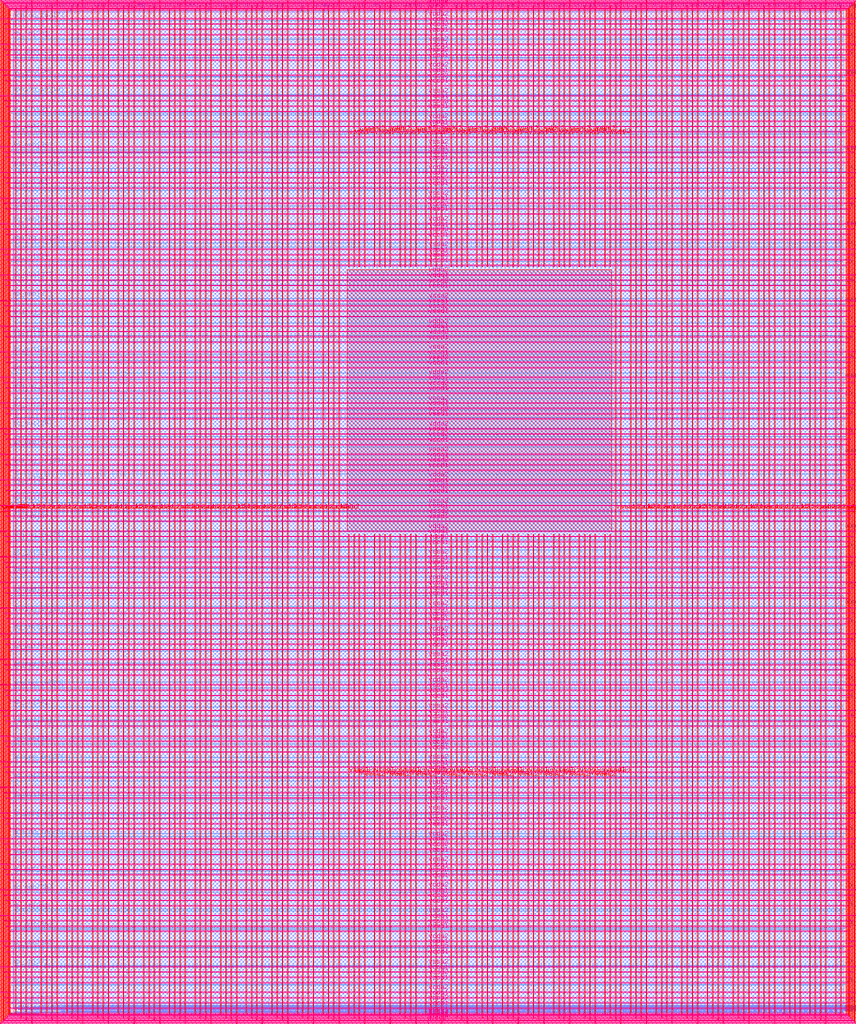
<source format=lef>
VERSION 5.7 ;
  NOWIREEXTENSIONATPIN ON ;
  DIVIDERCHAR "/" ;
  BUSBITCHARS "[]" ;
MACRO user_project_wrapper
  CLASS BLOCK ;
  FOREIGN user_project_wrapper ;
  ORIGIN 0.000 0.000 ;
  SIZE 2920.000 BY 3520.000 ;
  PIN analog_io[0]
    DIRECTION INOUT ;
    USE SIGNAL ;
    PORT
      LAYER met3 ;
        RECT 2917.600 1426.380 2924.800 1427.580 ;
    END
  END analog_io[0]
  PIN analog_io[10]
    DIRECTION INOUT ;
    USE SIGNAL ;
    PORT
      LAYER met2 ;
        RECT 2230.490 3517.600 2231.050 3524.800 ;
    END
  END analog_io[10]
  PIN analog_io[11]
    DIRECTION INOUT ;
    USE SIGNAL ;
    PORT
      LAYER met2 ;
        RECT 1905.730 3517.600 1906.290 3524.800 ;
    END
  END analog_io[11]
  PIN analog_io[12]
    DIRECTION INOUT ;
    USE SIGNAL ;
    PORT
      LAYER met2 ;
        RECT 1581.430 3517.600 1581.990 3524.800 ;
    END
  END analog_io[12]
  PIN analog_io[13]
    DIRECTION INOUT ;
    USE SIGNAL ;
    PORT
      LAYER met2 ;
        RECT 1257.130 3517.600 1257.690 3524.800 ;
    END
  END analog_io[13]
  PIN analog_io[14]
    DIRECTION INOUT ;
    USE SIGNAL ;
    PORT
      LAYER met2 ;
        RECT 932.370 3517.600 932.930 3524.800 ;
    END
  END analog_io[14]
  PIN analog_io[15]
    DIRECTION INOUT ;
    USE SIGNAL ;
    PORT
      LAYER met2 ;
        RECT 608.070 3517.600 608.630 3524.800 ;
    END
  END analog_io[15]
  PIN analog_io[16]
    DIRECTION INOUT ;
    USE SIGNAL ;
    PORT
      LAYER met2 ;
        RECT 283.770 3517.600 284.330 3524.800 ;
    END
  END analog_io[16]
  PIN analog_io[17]
    DIRECTION INOUT ;
    USE SIGNAL ;
    PORT
      LAYER met3 ;
        RECT -4.800 3486.100 2.400 3487.300 ;
    END
  END analog_io[17]
  PIN analog_io[18]
    DIRECTION INOUT ;
    USE SIGNAL ;
    PORT
      LAYER met3 ;
        RECT -4.800 3224.980 2.400 3226.180 ;
    END
  END analog_io[18]
  PIN analog_io[19]
    DIRECTION INOUT ;
    USE SIGNAL ;
    PORT
      LAYER met3 ;
        RECT -4.800 2964.540 2.400 2965.740 ;
    END
  END analog_io[19]
  PIN analog_io[1]
    DIRECTION INOUT ;
    USE SIGNAL ;
    PORT
      LAYER met3 ;
        RECT 2917.600 1692.260 2924.800 1693.460 ;
    END
  END analog_io[1]
  PIN analog_io[20]
    DIRECTION INOUT ;
    USE SIGNAL ;
    PORT
      LAYER met3 ;
        RECT -4.800 2703.420 2.400 2704.620 ;
    END
  END analog_io[20]
  PIN analog_io[21]
    DIRECTION INOUT ;
    USE SIGNAL ;
    PORT
      LAYER met3 ;
        RECT -4.800 2442.980 2.400 2444.180 ;
    END
  END analog_io[21]
  PIN analog_io[22]
    DIRECTION INOUT ;
    USE SIGNAL ;
    PORT
      LAYER met3 ;
        RECT -4.800 2182.540 2.400 2183.740 ;
    END
  END analog_io[22]
  PIN analog_io[23]
    DIRECTION INOUT ;
    USE SIGNAL ;
    PORT
      LAYER met3 ;
        RECT -4.800 1921.420 2.400 1922.620 ;
    END
  END analog_io[23]
  PIN analog_io[24]
    DIRECTION INOUT ;
    USE SIGNAL ;
    PORT
      LAYER met3 ;
        RECT -4.800 1660.980 2.400 1662.180 ;
    END
  END analog_io[24]
  PIN analog_io[25]
    DIRECTION INOUT ;
    USE SIGNAL ;
    PORT
      LAYER met3 ;
        RECT -4.800 1399.860 2.400 1401.060 ;
    END
  END analog_io[25]
  PIN analog_io[26]
    DIRECTION INOUT ;
    USE SIGNAL ;
    PORT
      LAYER met3 ;
        RECT -4.800 1139.420 2.400 1140.620 ;
    END
  END analog_io[26]
  PIN analog_io[27]
    DIRECTION INOUT ;
    USE SIGNAL ;
    PORT
      LAYER met3 ;
        RECT -4.800 878.980 2.400 880.180 ;
    END
  END analog_io[27]
  PIN analog_io[28]
    DIRECTION INOUT ;
    USE SIGNAL ;
    PORT
      LAYER met3 ;
        RECT -4.800 617.860 2.400 619.060 ;
    END
  END analog_io[28]
  PIN analog_io[2]
    DIRECTION INOUT ;
    USE SIGNAL ;
    PORT
      LAYER met3 ;
        RECT 2917.600 1958.140 2924.800 1959.340 ;
    END
  END analog_io[2]
  PIN analog_io[3]
    DIRECTION INOUT ;
    USE SIGNAL ;
    PORT
      LAYER met3 ;
        RECT 2917.600 2223.340 2924.800 2224.540 ;
    END
  END analog_io[3]
  PIN analog_io[4]
    DIRECTION INOUT ;
    USE SIGNAL ;
    PORT
      LAYER met3 ;
        RECT 2917.600 2489.220 2924.800 2490.420 ;
    END
  END analog_io[4]
  PIN analog_io[5]
    DIRECTION INOUT ;
    USE SIGNAL ;
    PORT
      LAYER met3 ;
        RECT 2917.600 2755.100 2924.800 2756.300 ;
    END
  END analog_io[5]
  PIN analog_io[6]
    DIRECTION INOUT ;
    USE SIGNAL ;
    PORT
      LAYER met3 ;
        RECT 2917.600 3020.300 2924.800 3021.500 ;
    END
  END analog_io[6]
  PIN analog_io[7]
    DIRECTION INOUT ;
    USE SIGNAL ;
    PORT
      LAYER met3 ;
        RECT 2917.600 3286.180 2924.800 3287.380 ;
    END
  END analog_io[7]
  PIN analog_io[8]
    DIRECTION INOUT ;
    USE SIGNAL ;
    PORT
      LAYER met2 ;
        RECT 2879.090 3517.600 2879.650 3524.800 ;
    END
  END analog_io[8]
  PIN analog_io[9]
    DIRECTION INOUT ;
    USE SIGNAL ;
    PORT
      LAYER met2 ;
        RECT 2554.790 3517.600 2555.350 3524.800 ;
    END
  END analog_io[9]
  PIN io_in[0]
    DIRECTION INPUT ;
    USE SIGNAL ;
    PORT
      LAYER met3 ;
        RECT 2917.600 32.380 2924.800 33.580 ;
    END
  END io_in[0]
  PIN io_in[10]
    DIRECTION INPUT ;
    USE SIGNAL ;
    PORT
      LAYER met3 ;
        RECT 2917.600 2289.980 2924.800 2291.180 ;
    END
  END io_in[10]
  PIN io_in[11]
    DIRECTION INPUT ;
    USE SIGNAL ;
    PORT
      LAYER met3 ;
        RECT 2917.600 2555.860 2924.800 2557.060 ;
    END
  END io_in[11]
  PIN io_in[12]
    DIRECTION INPUT ;
    USE SIGNAL ;
    PORT
      LAYER met3 ;
        RECT 2917.600 2821.060 2924.800 2822.260 ;
    END
  END io_in[12]
  PIN io_in[13]
    DIRECTION INPUT ;
    USE SIGNAL ;
    PORT
      LAYER met3 ;
        RECT 2917.600 3086.940 2924.800 3088.140 ;
    END
  END io_in[13]
  PIN io_in[14]
    DIRECTION INPUT ;
    USE SIGNAL ;
    PORT
      LAYER met3 ;
        RECT 2917.600 3352.820 2924.800 3354.020 ;
    END
  END io_in[14]
  PIN io_in[15]
    DIRECTION INPUT ;
    USE SIGNAL ;
    PORT
      LAYER met2 ;
        RECT 2798.130 3517.600 2798.690 3524.800 ;
    END
  END io_in[15]
  PIN io_in[16]
    DIRECTION INPUT ;
    USE SIGNAL ;
    PORT
      LAYER met2 ;
        RECT 2473.830 3517.600 2474.390 3524.800 ;
    END
  END io_in[16]
  PIN io_in[17]
    DIRECTION INPUT ;
    USE SIGNAL ;
    PORT
      LAYER met2 ;
        RECT 2149.070 3517.600 2149.630 3524.800 ;
    END
  END io_in[17]
  PIN io_in[18]
    DIRECTION INPUT ;
    USE SIGNAL ;
    PORT
      LAYER met2 ;
        RECT 1824.770 3517.600 1825.330 3524.800 ;
    END
  END io_in[18]
  PIN io_in[19]
    DIRECTION INPUT ;
    USE SIGNAL ;
    PORT
      LAYER met2 ;
        RECT 1500.470 3517.600 1501.030 3524.800 ;
    END
  END io_in[19]
  PIN io_in[1]
    DIRECTION INPUT ;
    USE SIGNAL ;
    PORT
      LAYER met3 ;
        RECT 2917.600 230.940 2924.800 232.140 ;
    END
  END io_in[1]
  PIN io_in[20]
    DIRECTION INPUT ;
    USE SIGNAL ;
    PORT
      LAYER met2 ;
        RECT 1175.710 3517.600 1176.270 3524.800 ;
    END
  END io_in[20]
  PIN io_in[21]
    DIRECTION INPUT ;
    USE SIGNAL ;
    PORT
      LAYER met2 ;
        RECT 851.410 3517.600 851.970 3524.800 ;
    END
  END io_in[21]
  PIN io_in[22]
    DIRECTION INPUT ;
    USE SIGNAL ;
    PORT
      LAYER met2 ;
        RECT 527.110 3517.600 527.670 3524.800 ;
    END
  END io_in[22]
  PIN io_in[23]
    DIRECTION INPUT ;
    USE SIGNAL ;
    PORT
      LAYER met2 ;
        RECT 202.350 3517.600 202.910 3524.800 ;
    END
  END io_in[23]
  PIN io_in[24]
    DIRECTION INPUT ;
    USE SIGNAL ;
    PORT
      LAYER met3 ;
        RECT -4.800 3420.820 2.400 3422.020 ;
    END
  END io_in[24]
  PIN io_in[25]
    DIRECTION INPUT ;
    USE SIGNAL ;
    PORT
      LAYER met3 ;
        RECT -4.800 3159.700 2.400 3160.900 ;
    END
  END io_in[25]
  PIN io_in[26]
    DIRECTION INPUT ;
    USE SIGNAL ;
    PORT
      LAYER met3 ;
        RECT -4.800 2899.260 2.400 2900.460 ;
    END
  END io_in[26]
  PIN io_in[27]
    DIRECTION INPUT ;
    USE SIGNAL ;
    PORT
      LAYER met3 ;
        RECT -4.800 2638.820 2.400 2640.020 ;
    END
  END io_in[27]
  PIN io_in[28]
    DIRECTION INPUT ;
    USE SIGNAL ;
    PORT
      LAYER met3 ;
        RECT -4.800 2377.700 2.400 2378.900 ;
    END
  END io_in[28]
  PIN io_in[29]
    DIRECTION INPUT ;
    USE SIGNAL ;
    PORT
      LAYER met3 ;
        RECT -4.800 2117.260 2.400 2118.460 ;
    END
  END io_in[29]
  PIN io_in[2]
    DIRECTION INPUT ;
    USE SIGNAL ;
    PORT
      LAYER met3 ;
        RECT 2917.600 430.180 2924.800 431.380 ;
    END
  END io_in[2]
  PIN io_in[30]
    DIRECTION INPUT ;
    USE SIGNAL ;
    PORT
      LAYER met3 ;
        RECT -4.800 1856.140 2.400 1857.340 ;
    END
  END io_in[30]
  PIN io_in[31]
    DIRECTION INPUT ;
    USE SIGNAL ;
    PORT
      LAYER met3 ;
        RECT -4.800 1595.700 2.400 1596.900 ;
    END
  END io_in[31]
  PIN io_in[32]
    DIRECTION INPUT ;
    USE SIGNAL ;
    PORT
      LAYER met3 ;
        RECT -4.800 1335.260 2.400 1336.460 ;
    END
  END io_in[32]
  PIN io_in[33]
    DIRECTION INPUT ;
    USE SIGNAL ;
    PORT
      LAYER met3 ;
        RECT -4.800 1074.140 2.400 1075.340 ;
    END
  END io_in[33]
  PIN io_in[34]
    DIRECTION INPUT ;
    USE SIGNAL ;
    PORT
      LAYER met3 ;
        RECT -4.800 813.700 2.400 814.900 ;
    END
  END io_in[34]
  PIN io_in[35]
    DIRECTION INPUT ;
    USE SIGNAL ;
    PORT
      LAYER met3 ;
        RECT -4.800 552.580 2.400 553.780 ;
    END
  END io_in[35]
  PIN io_in[36]
    DIRECTION INPUT ;
    USE SIGNAL ;
    PORT
      LAYER met3 ;
        RECT -4.800 357.420 2.400 358.620 ;
    END
  END io_in[36]
  PIN io_in[37]
    DIRECTION INPUT ;
    USE SIGNAL ;
    PORT
      LAYER met3 ;
        RECT -4.800 161.580 2.400 162.780 ;
    END
  END io_in[37]
  PIN io_in[3]
    DIRECTION INPUT ;
    USE SIGNAL ;
    PORT
      LAYER met3 ;
        RECT 2917.600 629.420 2924.800 630.620 ;
    END
  END io_in[3]
  PIN io_in[4]
    DIRECTION INPUT ;
    USE SIGNAL ;
    PORT
      LAYER met3 ;
        RECT 2917.600 828.660 2924.800 829.860 ;
    END
  END io_in[4]
  PIN io_in[5]
    DIRECTION INPUT ;
    USE SIGNAL ;
    PORT
      LAYER met3 ;
        RECT 2917.600 1027.900 2924.800 1029.100 ;
    END
  END io_in[5]
  PIN io_in[6]
    DIRECTION INPUT ;
    USE SIGNAL ;
    PORT
      LAYER met3 ;
        RECT 2917.600 1227.140 2924.800 1228.340 ;
    END
  END io_in[6]
  PIN io_in[7]
    DIRECTION INPUT ;
    USE SIGNAL ;
    PORT
      LAYER met3 ;
        RECT 2917.600 1493.020 2924.800 1494.220 ;
    END
  END io_in[7]
  PIN io_in[8]
    DIRECTION INPUT ;
    USE SIGNAL ;
    PORT
      LAYER met3 ;
        RECT 2917.600 1758.900 2924.800 1760.100 ;
    END
  END io_in[8]
  PIN io_in[9]
    DIRECTION INPUT ;
    USE SIGNAL ;
    PORT
      LAYER met3 ;
        RECT 2917.600 2024.100 2924.800 2025.300 ;
    END
  END io_in[9]
  PIN io_oeb[0]
    DIRECTION OUTPUT TRISTATE ;
    USE SIGNAL ;
    PORT
      LAYER met3 ;
        RECT 2917.600 164.980 2924.800 166.180 ;
    END
  END io_oeb[0]
  PIN io_oeb[10]
    DIRECTION OUTPUT TRISTATE ;
    USE SIGNAL ;
    PORT
      LAYER met3 ;
        RECT 2917.600 2422.580 2924.800 2423.780 ;
    END
  END io_oeb[10]
  PIN io_oeb[11]
    DIRECTION OUTPUT TRISTATE ;
    USE SIGNAL ;
    PORT
      LAYER met3 ;
        RECT 2917.600 2688.460 2924.800 2689.660 ;
    END
  END io_oeb[11]
  PIN io_oeb[12]
    DIRECTION OUTPUT TRISTATE ;
    USE SIGNAL ;
    PORT
      LAYER met3 ;
        RECT 2917.600 2954.340 2924.800 2955.540 ;
    END
  END io_oeb[12]
  PIN io_oeb[13]
    DIRECTION OUTPUT TRISTATE ;
    USE SIGNAL ;
    PORT
      LAYER met3 ;
        RECT 2917.600 3219.540 2924.800 3220.740 ;
    END
  END io_oeb[13]
  PIN io_oeb[14]
    DIRECTION OUTPUT TRISTATE ;
    USE SIGNAL ;
    PORT
      LAYER met3 ;
        RECT 2917.600 3485.420 2924.800 3486.620 ;
    END
  END io_oeb[14]
  PIN io_oeb[15]
    DIRECTION OUTPUT TRISTATE ;
    USE SIGNAL ;
    PORT
      LAYER met2 ;
        RECT 2635.750 3517.600 2636.310 3524.800 ;
    END
  END io_oeb[15]
  PIN io_oeb[16]
    DIRECTION OUTPUT TRISTATE ;
    USE SIGNAL ;
    PORT
      LAYER met2 ;
        RECT 2311.450 3517.600 2312.010 3524.800 ;
    END
  END io_oeb[16]
  PIN io_oeb[17]
    DIRECTION OUTPUT TRISTATE ;
    USE SIGNAL ;
    PORT
      LAYER met2 ;
        RECT 1987.150 3517.600 1987.710 3524.800 ;
    END
  END io_oeb[17]
  PIN io_oeb[18]
    DIRECTION OUTPUT TRISTATE ;
    USE SIGNAL ;
    PORT
      LAYER met2 ;
        RECT 1662.390 3517.600 1662.950 3524.800 ;
    END
  END io_oeb[18]
  PIN io_oeb[19]
    DIRECTION OUTPUT TRISTATE ;
    USE SIGNAL ;
    PORT
      LAYER met2 ;
        RECT 1338.090 3517.600 1338.650 3524.800 ;
    END
  END io_oeb[19]
  PIN io_oeb[1]
    DIRECTION OUTPUT TRISTATE ;
    USE SIGNAL ;
    PORT
      LAYER met3 ;
        RECT 2917.600 364.220 2924.800 365.420 ;
    END
  END io_oeb[1]
  PIN io_oeb[20]
    DIRECTION OUTPUT TRISTATE ;
    USE SIGNAL ;
    PORT
      LAYER met2 ;
        RECT 1013.790 3517.600 1014.350 3524.800 ;
    END
  END io_oeb[20]
  PIN io_oeb[21]
    DIRECTION OUTPUT TRISTATE ;
    USE SIGNAL ;
    PORT
      LAYER met2 ;
        RECT 689.030 3517.600 689.590 3524.800 ;
    END
  END io_oeb[21]
  PIN io_oeb[22]
    DIRECTION OUTPUT TRISTATE ;
    USE SIGNAL ;
    PORT
      LAYER met2 ;
        RECT 364.730 3517.600 365.290 3524.800 ;
    END
  END io_oeb[22]
  PIN io_oeb[23]
    DIRECTION OUTPUT TRISTATE ;
    USE SIGNAL ;
    PORT
      LAYER met2 ;
        RECT 40.430 3517.600 40.990 3524.800 ;
    END
  END io_oeb[23]
  PIN io_oeb[24]
    DIRECTION OUTPUT TRISTATE ;
    USE SIGNAL ;
    PORT
      LAYER met3 ;
        RECT -4.800 3290.260 2.400 3291.460 ;
    END
  END io_oeb[24]
  PIN io_oeb[25]
    DIRECTION OUTPUT TRISTATE ;
    USE SIGNAL ;
    PORT
      LAYER met3 ;
        RECT -4.800 3029.820 2.400 3031.020 ;
    END
  END io_oeb[25]
  PIN io_oeb[26]
    DIRECTION OUTPUT TRISTATE ;
    USE SIGNAL ;
    PORT
      LAYER met3 ;
        RECT -4.800 2768.700 2.400 2769.900 ;
    END
  END io_oeb[26]
  PIN io_oeb[27]
    DIRECTION OUTPUT TRISTATE ;
    USE SIGNAL ;
    PORT
      LAYER met3 ;
        RECT -4.800 2508.260 2.400 2509.460 ;
    END
  END io_oeb[27]
  PIN io_oeb[28]
    DIRECTION OUTPUT TRISTATE ;
    USE SIGNAL ;
    PORT
      LAYER met3 ;
        RECT -4.800 2247.140 2.400 2248.340 ;
    END
  END io_oeb[28]
  PIN io_oeb[29]
    DIRECTION OUTPUT TRISTATE ;
    USE SIGNAL ;
    PORT
      LAYER met3 ;
        RECT -4.800 1986.700 2.400 1987.900 ;
    END
  END io_oeb[29]
  PIN io_oeb[2]
    DIRECTION OUTPUT TRISTATE ;
    USE SIGNAL ;
    PORT
      LAYER met3 ;
        RECT 2917.600 563.460 2924.800 564.660 ;
    END
  END io_oeb[2]
  PIN io_oeb[30]
    DIRECTION OUTPUT TRISTATE ;
    USE SIGNAL ;
    PORT
      LAYER met3 ;
        RECT -4.800 1726.260 2.400 1727.460 ;
    END
  END io_oeb[30]
  PIN io_oeb[31]
    DIRECTION OUTPUT TRISTATE ;
    USE SIGNAL ;
    PORT
      LAYER met3 ;
        RECT -4.800 1465.140 2.400 1466.340 ;
    END
  END io_oeb[31]
  PIN io_oeb[32]
    DIRECTION OUTPUT TRISTATE ;
    USE SIGNAL ;
    PORT
      LAYER met3 ;
        RECT -4.800 1204.700 2.400 1205.900 ;
    END
  END io_oeb[32]
  PIN io_oeb[33]
    DIRECTION OUTPUT TRISTATE ;
    USE SIGNAL ;
    PORT
      LAYER met3 ;
        RECT -4.800 943.580 2.400 944.780 ;
    END
  END io_oeb[33]
  PIN io_oeb[34]
    DIRECTION OUTPUT TRISTATE ;
    USE SIGNAL ;
    PORT
      LAYER met3 ;
        RECT -4.800 683.140 2.400 684.340 ;
    END
  END io_oeb[34]
  PIN io_oeb[35]
    DIRECTION OUTPUT TRISTATE ;
    USE SIGNAL ;
    PORT
      LAYER met3 ;
        RECT -4.800 422.700 2.400 423.900 ;
    END
  END io_oeb[35]
  PIN io_oeb[36]
    DIRECTION OUTPUT TRISTATE ;
    USE SIGNAL ;
    PORT
      LAYER met3 ;
        RECT -4.800 226.860 2.400 228.060 ;
    END
  END io_oeb[36]
  PIN io_oeb[37]
    DIRECTION OUTPUT TRISTATE ;
    USE SIGNAL ;
    PORT
      LAYER met3 ;
        RECT -4.800 31.700 2.400 32.900 ;
    END
  END io_oeb[37]
  PIN io_oeb[3]
    DIRECTION OUTPUT TRISTATE ;
    USE SIGNAL ;
    PORT
      LAYER met3 ;
        RECT 2917.600 762.700 2924.800 763.900 ;
    END
  END io_oeb[3]
  PIN io_oeb[4]
    DIRECTION OUTPUT TRISTATE ;
    USE SIGNAL ;
    PORT
      LAYER met3 ;
        RECT 2917.600 961.940 2924.800 963.140 ;
    END
  END io_oeb[4]
  PIN io_oeb[5]
    DIRECTION OUTPUT TRISTATE ;
    USE SIGNAL ;
    PORT
      LAYER met3 ;
        RECT 2917.600 1161.180 2924.800 1162.380 ;
    END
  END io_oeb[5]
  PIN io_oeb[6]
    DIRECTION OUTPUT TRISTATE ;
    USE SIGNAL ;
    PORT
      LAYER met3 ;
        RECT 2917.600 1360.420 2924.800 1361.620 ;
    END
  END io_oeb[6]
  PIN io_oeb[7]
    DIRECTION OUTPUT TRISTATE ;
    USE SIGNAL ;
    PORT
      LAYER met3 ;
        RECT 2917.600 1625.620 2924.800 1626.820 ;
    END
  END io_oeb[7]
  PIN io_oeb[8]
    DIRECTION OUTPUT TRISTATE ;
    USE SIGNAL ;
    PORT
      LAYER met3 ;
        RECT 2917.600 1891.500 2924.800 1892.700 ;
    END
  END io_oeb[8]
  PIN io_oeb[9]
    DIRECTION OUTPUT TRISTATE ;
    USE SIGNAL ;
    PORT
      LAYER met3 ;
        RECT 2917.600 2157.380 2924.800 2158.580 ;
    END
  END io_oeb[9]
  PIN io_out[0]
    DIRECTION OUTPUT TRISTATE ;
    USE SIGNAL ;
    PORT
      LAYER met3 ;
        RECT 2917.600 98.340 2924.800 99.540 ;
    END
  END io_out[0]
  PIN io_out[10]
    DIRECTION OUTPUT TRISTATE ;
    USE SIGNAL ;
    PORT
      LAYER met3 ;
        RECT 2917.600 2356.620 2924.800 2357.820 ;
    END
  END io_out[10]
  PIN io_out[11]
    DIRECTION OUTPUT TRISTATE ;
    USE SIGNAL ;
    PORT
      LAYER met3 ;
        RECT 2917.600 2621.820 2924.800 2623.020 ;
    END
  END io_out[11]
  PIN io_out[12]
    DIRECTION OUTPUT TRISTATE ;
    USE SIGNAL ;
    PORT
      LAYER met3 ;
        RECT 2917.600 2887.700 2924.800 2888.900 ;
    END
  END io_out[12]
  PIN io_out[13]
    DIRECTION OUTPUT TRISTATE ;
    USE SIGNAL ;
    PORT
      LAYER met3 ;
        RECT 2917.600 3153.580 2924.800 3154.780 ;
    END
  END io_out[13]
  PIN io_out[14]
    DIRECTION OUTPUT TRISTATE ;
    USE SIGNAL ;
    PORT
      LAYER met3 ;
        RECT 2917.600 3418.780 2924.800 3419.980 ;
    END
  END io_out[14]
  PIN io_out[15]
    DIRECTION OUTPUT TRISTATE ;
    USE SIGNAL ;
    PORT
      LAYER met2 ;
        RECT 2717.170 3517.600 2717.730 3524.800 ;
    END
  END io_out[15]
  PIN io_out[16]
    DIRECTION OUTPUT TRISTATE ;
    USE SIGNAL ;
    PORT
      LAYER met2 ;
        RECT 2392.410 3517.600 2392.970 3524.800 ;
    END
  END io_out[16]
  PIN io_out[17]
    DIRECTION OUTPUT TRISTATE ;
    USE SIGNAL ;
    PORT
      LAYER met2 ;
        RECT 2068.110 3517.600 2068.670 3524.800 ;
    END
  END io_out[17]
  PIN io_out[18]
    DIRECTION OUTPUT TRISTATE ;
    USE SIGNAL ;
    PORT
      LAYER met2 ;
        RECT 1743.810 3517.600 1744.370 3524.800 ;
    END
  END io_out[18]
  PIN io_out[19]
    DIRECTION OUTPUT TRISTATE ;
    USE SIGNAL ;
    PORT
      LAYER met2 ;
        RECT 1419.050 3517.600 1419.610 3524.800 ;
    END
  END io_out[19]
  PIN io_out[1]
    DIRECTION OUTPUT TRISTATE ;
    USE SIGNAL ;
    PORT
      LAYER met3 ;
        RECT 2917.600 297.580 2924.800 298.780 ;
    END
  END io_out[1]
  PIN io_out[20]
    DIRECTION OUTPUT TRISTATE ;
    USE SIGNAL ;
    PORT
      LAYER met2 ;
        RECT 1094.750 3517.600 1095.310 3524.800 ;
    END
  END io_out[20]
  PIN io_out[21]
    DIRECTION OUTPUT TRISTATE ;
    USE SIGNAL ;
    PORT
      LAYER met2 ;
        RECT 770.450 3517.600 771.010 3524.800 ;
    END
  END io_out[21]
  PIN io_out[22]
    DIRECTION OUTPUT TRISTATE ;
    USE SIGNAL ;
    PORT
      LAYER met2 ;
        RECT 445.690 3517.600 446.250 3524.800 ;
    END
  END io_out[22]
  PIN io_out[23]
    DIRECTION OUTPUT TRISTATE ;
    USE SIGNAL ;
    PORT
      LAYER met2 ;
        RECT 121.390 3517.600 121.950 3524.800 ;
    END
  END io_out[23]
  PIN io_out[24]
    DIRECTION OUTPUT TRISTATE ;
    USE SIGNAL ;
    PORT
      LAYER met3 ;
        RECT -4.800 3355.540 2.400 3356.740 ;
    END
  END io_out[24]
  PIN io_out[25]
    DIRECTION OUTPUT TRISTATE ;
    USE SIGNAL ;
    PORT
      LAYER met3 ;
        RECT -4.800 3095.100 2.400 3096.300 ;
    END
  END io_out[25]
  PIN io_out[26]
    DIRECTION OUTPUT TRISTATE ;
    USE SIGNAL ;
    PORT
      LAYER met3 ;
        RECT -4.800 2833.980 2.400 2835.180 ;
    END
  END io_out[26]
  PIN io_out[27]
    DIRECTION OUTPUT TRISTATE ;
    USE SIGNAL ;
    PORT
      LAYER met3 ;
        RECT -4.800 2573.540 2.400 2574.740 ;
    END
  END io_out[27]
  PIN io_out[28]
    DIRECTION OUTPUT TRISTATE ;
    USE SIGNAL ;
    PORT
      LAYER met3 ;
        RECT -4.800 2312.420 2.400 2313.620 ;
    END
  END io_out[28]
  PIN io_out[29]
    DIRECTION OUTPUT TRISTATE ;
    USE SIGNAL ;
    PORT
      LAYER met3 ;
        RECT -4.800 2051.980 2.400 2053.180 ;
    END
  END io_out[29]
  PIN io_out[2]
    DIRECTION OUTPUT TRISTATE ;
    USE SIGNAL ;
    PORT
      LAYER met3 ;
        RECT 2917.600 496.820 2924.800 498.020 ;
    END
  END io_out[2]
  PIN io_out[30]
    DIRECTION OUTPUT TRISTATE ;
    USE SIGNAL ;
    PORT
      LAYER met3 ;
        RECT -4.800 1791.540 2.400 1792.740 ;
    END
  END io_out[30]
  PIN io_out[31]
    DIRECTION OUTPUT TRISTATE ;
    USE SIGNAL ;
    PORT
      LAYER met3 ;
        RECT -4.800 1530.420 2.400 1531.620 ;
    END
  END io_out[31]
  PIN io_out[32]
    DIRECTION OUTPUT TRISTATE ;
    USE SIGNAL ;
    PORT
      LAYER met3 ;
        RECT -4.800 1269.980 2.400 1271.180 ;
    END
  END io_out[32]
  PIN io_out[33]
    DIRECTION OUTPUT TRISTATE ;
    USE SIGNAL ;
    PORT
      LAYER met3 ;
        RECT -4.800 1008.860 2.400 1010.060 ;
    END
  END io_out[33]
  PIN io_out[34]
    DIRECTION OUTPUT TRISTATE ;
    USE SIGNAL ;
    PORT
      LAYER met3 ;
        RECT -4.800 748.420 2.400 749.620 ;
    END
  END io_out[34]
  PIN io_out[35]
    DIRECTION OUTPUT TRISTATE ;
    USE SIGNAL ;
    PORT
      LAYER met3 ;
        RECT -4.800 487.300 2.400 488.500 ;
    END
  END io_out[35]
  PIN io_out[36]
    DIRECTION OUTPUT TRISTATE ;
    USE SIGNAL ;
    PORT
      LAYER met3 ;
        RECT -4.800 292.140 2.400 293.340 ;
    END
  END io_out[36]
  PIN io_out[37]
    DIRECTION OUTPUT TRISTATE ;
    USE SIGNAL ;
    PORT
      LAYER met3 ;
        RECT -4.800 96.300 2.400 97.500 ;
    END
  END io_out[37]
  PIN io_out[3]
    DIRECTION OUTPUT TRISTATE ;
    USE SIGNAL ;
    PORT
      LAYER met3 ;
        RECT 2917.600 696.060 2924.800 697.260 ;
    END
  END io_out[3]
  PIN io_out[4]
    DIRECTION OUTPUT TRISTATE ;
    USE SIGNAL ;
    PORT
      LAYER met3 ;
        RECT 2917.600 895.300 2924.800 896.500 ;
    END
  END io_out[4]
  PIN io_out[5]
    DIRECTION OUTPUT TRISTATE ;
    USE SIGNAL ;
    PORT
      LAYER met3 ;
        RECT 2917.600 1094.540 2924.800 1095.740 ;
    END
  END io_out[5]
  PIN io_out[6]
    DIRECTION OUTPUT TRISTATE ;
    USE SIGNAL ;
    PORT
      LAYER met3 ;
        RECT 2917.600 1293.780 2924.800 1294.980 ;
    END
  END io_out[6]
  PIN io_out[7]
    DIRECTION OUTPUT TRISTATE ;
    USE SIGNAL ;
    PORT
      LAYER met3 ;
        RECT 2917.600 1559.660 2924.800 1560.860 ;
    END
  END io_out[7]
  PIN io_out[8]
    DIRECTION OUTPUT TRISTATE ;
    USE SIGNAL ;
    PORT
      LAYER met3 ;
        RECT 2917.600 1824.860 2924.800 1826.060 ;
    END
  END io_out[8]
  PIN io_out[9]
    DIRECTION OUTPUT TRISTATE ;
    USE SIGNAL ;
    PORT
      LAYER met3 ;
        RECT 2917.600 2090.740 2924.800 2091.940 ;
    END
  END io_out[9]
  PIN la_data_in[0]
    DIRECTION INPUT ;
    USE SIGNAL ;
    PORT
      LAYER met2 ;
        RECT 629.230 -4.800 629.790 2.400 ;
    END
  END la_data_in[0]
  PIN la_data_in[100]
    DIRECTION INPUT ;
    USE SIGNAL ;
    PORT
      LAYER met2 ;
        RECT 2402.530 -4.800 2403.090 2.400 ;
    END
  END la_data_in[100]
  PIN la_data_in[101]
    DIRECTION INPUT ;
    USE SIGNAL ;
    PORT
      LAYER met2 ;
        RECT 2420.010 -4.800 2420.570 2.400 ;
    END
  END la_data_in[101]
  PIN la_data_in[102]
    DIRECTION INPUT ;
    USE SIGNAL ;
    PORT
      LAYER met2 ;
        RECT 2437.950 -4.800 2438.510 2.400 ;
    END
  END la_data_in[102]
  PIN la_data_in[103]
    DIRECTION INPUT ;
    USE SIGNAL ;
    PORT
      LAYER met2 ;
        RECT 2455.430 -4.800 2455.990 2.400 ;
    END
  END la_data_in[103]
  PIN la_data_in[104]
    DIRECTION INPUT ;
    USE SIGNAL ;
    PORT
      LAYER met2 ;
        RECT 2473.370 -4.800 2473.930 2.400 ;
    END
  END la_data_in[104]
  PIN la_data_in[105]
    DIRECTION INPUT ;
    USE SIGNAL ;
    PORT
      LAYER met2 ;
        RECT 2490.850 -4.800 2491.410 2.400 ;
    END
  END la_data_in[105]
  PIN la_data_in[106]
    DIRECTION INPUT ;
    USE SIGNAL ;
    PORT
      LAYER met2 ;
        RECT 2508.790 -4.800 2509.350 2.400 ;
    END
  END la_data_in[106]
  PIN la_data_in[107]
    DIRECTION INPUT ;
    USE SIGNAL ;
    PORT
      LAYER met2 ;
        RECT 2526.730 -4.800 2527.290 2.400 ;
    END
  END la_data_in[107]
  PIN la_data_in[108]
    DIRECTION INPUT ;
    USE SIGNAL ;
    PORT
      LAYER met2 ;
        RECT 2544.210 -4.800 2544.770 2.400 ;
    END
  END la_data_in[108]
  PIN la_data_in[109]
    DIRECTION INPUT ;
    USE SIGNAL ;
    PORT
      LAYER met2 ;
        RECT 2562.150 -4.800 2562.710 2.400 ;
    END
  END la_data_in[109]
  PIN la_data_in[10]
    DIRECTION INPUT ;
    USE SIGNAL ;
    PORT
      LAYER met2 ;
        RECT 806.330 -4.800 806.890 2.400 ;
    END
  END la_data_in[10]
  PIN la_data_in[110]
    DIRECTION INPUT ;
    USE SIGNAL ;
    PORT
      LAYER met2 ;
        RECT 2579.630 -4.800 2580.190 2.400 ;
    END
  END la_data_in[110]
  PIN la_data_in[111]
    DIRECTION INPUT ;
    USE SIGNAL ;
    PORT
      LAYER met2 ;
        RECT 2597.570 -4.800 2598.130 2.400 ;
    END
  END la_data_in[111]
  PIN la_data_in[112]
    DIRECTION INPUT ;
    USE SIGNAL ;
    PORT
      LAYER met2 ;
        RECT 2615.050 -4.800 2615.610 2.400 ;
    END
  END la_data_in[112]
  PIN la_data_in[113]
    DIRECTION INPUT ;
    USE SIGNAL ;
    PORT
      LAYER met2 ;
        RECT 2632.990 -4.800 2633.550 2.400 ;
    END
  END la_data_in[113]
  PIN la_data_in[114]
    DIRECTION INPUT ;
    USE SIGNAL ;
    PORT
      LAYER met2 ;
        RECT 2650.470 -4.800 2651.030 2.400 ;
    END
  END la_data_in[114]
  PIN la_data_in[115]
    DIRECTION INPUT ;
    USE SIGNAL ;
    PORT
      LAYER met2 ;
        RECT 2668.410 -4.800 2668.970 2.400 ;
    END
  END la_data_in[115]
  PIN la_data_in[116]
    DIRECTION INPUT ;
    USE SIGNAL ;
    PORT
      LAYER met2 ;
        RECT 2685.890 -4.800 2686.450 2.400 ;
    END
  END la_data_in[116]
  PIN la_data_in[117]
    DIRECTION INPUT ;
    USE SIGNAL ;
    PORT
      LAYER met2 ;
        RECT 2703.830 -4.800 2704.390 2.400 ;
    END
  END la_data_in[117]
  PIN la_data_in[118]
    DIRECTION INPUT ;
    USE SIGNAL ;
    PORT
      LAYER met2 ;
        RECT 2721.770 -4.800 2722.330 2.400 ;
    END
  END la_data_in[118]
  PIN la_data_in[119]
    DIRECTION INPUT ;
    USE SIGNAL ;
    PORT
      LAYER met2 ;
        RECT 2739.250 -4.800 2739.810 2.400 ;
    END
  END la_data_in[119]
  PIN la_data_in[11]
    DIRECTION INPUT ;
    USE SIGNAL ;
    PORT
      LAYER met2 ;
        RECT 824.270 -4.800 824.830 2.400 ;
    END
  END la_data_in[11]
  PIN la_data_in[120]
    DIRECTION INPUT ;
    USE SIGNAL ;
    PORT
      LAYER met2 ;
        RECT 2757.190 -4.800 2757.750 2.400 ;
    END
  END la_data_in[120]
  PIN la_data_in[121]
    DIRECTION INPUT ;
    USE SIGNAL ;
    PORT
      LAYER met2 ;
        RECT 2774.670 -4.800 2775.230 2.400 ;
    END
  END la_data_in[121]
  PIN la_data_in[122]
    DIRECTION INPUT ;
    USE SIGNAL ;
    PORT
      LAYER met2 ;
        RECT 2792.610 -4.800 2793.170 2.400 ;
    END
  END la_data_in[122]
  PIN la_data_in[123]
    DIRECTION INPUT ;
    USE SIGNAL ;
    PORT
      LAYER met2 ;
        RECT 2810.090 -4.800 2810.650 2.400 ;
    END
  END la_data_in[123]
  PIN la_data_in[124]
    DIRECTION INPUT ;
    USE SIGNAL ;
    PORT
      LAYER met2 ;
        RECT 2828.030 -4.800 2828.590 2.400 ;
    END
  END la_data_in[124]
  PIN la_data_in[125]
    DIRECTION INPUT ;
    USE SIGNAL ;
    PORT
      LAYER met2 ;
        RECT 2845.510 -4.800 2846.070 2.400 ;
    END
  END la_data_in[125]
  PIN la_data_in[126]
    DIRECTION INPUT ;
    USE SIGNAL ;
    PORT
      LAYER met2 ;
        RECT 2863.450 -4.800 2864.010 2.400 ;
    END
  END la_data_in[126]
  PIN la_data_in[127]
    DIRECTION INPUT ;
    USE SIGNAL ;
    PORT
      LAYER met2 ;
        RECT 2881.390 -4.800 2881.950 2.400 ;
    END
  END la_data_in[127]
  PIN la_data_in[12]
    DIRECTION INPUT ;
    USE SIGNAL ;
    PORT
      LAYER met2 ;
        RECT 841.750 -4.800 842.310 2.400 ;
    END
  END la_data_in[12]
  PIN la_data_in[13]
    DIRECTION INPUT ;
    USE SIGNAL ;
    PORT
      LAYER met2 ;
        RECT 859.690 -4.800 860.250 2.400 ;
    END
  END la_data_in[13]
  PIN la_data_in[14]
    DIRECTION INPUT ;
    USE SIGNAL ;
    PORT
      LAYER met2 ;
        RECT 877.170 -4.800 877.730 2.400 ;
    END
  END la_data_in[14]
  PIN la_data_in[15]
    DIRECTION INPUT ;
    USE SIGNAL ;
    PORT
      LAYER met2 ;
        RECT 895.110 -4.800 895.670 2.400 ;
    END
  END la_data_in[15]
  PIN la_data_in[16]
    DIRECTION INPUT ;
    USE SIGNAL ;
    PORT
      LAYER met2 ;
        RECT 912.590 -4.800 913.150 2.400 ;
    END
  END la_data_in[16]
  PIN la_data_in[17]
    DIRECTION INPUT ;
    USE SIGNAL ;
    PORT
      LAYER met2 ;
        RECT 930.530 -4.800 931.090 2.400 ;
    END
  END la_data_in[17]
  PIN la_data_in[18]
    DIRECTION INPUT ;
    USE SIGNAL ;
    PORT
      LAYER met2 ;
        RECT 948.470 -4.800 949.030 2.400 ;
    END
  END la_data_in[18]
  PIN la_data_in[19]
    DIRECTION INPUT ;
    USE SIGNAL ;
    PORT
      LAYER met2 ;
        RECT 965.950 -4.800 966.510 2.400 ;
    END
  END la_data_in[19]
  PIN la_data_in[1]
    DIRECTION INPUT ;
    USE SIGNAL ;
    PORT
      LAYER met2 ;
        RECT 646.710 -4.800 647.270 2.400 ;
    END
  END la_data_in[1]
  PIN la_data_in[20]
    DIRECTION INPUT ;
    USE SIGNAL ;
    PORT
      LAYER met2 ;
        RECT 983.890 -4.800 984.450 2.400 ;
    END
  END la_data_in[20]
  PIN la_data_in[21]
    DIRECTION INPUT ;
    USE SIGNAL ;
    PORT
      LAYER met2 ;
        RECT 1001.370 -4.800 1001.930 2.400 ;
    END
  END la_data_in[21]
  PIN la_data_in[22]
    DIRECTION INPUT ;
    USE SIGNAL ;
    PORT
      LAYER met2 ;
        RECT 1019.310 -4.800 1019.870 2.400 ;
    END
  END la_data_in[22]
  PIN la_data_in[23]
    DIRECTION INPUT ;
    USE SIGNAL ;
    PORT
      LAYER met2 ;
        RECT 1036.790 -4.800 1037.350 2.400 ;
    END
  END la_data_in[23]
  PIN la_data_in[24]
    DIRECTION INPUT ;
    USE SIGNAL ;
    PORT
      LAYER met2 ;
        RECT 1054.730 -4.800 1055.290 2.400 ;
    END
  END la_data_in[24]
  PIN la_data_in[25]
    DIRECTION INPUT ;
    USE SIGNAL ;
    PORT
      LAYER met2 ;
        RECT 1072.210 -4.800 1072.770 2.400 ;
    END
  END la_data_in[25]
  PIN la_data_in[26]
    DIRECTION INPUT ;
    USE SIGNAL ;
    PORT
      LAYER met2 ;
        RECT 1090.150 -4.800 1090.710 2.400 ;
    END
  END la_data_in[26]
  PIN la_data_in[27]
    DIRECTION INPUT ;
    USE SIGNAL ;
    PORT
      LAYER met2 ;
        RECT 1107.630 -4.800 1108.190 2.400 ;
    END
  END la_data_in[27]
  PIN la_data_in[28]
    DIRECTION INPUT ;
    USE SIGNAL ;
    PORT
      LAYER met2 ;
        RECT 1125.570 -4.800 1126.130 2.400 ;
    END
  END la_data_in[28]
  PIN la_data_in[29]
    DIRECTION INPUT ;
    USE SIGNAL ;
    PORT
      LAYER met2 ;
        RECT 1143.510 -4.800 1144.070 2.400 ;
    END
  END la_data_in[29]
  PIN la_data_in[2]
    DIRECTION INPUT ;
    USE SIGNAL ;
    PORT
      LAYER met2 ;
        RECT 664.650 -4.800 665.210 2.400 ;
    END
  END la_data_in[2]
  PIN la_data_in[30]
    DIRECTION INPUT ;
    USE SIGNAL ;
    PORT
      LAYER met2 ;
        RECT 1160.990 -4.800 1161.550 2.400 ;
    END
  END la_data_in[30]
  PIN la_data_in[31]
    DIRECTION INPUT ;
    USE SIGNAL ;
    PORT
      LAYER met2 ;
        RECT 1178.930 -4.800 1179.490 2.400 ;
    END
  END la_data_in[31]
  PIN la_data_in[32]
    DIRECTION INPUT ;
    USE SIGNAL ;
    PORT
      LAYER met2 ;
        RECT 1196.410 -4.800 1196.970 2.400 ;
    END
  END la_data_in[32]
  PIN la_data_in[33]
    DIRECTION INPUT ;
    USE SIGNAL ;
    PORT
      LAYER met2 ;
        RECT 1214.350 -4.800 1214.910 2.400 ;
    END
  END la_data_in[33]
  PIN la_data_in[34]
    DIRECTION INPUT ;
    USE SIGNAL ;
    PORT
      LAYER met2 ;
        RECT 1231.830 -4.800 1232.390 2.400 ;
    END
  END la_data_in[34]
  PIN la_data_in[35]
    DIRECTION INPUT ;
    USE SIGNAL ;
    PORT
      LAYER met2 ;
        RECT 1249.770 -4.800 1250.330 2.400 ;
    END
  END la_data_in[35]
  PIN la_data_in[36]
    DIRECTION INPUT ;
    USE SIGNAL ;
    PORT
      LAYER met2 ;
        RECT 1267.250 -4.800 1267.810 2.400 ;
    END
  END la_data_in[36]
  PIN la_data_in[37]
    DIRECTION INPUT ;
    USE SIGNAL ;
    PORT
      LAYER met2 ;
        RECT 1285.190 -4.800 1285.750 2.400 ;
    END
  END la_data_in[37]
  PIN la_data_in[38]
    DIRECTION INPUT ;
    USE SIGNAL ;
    PORT
      LAYER met2 ;
        RECT 1303.130 -4.800 1303.690 2.400 ;
    END
  END la_data_in[38]
  PIN la_data_in[39]
    DIRECTION INPUT ;
    USE SIGNAL ;
    PORT
      LAYER met2 ;
        RECT 1320.610 -4.800 1321.170 2.400 ;
    END
  END la_data_in[39]
  PIN la_data_in[3]
    DIRECTION INPUT ;
    USE SIGNAL ;
    PORT
      LAYER met2 ;
        RECT 682.130 -4.800 682.690 2.400 ;
    END
  END la_data_in[3]
  PIN la_data_in[40]
    DIRECTION INPUT ;
    USE SIGNAL ;
    PORT
      LAYER met2 ;
        RECT 1338.550 -4.800 1339.110 2.400 ;
    END
  END la_data_in[40]
  PIN la_data_in[41]
    DIRECTION INPUT ;
    USE SIGNAL ;
    PORT
      LAYER met2 ;
        RECT 1356.030 -4.800 1356.590 2.400 ;
    END
  END la_data_in[41]
  PIN la_data_in[42]
    DIRECTION INPUT ;
    USE SIGNAL ;
    PORT
      LAYER met2 ;
        RECT 1373.970 -4.800 1374.530 2.400 ;
    END
  END la_data_in[42]
  PIN la_data_in[43]
    DIRECTION INPUT ;
    USE SIGNAL ;
    PORT
      LAYER met2 ;
        RECT 1391.450 -4.800 1392.010 2.400 ;
    END
  END la_data_in[43]
  PIN la_data_in[44]
    DIRECTION INPUT ;
    USE SIGNAL ;
    PORT
      LAYER met2 ;
        RECT 1409.390 -4.800 1409.950 2.400 ;
    END
  END la_data_in[44]
  PIN la_data_in[45]
    DIRECTION INPUT ;
    USE SIGNAL ;
    PORT
      LAYER met2 ;
        RECT 1426.870 -4.800 1427.430 2.400 ;
    END
  END la_data_in[45]
  PIN la_data_in[46]
    DIRECTION INPUT ;
    USE SIGNAL ;
    PORT
      LAYER met2 ;
        RECT 1444.810 -4.800 1445.370 2.400 ;
    END
  END la_data_in[46]
  PIN la_data_in[47]
    DIRECTION INPUT ;
    USE SIGNAL ;
    PORT
      LAYER met2 ;
        RECT 1462.750 -4.800 1463.310 2.400 ;
    END
  END la_data_in[47]
  PIN la_data_in[48]
    DIRECTION INPUT ;
    USE SIGNAL ;
    PORT
      LAYER met2 ;
        RECT 1480.230 -4.800 1480.790 2.400 ;
    END
  END la_data_in[48]
  PIN la_data_in[49]
    DIRECTION INPUT ;
    USE SIGNAL ;
    PORT
      LAYER met2 ;
        RECT 1498.170 -4.800 1498.730 2.400 ;
    END
  END la_data_in[49]
  PIN la_data_in[4]
    DIRECTION INPUT ;
    USE SIGNAL ;
    PORT
      LAYER met2 ;
        RECT 700.070 -4.800 700.630 2.400 ;
    END
  END la_data_in[4]
  PIN la_data_in[50]
    DIRECTION INPUT ;
    USE SIGNAL ;
    PORT
      LAYER met2 ;
        RECT 1515.650 -4.800 1516.210 2.400 ;
    END
  END la_data_in[50]
  PIN la_data_in[51]
    DIRECTION INPUT ;
    USE SIGNAL ;
    PORT
      LAYER met2 ;
        RECT 1533.590 -4.800 1534.150 2.400 ;
    END
  END la_data_in[51]
  PIN la_data_in[52]
    DIRECTION INPUT ;
    USE SIGNAL ;
    PORT
      LAYER met2 ;
        RECT 1551.070 -4.800 1551.630 2.400 ;
    END
  END la_data_in[52]
  PIN la_data_in[53]
    DIRECTION INPUT ;
    USE SIGNAL ;
    PORT
      LAYER met2 ;
        RECT 1569.010 -4.800 1569.570 2.400 ;
    END
  END la_data_in[53]
  PIN la_data_in[54]
    DIRECTION INPUT ;
    USE SIGNAL ;
    PORT
      LAYER met2 ;
        RECT 1586.490 -4.800 1587.050 2.400 ;
    END
  END la_data_in[54]
  PIN la_data_in[55]
    DIRECTION INPUT ;
    USE SIGNAL ;
    PORT
      LAYER met2 ;
        RECT 1604.430 -4.800 1604.990 2.400 ;
    END
  END la_data_in[55]
  PIN la_data_in[56]
    DIRECTION INPUT ;
    USE SIGNAL ;
    PORT
      LAYER met2 ;
        RECT 1621.910 -4.800 1622.470 2.400 ;
    END
  END la_data_in[56]
  PIN la_data_in[57]
    DIRECTION INPUT ;
    USE SIGNAL ;
    PORT
      LAYER met2 ;
        RECT 1639.850 -4.800 1640.410 2.400 ;
    END
  END la_data_in[57]
  PIN la_data_in[58]
    DIRECTION INPUT ;
    USE SIGNAL ;
    PORT
      LAYER met2 ;
        RECT 1657.790 -4.800 1658.350 2.400 ;
    END
  END la_data_in[58]
  PIN la_data_in[59]
    DIRECTION INPUT ;
    USE SIGNAL ;
    PORT
      LAYER met2 ;
        RECT 1675.270 -4.800 1675.830 2.400 ;
    END
  END la_data_in[59]
  PIN la_data_in[5]
    DIRECTION INPUT ;
    USE SIGNAL ;
    PORT
      LAYER met2 ;
        RECT 717.550 -4.800 718.110 2.400 ;
    END
  END la_data_in[5]
  PIN la_data_in[60]
    DIRECTION INPUT ;
    USE SIGNAL ;
    PORT
      LAYER met2 ;
        RECT 1693.210 -4.800 1693.770 2.400 ;
    END
  END la_data_in[60]
  PIN la_data_in[61]
    DIRECTION INPUT ;
    USE SIGNAL ;
    PORT
      LAYER met2 ;
        RECT 1710.690 -4.800 1711.250 2.400 ;
    END
  END la_data_in[61]
  PIN la_data_in[62]
    DIRECTION INPUT ;
    USE SIGNAL ;
    PORT
      LAYER met2 ;
        RECT 1728.630 -4.800 1729.190 2.400 ;
    END
  END la_data_in[62]
  PIN la_data_in[63]
    DIRECTION INPUT ;
    USE SIGNAL ;
    PORT
      LAYER met2 ;
        RECT 1746.110 -4.800 1746.670 2.400 ;
    END
  END la_data_in[63]
  PIN la_data_in[64]
    DIRECTION INPUT ;
    USE SIGNAL ;
    PORT
      LAYER met2 ;
        RECT 1764.050 -4.800 1764.610 2.400 ;
    END
  END la_data_in[64]
  PIN la_data_in[65]
    DIRECTION INPUT ;
    USE SIGNAL ;
    PORT
      LAYER met2 ;
        RECT 1781.530 -4.800 1782.090 2.400 ;
    END
  END la_data_in[65]
  PIN la_data_in[66]
    DIRECTION INPUT ;
    USE SIGNAL ;
    PORT
      LAYER met2 ;
        RECT 1799.470 -4.800 1800.030 2.400 ;
    END
  END la_data_in[66]
  PIN la_data_in[67]
    DIRECTION INPUT ;
    USE SIGNAL ;
    PORT
      LAYER met2 ;
        RECT 1817.410 -4.800 1817.970 2.400 ;
    END
  END la_data_in[67]
  PIN la_data_in[68]
    DIRECTION INPUT ;
    USE SIGNAL ;
    PORT
      LAYER met2 ;
        RECT 1834.890 -4.800 1835.450 2.400 ;
    END
  END la_data_in[68]
  PIN la_data_in[69]
    DIRECTION INPUT ;
    USE SIGNAL ;
    PORT
      LAYER met2 ;
        RECT 1852.830 -4.800 1853.390 2.400 ;
    END
  END la_data_in[69]
  PIN la_data_in[6]
    DIRECTION INPUT ;
    USE SIGNAL ;
    PORT
      LAYER met2 ;
        RECT 735.490 -4.800 736.050 2.400 ;
    END
  END la_data_in[6]
  PIN la_data_in[70]
    DIRECTION INPUT ;
    USE SIGNAL ;
    PORT
      LAYER met2 ;
        RECT 1870.310 -4.800 1870.870 2.400 ;
    END
  END la_data_in[70]
  PIN la_data_in[71]
    DIRECTION INPUT ;
    USE SIGNAL ;
    PORT
      LAYER met2 ;
        RECT 1888.250 -4.800 1888.810 2.400 ;
    END
  END la_data_in[71]
  PIN la_data_in[72]
    DIRECTION INPUT ;
    USE SIGNAL ;
    PORT
      LAYER met2 ;
        RECT 1905.730 -4.800 1906.290 2.400 ;
    END
  END la_data_in[72]
  PIN la_data_in[73]
    DIRECTION INPUT ;
    USE SIGNAL ;
    PORT
      LAYER met2 ;
        RECT 1923.670 -4.800 1924.230 2.400 ;
    END
  END la_data_in[73]
  PIN la_data_in[74]
    DIRECTION INPUT ;
    USE SIGNAL ;
    PORT
      LAYER met2 ;
        RECT 1941.150 -4.800 1941.710 2.400 ;
    END
  END la_data_in[74]
  PIN la_data_in[75]
    DIRECTION INPUT ;
    USE SIGNAL ;
    PORT
      LAYER met2 ;
        RECT 1959.090 -4.800 1959.650 2.400 ;
    END
  END la_data_in[75]
  PIN la_data_in[76]
    DIRECTION INPUT ;
    USE SIGNAL ;
    PORT
      LAYER met2 ;
        RECT 1976.570 -4.800 1977.130 2.400 ;
    END
  END la_data_in[76]
  PIN la_data_in[77]
    DIRECTION INPUT ;
    USE SIGNAL ;
    PORT
      LAYER met2 ;
        RECT 1994.510 -4.800 1995.070 2.400 ;
    END
  END la_data_in[77]
  PIN la_data_in[78]
    DIRECTION INPUT ;
    USE SIGNAL ;
    PORT
      LAYER met2 ;
        RECT 2012.450 -4.800 2013.010 2.400 ;
    END
  END la_data_in[78]
  PIN la_data_in[79]
    DIRECTION INPUT ;
    USE SIGNAL ;
    PORT
      LAYER met2 ;
        RECT 2029.930 -4.800 2030.490 2.400 ;
    END
  END la_data_in[79]
  PIN la_data_in[7]
    DIRECTION INPUT ;
    USE SIGNAL ;
    PORT
      LAYER met2 ;
        RECT 752.970 -4.800 753.530 2.400 ;
    END
  END la_data_in[7]
  PIN la_data_in[80]
    DIRECTION INPUT ;
    USE SIGNAL ;
    PORT
      LAYER met2 ;
        RECT 2047.870 -4.800 2048.430 2.400 ;
    END
  END la_data_in[80]
  PIN la_data_in[81]
    DIRECTION INPUT ;
    USE SIGNAL ;
    PORT
      LAYER met2 ;
        RECT 2065.350 -4.800 2065.910 2.400 ;
    END
  END la_data_in[81]
  PIN la_data_in[82]
    DIRECTION INPUT ;
    USE SIGNAL ;
    PORT
      LAYER met2 ;
        RECT 2083.290 -4.800 2083.850 2.400 ;
    END
  END la_data_in[82]
  PIN la_data_in[83]
    DIRECTION INPUT ;
    USE SIGNAL ;
    PORT
      LAYER met2 ;
        RECT 2100.770 -4.800 2101.330 2.400 ;
    END
  END la_data_in[83]
  PIN la_data_in[84]
    DIRECTION INPUT ;
    USE SIGNAL ;
    PORT
      LAYER met2 ;
        RECT 2118.710 -4.800 2119.270 2.400 ;
    END
  END la_data_in[84]
  PIN la_data_in[85]
    DIRECTION INPUT ;
    USE SIGNAL ;
    PORT
      LAYER met2 ;
        RECT 2136.190 -4.800 2136.750 2.400 ;
    END
  END la_data_in[85]
  PIN la_data_in[86]
    DIRECTION INPUT ;
    USE SIGNAL ;
    PORT
      LAYER met2 ;
        RECT 2154.130 -4.800 2154.690 2.400 ;
    END
  END la_data_in[86]
  PIN la_data_in[87]
    DIRECTION INPUT ;
    USE SIGNAL ;
    PORT
      LAYER met2 ;
        RECT 2172.070 -4.800 2172.630 2.400 ;
    END
  END la_data_in[87]
  PIN la_data_in[88]
    DIRECTION INPUT ;
    USE SIGNAL ;
    PORT
      LAYER met2 ;
        RECT 2189.550 -4.800 2190.110 2.400 ;
    END
  END la_data_in[88]
  PIN la_data_in[89]
    DIRECTION INPUT ;
    USE SIGNAL ;
    PORT
      LAYER met2 ;
        RECT 2207.490 -4.800 2208.050 2.400 ;
    END
  END la_data_in[89]
  PIN la_data_in[8]
    DIRECTION INPUT ;
    USE SIGNAL ;
    PORT
      LAYER met2 ;
        RECT 770.910 -4.800 771.470 2.400 ;
    END
  END la_data_in[8]
  PIN la_data_in[90]
    DIRECTION INPUT ;
    USE SIGNAL ;
    PORT
      LAYER met2 ;
        RECT 2224.970 -4.800 2225.530 2.400 ;
    END
  END la_data_in[90]
  PIN la_data_in[91]
    DIRECTION INPUT ;
    USE SIGNAL ;
    PORT
      LAYER met2 ;
        RECT 2242.910 -4.800 2243.470 2.400 ;
    END
  END la_data_in[91]
  PIN la_data_in[92]
    DIRECTION INPUT ;
    USE SIGNAL ;
    PORT
      LAYER met2 ;
        RECT 2260.390 -4.800 2260.950 2.400 ;
    END
  END la_data_in[92]
  PIN la_data_in[93]
    DIRECTION INPUT ;
    USE SIGNAL ;
    PORT
      LAYER met2 ;
        RECT 2278.330 -4.800 2278.890 2.400 ;
    END
  END la_data_in[93]
  PIN la_data_in[94]
    DIRECTION INPUT ;
    USE SIGNAL ;
    PORT
      LAYER met2 ;
        RECT 2295.810 -4.800 2296.370 2.400 ;
    END
  END la_data_in[94]
  PIN la_data_in[95]
    DIRECTION INPUT ;
    USE SIGNAL ;
    PORT
      LAYER met2 ;
        RECT 2313.750 -4.800 2314.310 2.400 ;
    END
  END la_data_in[95]
  PIN la_data_in[96]
    DIRECTION INPUT ;
    USE SIGNAL ;
    PORT
      LAYER met2 ;
        RECT 2331.230 -4.800 2331.790 2.400 ;
    END
  END la_data_in[96]
  PIN la_data_in[97]
    DIRECTION INPUT ;
    USE SIGNAL ;
    PORT
      LAYER met2 ;
        RECT 2349.170 -4.800 2349.730 2.400 ;
    END
  END la_data_in[97]
  PIN la_data_in[98]
    DIRECTION INPUT ;
    USE SIGNAL ;
    PORT
      LAYER met2 ;
        RECT 2367.110 -4.800 2367.670 2.400 ;
    END
  END la_data_in[98]
  PIN la_data_in[99]
    DIRECTION INPUT ;
    USE SIGNAL ;
    PORT
      LAYER met2 ;
        RECT 2384.590 -4.800 2385.150 2.400 ;
    END
  END la_data_in[99]
  PIN la_data_in[9]
    DIRECTION INPUT ;
    USE SIGNAL ;
    PORT
      LAYER met2 ;
        RECT 788.850 -4.800 789.410 2.400 ;
    END
  END la_data_in[9]
  PIN la_data_out[0]
    DIRECTION OUTPUT TRISTATE ;
    USE SIGNAL ;
    PORT
      LAYER met2 ;
        RECT 634.750 -4.800 635.310 2.400 ;
    END
  END la_data_out[0]
  PIN la_data_out[100]
    DIRECTION OUTPUT TRISTATE ;
    USE SIGNAL ;
    PORT
      LAYER met2 ;
        RECT 2408.510 -4.800 2409.070 2.400 ;
    END
  END la_data_out[100]
  PIN la_data_out[101]
    DIRECTION OUTPUT TRISTATE ;
    USE SIGNAL ;
    PORT
      LAYER met2 ;
        RECT 2425.990 -4.800 2426.550 2.400 ;
    END
  END la_data_out[101]
  PIN la_data_out[102]
    DIRECTION OUTPUT TRISTATE ;
    USE SIGNAL ;
    PORT
      LAYER met2 ;
        RECT 2443.930 -4.800 2444.490 2.400 ;
    END
  END la_data_out[102]
  PIN la_data_out[103]
    DIRECTION OUTPUT TRISTATE ;
    USE SIGNAL ;
    PORT
      LAYER met2 ;
        RECT 2461.410 -4.800 2461.970 2.400 ;
    END
  END la_data_out[103]
  PIN la_data_out[104]
    DIRECTION OUTPUT TRISTATE ;
    USE SIGNAL ;
    PORT
      LAYER met2 ;
        RECT 2479.350 -4.800 2479.910 2.400 ;
    END
  END la_data_out[104]
  PIN la_data_out[105]
    DIRECTION OUTPUT TRISTATE ;
    USE SIGNAL ;
    PORT
      LAYER met2 ;
        RECT 2496.830 -4.800 2497.390 2.400 ;
    END
  END la_data_out[105]
  PIN la_data_out[106]
    DIRECTION OUTPUT TRISTATE ;
    USE SIGNAL ;
    PORT
      LAYER met2 ;
        RECT 2514.770 -4.800 2515.330 2.400 ;
    END
  END la_data_out[106]
  PIN la_data_out[107]
    DIRECTION OUTPUT TRISTATE ;
    USE SIGNAL ;
    PORT
      LAYER met2 ;
        RECT 2532.250 -4.800 2532.810 2.400 ;
    END
  END la_data_out[107]
  PIN la_data_out[108]
    DIRECTION OUTPUT TRISTATE ;
    USE SIGNAL ;
    PORT
      LAYER met2 ;
        RECT 2550.190 -4.800 2550.750 2.400 ;
    END
  END la_data_out[108]
  PIN la_data_out[109]
    DIRECTION OUTPUT TRISTATE ;
    USE SIGNAL ;
    PORT
      LAYER met2 ;
        RECT 2567.670 -4.800 2568.230 2.400 ;
    END
  END la_data_out[109]
  PIN la_data_out[10]
    DIRECTION OUTPUT TRISTATE ;
    USE SIGNAL ;
    PORT
      LAYER met2 ;
        RECT 812.310 -4.800 812.870 2.400 ;
    END
  END la_data_out[10]
  PIN la_data_out[110]
    DIRECTION OUTPUT TRISTATE ;
    USE SIGNAL ;
    PORT
      LAYER met2 ;
        RECT 2585.610 -4.800 2586.170 2.400 ;
    END
  END la_data_out[110]
  PIN la_data_out[111]
    DIRECTION OUTPUT TRISTATE ;
    USE SIGNAL ;
    PORT
      LAYER met2 ;
        RECT 2603.550 -4.800 2604.110 2.400 ;
    END
  END la_data_out[111]
  PIN la_data_out[112]
    DIRECTION OUTPUT TRISTATE ;
    USE SIGNAL ;
    PORT
      LAYER met2 ;
        RECT 2621.030 -4.800 2621.590 2.400 ;
    END
  END la_data_out[112]
  PIN la_data_out[113]
    DIRECTION OUTPUT TRISTATE ;
    USE SIGNAL ;
    PORT
      LAYER met2 ;
        RECT 2638.970 -4.800 2639.530 2.400 ;
    END
  END la_data_out[113]
  PIN la_data_out[114]
    DIRECTION OUTPUT TRISTATE ;
    USE SIGNAL ;
    PORT
      LAYER met2 ;
        RECT 2656.450 -4.800 2657.010 2.400 ;
    END
  END la_data_out[114]
  PIN la_data_out[115]
    DIRECTION OUTPUT TRISTATE ;
    USE SIGNAL ;
    PORT
      LAYER met2 ;
        RECT 2674.390 -4.800 2674.950 2.400 ;
    END
  END la_data_out[115]
  PIN la_data_out[116]
    DIRECTION OUTPUT TRISTATE ;
    USE SIGNAL ;
    PORT
      LAYER met2 ;
        RECT 2691.870 -4.800 2692.430 2.400 ;
    END
  END la_data_out[116]
  PIN la_data_out[117]
    DIRECTION OUTPUT TRISTATE ;
    USE SIGNAL ;
    PORT
      LAYER met2 ;
        RECT 2709.810 -4.800 2710.370 2.400 ;
    END
  END la_data_out[117]
  PIN la_data_out[118]
    DIRECTION OUTPUT TRISTATE ;
    USE SIGNAL ;
    PORT
      LAYER met2 ;
        RECT 2727.290 -4.800 2727.850 2.400 ;
    END
  END la_data_out[118]
  PIN la_data_out[119]
    DIRECTION OUTPUT TRISTATE ;
    USE SIGNAL ;
    PORT
      LAYER met2 ;
        RECT 2745.230 -4.800 2745.790 2.400 ;
    END
  END la_data_out[119]
  PIN la_data_out[11]
    DIRECTION OUTPUT TRISTATE ;
    USE SIGNAL ;
    PORT
      LAYER met2 ;
        RECT 830.250 -4.800 830.810 2.400 ;
    END
  END la_data_out[11]
  PIN la_data_out[120]
    DIRECTION OUTPUT TRISTATE ;
    USE SIGNAL ;
    PORT
      LAYER met2 ;
        RECT 2763.170 -4.800 2763.730 2.400 ;
    END
  END la_data_out[120]
  PIN la_data_out[121]
    DIRECTION OUTPUT TRISTATE ;
    USE SIGNAL ;
    PORT
      LAYER met2 ;
        RECT 2780.650 -4.800 2781.210 2.400 ;
    END
  END la_data_out[121]
  PIN la_data_out[122]
    DIRECTION OUTPUT TRISTATE ;
    USE SIGNAL ;
    PORT
      LAYER met2 ;
        RECT 2798.590 -4.800 2799.150 2.400 ;
    END
  END la_data_out[122]
  PIN la_data_out[123]
    DIRECTION OUTPUT TRISTATE ;
    USE SIGNAL ;
    PORT
      LAYER met2 ;
        RECT 2816.070 -4.800 2816.630 2.400 ;
    END
  END la_data_out[123]
  PIN la_data_out[124]
    DIRECTION OUTPUT TRISTATE ;
    USE SIGNAL ;
    PORT
      LAYER met2 ;
        RECT 2834.010 -4.800 2834.570 2.400 ;
    END
  END la_data_out[124]
  PIN la_data_out[125]
    DIRECTION OUTPUT TRISTATE ;
    USE SIGNAL ;
    PORT
      LAYER met2 ;
        RECT 2851.490 -4.800 2852.050 2.400 ;
    END
  END la_data_out[125]
  PIN la_data_out[126]
    DIRECTION OUTPUT TRISTATE ;
    USE SIGNAL ;
    PORT
      LAYER met2 ;
        RECT 2869.430 -4.800 2869.990 2.400 ;
    END
  END la_data_out[126]
  PIN la_data_out[127]
    DIRECTION OUTPUT TRISTATE ;
    USE SIGNAL ;
    PORT
      LAYER met2 ;
        RECT 2886.910 -4.800 2887.470 2.400 ;
    END
  END la_data_out[127]
  PIN la_data_out[12]
    DIRECTION OUTPUT TRISTATE ;
    USE SIGNAL ;
    PORT
      LAYER met2 ;
        RECT 847.730 -4.800 848.290 2.400 ;
    END
  END la_data_out[12]
  PIN la_data_out[13]
    DIRECTION OUTPUT TRISTATE ;
    USE SIGNAL ;
    PORT
      LAYER met2 ;
        RECT 865.670 -4.800 866.230 2.400 ;
    END
  END la_data_out[13]
  PIN la_data_out[14]
    DIRECTION OUTPUT TRISTATE ;
    USE SIGNAL ;
    PORT
      LAYER met2 ;
        RECT 883.150 -4.800 883.710 2.400 ;
    END
  END la_data_out[14]
  PIN la_data_out[15]
    DIRECTION OUTPUT TRISTATE ;
    USE SIGNAL ;
    PORT
      LAYER met2 ;
        RECT 901.090 -4.800 901.650 2.400 ;
    END
  END la_data_out[15]
  PIN la_data_out[16]
    DIRECTION OUTPUT TRISTATE ;
    USE SIGNAL ;
    PORT
      LAYER met2 ;
        RECT 918.570 -4.800 919.130 2.400 ;
    END
  END la_data_out[16]
  PIN la_data_out[17]
    DIRECTION OUTPUT TRISTATE ;
    USE SIGNAL ;
    PORT
      LAYER met2 ;
        RECT 936.510 -4.800 937.070 2.400 ;
    END
  END la_data_out[17]
  PIN la_data_out[18]
    DIRECTION OUTPUT TRISTATE ;
    USE SIGNAL ;
    PORT
      LAYER met2 ;
        RECT 953.990 -4.800 954.550 2.400 ;
    END
  END la_data_out[18]
  PIN la_data_out[19]
    DIRECTION OUTPUT TRISTATE ;
    USE SIGNAL ;
    PORT
      LAYER met2 ;
        RECT 971.930 -4.800 972.490 2.400 ;
    END
  END la_data_out[19]
  PIN la_data_out[1]
    DIRECTION OUTPUT TRISTATE ;
    USE SIGNAL ;
    PORT
      LAYER met2 ;
        RECT 652.690 -4.800 653.250 2.400 ;
    END
  END la_data_out[1]
  PIN la_data_out[20]
    DIRECTION OUTPUT TRISTATE ;
    USE SIGNAL ;
    PORT
      LAYER met2 ;
        RECT 989.410 -4.800 989.970 2.400 ;
    END
  END la_data_out[20]
  PIN la_data_out[21]
    DIRECTION OUTPUT TRISTATE ;
    USE SIGNAL ;
    PORT
      LAYER met2 ;
        RECT 1007.350 -4.800 1007.910 2.400 ;
    END
  END la_data_out[21]
  PIN la_data_out[22]
    DIRECTION OUTPUT TRISTATE ;
    USE SIGNAL ;
    PORT
      LAYER met2 ;
        RECT 1025.290 -4.800 1025.850 2.400 ;
    END
  END la_data_out[22]
  PIN la_data_out[23]
    DIRECTION OUTPUT TRISTATE ;
    USE SIGNAL ;
    PORT
      LAYER met2 ;
        RECT 1042.770 -4.800 1043.330 2.400 ;
    END
  END la_data_out[23]
  PIN la_data_out[24]
    DIRECTION OUTPUT TRISTATE ;
    USE SIGNAL ;
    PORT
      LAYER met2 ;
        RECT 1060.710 -4.800 1061.270 2.400 ;
    END
  END la_data_out[24]
  PIN la_data_out[25]
    DIRECTION OUTPUT TRISTATE ;
    USE SIGNAL ;
    PORT
      LAYER met2 ;
        RECT 1078.190 -4.800 1078.750 2.400 ;
    END
  END la_data_out[25]
  PIN la_data_out[26]
    DIRECTION OUTPUT TRISTATE ;
    USE SIGNAL ;
    PORT
      LAYER met2 ;
        RECT 1096.130 -4.800 1096.690 2.400 ;
    END
  END la_data_out[26]
  PIN la_data_out[27]
    DIRECTION OUTPUT TRISTATE ;
    USE SIGNAL ;
    PORT
      LAYER met2 ;
        RECT 1113.610 -4.800 1114.170 2.400 ;
    END
  END la_data_out[27]
  PIN la_data_out[28]
    DIRECTION OUTPUT TRISTATE ;
    USE SIGNAL ;
    PORT
      LAYER met2 ;
        RECT 1131.550 -4.800 1132.110 2.400 ;
    END
  END la_data_out[28]
  PIN la_data_out[29]
    DIRECTION OUTPUT TRISTATE ;
    USE SIGNAL ;
    PORT
      LAYER met2 ;
        RECT 1149.030 -4.800 1149.590 2.400 ;
    END
  END la_data_out[29]
  PIN la_data_out[2]
    DIRECTION OUTPUT TRISTATE ;
    USE SIGNAL ;
    PORT
      LAYER met2 ;
        RECT 670.630 -4.800 671.190 2.400 ;
    END
  END la_data_out[2]
  PIN la_data_out[30]
    DIRECTION OUTPUT TRISTATE ;
    USE SIGNAL ;
    PORT
      LAYER met2 ;
        RECT 1166.970 -4.800 1167.530 2.400 ;
    END
  END la_data_out[30]
  PIN la_data_out[31]
    DIRECTION OUTPUT TRISTATE ;
    USE SIGNAL ;
    PORT
      LAYER met2 ;
        RECT 1184.910 -4.800 1185.470 2.400 ;
    END
  END la_data_out[31]
  PIN la_data_out[32]
    DIRECTION OUTPUT TRISTATE ;
    USE SIGNAL ;
    PORT
      LAYER met2 ;
        RECT 1202.390 -4.800 1202.950 2.400 ;
    END
  END la_data_out[32]
  PIN la_data_out[33]
    DIRECTION OUTPUT TRISTATE ;
    USE SIGNAL ;
    PORT
      LAYER met2 ;
        RECT 1220.330 -4.800 1220.890 2.400 ;
    END
  END la_data_out[33]
  PIN la_data_out[34]
    DIRECTION OUTPUT TRISTATE ;
    USE SIGNAL ;
    PORT
      LAYER met2 ;
        RECT 1237.810 -4.800 1238.370 2.400 ;
    END
  END la_data_out[34]
  PIN la_data_out[35]
    DIRECTION OUTPUT TRISTATE ;
    USE SIGNAL ;
    PORT
      LAYER met2 ;
        RECT 1255.750 -4.800 1256.310 2.400 ;
    END
  END la_data_out[35]
  PIN la_data_out[36]
    DIRECTION OUTPUT TRISTATE ;
    USE SIGNAL ;
    PORT
      LAYER met2 ;
        RECT 1273.230 -4.800 1273.790 2.400 ;
    END
  END la_data_out[36]
  PIN la_data_out[37]
    DIRECTION OUTPUT TRISTATE ;
    USE SIGNAL ;
    PORT
      LAYER met2 ;
        RECT 1291.170 -4.800 1291.730 2.400 ;
    END
  END la_data_out[37]
  PIN la_data_out[38]
    DIRECTION OUTPUT TRISTATE ;
    USE SIGNAL ;
    PORT
      LAYER met2 ;
        RECT 1308.650 -4.800 1309.210 2.400 ;
    END
  END la_data_out[38]
  PIN la_data_out[39]
    DIRECTION OUTPUT TRISTATE ;
    USE SIGNAL ;
    PORT
      LAYER met2 ;
        RECT 1326.590 -4.800 1327.150 2.400 ;
    END
  END la_data_out[39]
  PIN la_data_out[3]
    DIRECTION OUTPUT TRISTATE ;
    USE SIGNAL ;
    PORT
      LAYER met2 ;
        RECT 688.110 -4.800 688.670 2.400 ;
    END
  END la_data_out[3]
  PIN la_data_out[40]
    DIRECTION OUTPUT TRISTATE ;
    USE SIGNAL ;
    PORT
      LAYER met2 ;
        RECT 1344.070 -4.800 1344.630 2.400 ;
    END
  END la_data_out[40]
  PIN la_data_out[41]
    DIRECTION OUTPUT TRISTATE ;
    USE SIGNAL ;
    PORT
      LAYER met2 ;
        RECT 1362.010 -4.800 1362.570 2.400 ;
    END
  END la_data_out[41]
  PIN la_data_out[42]
    DIRECTION OUTPUT TRISTATE ;
    USE SIGNAL ;
    PORT
      LAYER met2 ;
        RECT 1379.950 -4.800 1380.510 2.400 ;
    END
  END la_data_out[42]
  PIN la_data_out[43]
    DIRECTION OUTPUT TRISTATE ;
    USE SIGNAL ;
    PORT
      LAYER met2 ;
        RECT 1397.430 -4.800 1397.990 2.400 ;
    END
  END la_data_out[43]
  PIN la_data_out[44]
    DIRECTION OUTPUT TRISTATE ;
    USE SIGNAL ;
    PORT
      LAYER met2 ;
        RECT 1415.370 -4.800 1415.930 2.400 ;
    END
  END la_data_out[44]
  PIN la_data_out[45]
    DIRECTION OUTPUT TRISTATE ;
    USE SIGNAL ;
    PORT
      LAYER met2 ;
        RECT 1432.850 -4.800 1433.410 2.400 ;
    END
  END la_data_out[45]
  PIN la_data_out[46]
    DIRECTION OUTPUT TRISTATE ;
    USE SIGNAL ;
    PORT
      LAYER met2 ;
        RECT 1450.790 -4.800 1451.350 2.400 ;
    END
  END la_data_out[46]
  PIN la_data_out[47]
    DIRECTION OUTPUT TRISTATE ;
    USE SIGNAL ;
    PORT
      LAYER met2 ;
        RECT 1468.270 -4.800 1468.830 2.400 ;
    END
  END la_data_out[47]
  PIN la_data_out[48]
    DIRECTION OUTPUT TRISTATE ;
    USE SIGNAL ;
    PORT
      LAYER met2 ;
        RECT 1486.210 -4.800 1486.770 2.400 ;
    END
  END la_data_out[48]
  PIN la_data_out[49]
    DIRECTION OUTPUT TRISTATE ;
    USE SIGNAL ;
    PORT
      LAYER met2 ;
        RECT 1503.690 -4.800 1504.250 2.400 ;
    END
  END la_data_out[49]
  PIN la_data_out[4]
    DIRECTION OUTPUT TRISTATE ;
    USE SIGNAL ;
    PORT
      LAYER met2 ;
        RECT 706.050 -4.800 706.610 2.400 ;
    END
  END la_data_out[4]
  PIN la_data_out[50]
    DIRECTION OUTPUT TRISTATE ;
    USE SIGNAL ;
    PORT
      LAYER met2 ;
        RECT 1521.630 -4.800 1522.190 2.400 ;
    END
  END la_data_out[50]
  PIN la_data_out[51]
    DIRECTION OUTPUT TRISTATE ;
    USE SIGNAL ;
    PORT
      LAYER met2 ;
        RECT 1539.570 -4.800 1540.130 2.400 ;
    END
  END la_data_out[51]
  PIN la_data_out[52]
    DIRECTION OUTPUT TRISTATE ;
    USE SIGNAL ;
    PORT
      LAYER met2 ;
        RECT 1557.050 -4.800 1557.610 2.400 ;
    END
  END la_data_out[52]
  PIN la_data_out[53]
    DIRECTION OUTPUT TRISTATE ;
    USE SIGNAL ;
    PORT
      LAYER met2 ;
        RECT 1574.990 -4.800 1575.550 2.400 ;
    END
  END la_data_out[53]
  PIN la_data_out[54]
    DIRECTION OUTPUT TRISTATE ;
    USE SIGNAL ;
    PORT
      LAYER met2 ;
        RECT 1592.470 -4.800 1593.030 2.400 ;
    END
  END la_data_out[54]
  PIN la_data_out[55]
    DIRECTION OUTPUT TRISTATE ;
    USE SIGNAL ;
    PORT
      LAYER met2 ;
        RECT 1610.410 -4.800 1610.970 2.400 ;
    END
  END la_data_out[55]
  PIN la_data_out[56]
    DIRECTION OUTPUT TRISTATE ;
    USE SIGNAL ;
    PORT
      LAYER met2 ;
        RECT 1627.890 -4.800 1628.450 2.400 ;
    END
  END la_data_out[56]
  PIN la_data_out[57]
    DIRECTION OUTPUT TRISTATE ;
    USE SIGNAL ;
    PORT
      LAYER met2 ;
        RECT 1645.830 -4.800 1646.390 2.400 ;
    END
  END la_data_out[57]
  PIN la_data_out[58]
    DIRECTION OUTPUT TRISTATE ;
    USE SIGNAL ;
    PORT
      LAYER met2 ;
        RECT 1663.310 -4.800 1663.870 2.400 ;
    END
  END la_data_out[58]
  PIN la_data_out[59]
    DIRECTION OUTPUT TRISTATE ;
    USE SIGNAL ;
    PORT
      LAYER met2 ;
        RECT 1681.250 -4.800 1681.810 2.400 ;
    END
  END la_data_out[59]
  PIN la_data_out[5]
    DIRECTION OUTPUT TRISTATE ;
    USE SIGNAL ;
    PORT
      LAYER met2 ;
        RECT 723.530 -4.800 724.090 2.400 ;
    END
  END la_data_out[5]
  PIN la_data_out[60]
    DIRECTION OUTPUT TRISTATE ;
    USE SIGNAL ;
    PORT
      LAYER met2 ;
        RECT 1699.190 -4.800 1699.750 2.400 ;
    END
  END la_data_out[60]
  PIN la_data_out[61]
    DIRECTION OUTPUT TRISTATE ;
    USE SIGNAL ;
    PORT
      LAYER met2 ;
        RECT 1716.670 -4.800 1717.230 2.400 ;
    END
  END la_data_out[61]
  PIN la_data_out[62]
    DIRECTION OUTPUT TRISTATE ;
    USE SIGNAL ;
    PORT
      LAYER met2 ;
        RECT 1734.610 -4.800 1735.170 2.400 ;
    END
  END la_data_out[62]
  PIN la_data_out[63]
    DIRECTION OUTPUT TRISTATE ;
    USE SIGNAL ;
    PORT
      LAYER met2 ;
        RECT 1752.090 -4.800 1752.650 2.400 ;
    END
  END la_data_out[63]
  PIN la_data_out[64]
    DIRECTION OUTPUT TRISTATE ;
    USE SIGNAL ;
    PORT
      LAYER met2 ;
        RECT 1770.030 -4.800 1770.590 2.400 ;
    END
  END la_data_out[64]
  PIN la_data_out[65]
    DIRECTION OUTPUT TRISTATE ;
    USE SIGNAL ;
    PORT
      LAYER met2 ;
        RECT 1787.510 -4.800 1788.070 2.400 ;
    END
  END la_data_out[65]
  PIN la_data_out[66]
    DIRECTION OUTPUT TRISTATE ;
    USE SIGNAL ;
    PORT
      LAYER met2 ;
        RECT 1805.450 -4.800 1806.010 2.400 ;
    END
  END la_data_out[66]
  PIN la_data_out[67]
    DIRECTION OUTPUT TRISTATE ;
    USE SIGNAL ;
    PORT
      LAYER met2 ;
        RECT 1822.930 -4.800 1823.490 2.400 ;
    END
  END la_data_out[67]
  PIN la_data_out[68]
    DIRECTION OUTPUT TRISTATE ;
    USE SIGNAL ;
    PORT
      LAYER met2 ;
        RECT 1840.870 -4.800 1841.430 2.400 ;
    END
  END la_data_out[68]
  PIN la_data_out[69]
    DIRECTION OUTPUT TRISTATE ;
    USE SIGNAL ;
    PORT
      LAYER met2 ;
        RECT 1858.350 -4.800 1858.910 2.400 ;
    END
  END la_data_out[69]
  PIN la_data_out[6]
    DIRECTION OUTPUT TRISTATE ;
    USE SIGNAL ;
    PORT
      LAYER met2 ;
        RECT 741.470 -4.800 742.030 2.400 ;
    END
  END la_data_out[6]
  PIN la_data_out[70]
    DIRECTION OUTPUT TRISTATE ;
    USE SIGNAL ;
    PORT
      LAYER met2 ;
        RECT 1876.290 -4.800 1876.850 2.400 ;
    END
  END la_data_out[70]
  PIN la_data_out[71]
    DIRECTION OUTPUT TRISTATE ;
    USE SIGNAL ;
    PORT
      LAYER met2 ;
        RECT 1894.230 -4.800 1894.790 2.400 ;
    END
  END la_data_out[71]
  PIN la_data_out[72]
    DIRECTION OUTPUT TRISTATE ;
    USE SIGNAL ;
    PORT
      LAYER met2 ;
        RECT 1911.710 -4.800 1912.270 2.400 ;
    END
  END la_data_out[72]
  PIN la_data_out[73]
    DIRECTION OUTPUT TRISTATE ;
    USE SIGNAL ;
    PORT
      LAYER met2 ;
        RECT 1929.650 -4.800 1930.210 2.400 ;
    END
  END la_data_out[73]
  PIN la_data_out[74]
    DIRECTION OUTPUT TRISTATE ;
    USE SIGNAL ;
    PORT
      LAYER met2 ;
        RECT 1947.130 -4.800 1947.690 2.400 ;
    END
  END la_data_out[74]
  PIN la_data_out[75]
    DIRECTION OUTPUT TRISTATE ;
    USE SIGNAL ;
    PORT
      LAYER met2 ;
        RECT 1965.070 -4.800 1965.630 2.400 ;
    END
  END la_data_out[75]
  PIN la_data_out[76]
    DIRECTION OUTPUT TRISTATE ;
    USE SIGNAL ;
    PORT
      LAYER met2 ;
        RECT 1982.550 -4.800 1983.110 2.400 ;
    END
  END la_data_out[76]
  PIN la_data_out[77]
    DIRECTION OUTPUT TRISTATE ;
    USE SIGNAL ;
    PORT
      LAYER met2 ;
        RECT 2000.490 -4.800 2001.050 2.400 ;
    END
  END la_data_out[77]
  PIN la_data_out[78]
    DIRECTION OUTPUT TRISTATE ;
    USE SIGNAL ;
    PORT
      LAYER met2 ;
        RECT 2017.970 -4.800 2018.530 2.400 ;
    END
  END la_data_out[78]
  PIN la_data_out[79]
    DIRECTION OUTPUT TRISTATE ;
    USE SIGNAL ;
    PORT
      LAYER met2 ;
        RECT 2035.910 -4.800 2036.470 2.400 ;
    END
  END la_data_out[79]
  PIN la_data_out[7]
    DIRECTION OUTPUT TRISTATE ;
    USE SIGNAL ;
    PORT
      LAYER met2 ;
        RECT 758.950 -4.800 759.510 2.400 ;
    END
  END la_data_out[7]
  PIN la_data_out[80]
    DIRECTION OUTPUT TRISTATE ;
    USE SIGNAL ;
    PORT
      LAYER met2 ;
        RECT 2053.850 -4.800 2054.410 2.400 ;
    END
  END la_data_out[80]
  PIN la_data_out[81]
    DIRECTION OUTPUT TRISTATE ;
    USE SIGNAL ;
    PORT
      LAYER met2 ;
        RECT 2071.330 -4.800 2071.890 2.400 ;
    END
  END la_data_out[81]
  PIN la_data_out[82]
    DIRECTION OUTPUT TRISTATE ;
    USE SIGNAL ;
    PORT
      LAYER met2 ;
        RECT 2089.270 -4.800 2089.830 2.400 ;
    END
  END la_data_out[82]
  PIN la_data_out[83]
    DIRECTION OUTPUT TRISTATE ;
    USE SIGNAL ;
    PORT
      LAYER met2 ;
        RECT 2106.750 -4.800 2107.310 2.400 ;
    END
  END la_data_out[83]
  PIN la_data_out[84]
    DIRECTION OUTPUT TRISTATE ;
    USE SIGNAL ;
    PORT
      LAYER met2 ;
        RECT 2124.690 -4.800 2125.250 2.400 ;
    END
  END la_data_out[84]
  PIN la_data_out[85]
    DIRECTION OUTPUT TRISTATE ;
    USE SIGNAL ;
    PORT
      LAYER met2 ;
        RECT 2142.170 -4.800 2142.730 2.400 ;
    END
  END la_data_out[85]
  PIN la_data_out[86]
    DIRECTION OUTPUT TRISTATE ;
    USE SIGNAL ;
    PORT
      LAYER met2 ;
        RECT 2160.110 -4.800 2160.670 2.400 ;
    END
  END la_data_out[86]
  PIN la_data_out[87]
    DIRECTION OUTPUT TRISTATE ;
    USE SIGNAL ;
    PORT
      LAYER met2 ;
        RECT 2177.590 -4.800 2178.150 2.400 ;
    END
  END la_data_out[87]
  PIN la_data_out[88]
    DIRECTION OUTPUT TRISTATE ;
    USE SIGNAL ;
    PORT
      LAYER met2 ;
        RECT 2195.530 -4.800 2196.090 2.400 ;
    END
  END la_data_out[88]
  PIN la_data_out[89]
    DIRECTION OUTPUT TRISTATE ;
    USE SIGNAL ;
    PORT
      LAYER met2 ;
        RECT 2213.010 -4.800 2213.570 2.400 ;
    END
  END la_data_out[89]
  PIN la_data_out[8]
    DIRECTION OUTPUT TRISTATE ;
    USE SIGNAL ;
    PORT
      LAYER met2 ;
        RECT 776.890 -4.800 777.450 2.400 ;
    END
  END la_data_out[8]
  PIN la_data_out[90]
    DIRECTION OUTPUT TRISTATE ;
    USE SIGNAL ;
    PORT
      LAYER met2 ;
        RECT 2230.950 -4.800 2231.510 2.400 ;
    END
  END la_data_out[90]
  PIN la_data_out[91]
    DIRECTION OUTPUT TRISTATE ;
    USE SIGNAL ;
    PORT
      LAYER met2 ;
        RECT 2248.890 -4.800 2249.450 2.400 ;
    END
  END la_data_out[91]
  PIN la_data_out[92]
    DIRECTION OUTPUT TRISTATE ;
    USE SIGNAL ;
    PORT
      LAYER met2 ;
        RECT 2266.370 -4.800 2266.930 2.400 ;
    END
  END la_data_out[92]
  PIN la_data_out[93]
    DIRECTION OUTPUT TRISTATE ;
    USE SIGNAL ;
    PORT
      LAYER met2 ;
        RECT 2284.310 -4.800 2284.870 2.400 ;
    END
  END la_data_out[93]
  PIN la_data_out[94]
    DIRECTION OUTPUT TRISTATE ;
    USE SIGNAL ;
    PORT
      LAYER met2 ;
        RECT 2301.790 -4.800 2302.350 2.400 ;
    END
  END la_data_out[94]
  PIN la_data_out[95]
    DIRECTION OUTPUT TRISTATE ;
    USE SIGNAL ;
    PORT
      LAYER met2 ;
        RECT 2319.730 -4.800 2320.290 2.400 ;
    END
  END la_data_out[95]
  PIN la_data_out[96]
    DIRECTION OUTPUT TRISTATE ;
    USE SIGNAL ;
    PORT
      LAYER met2 ;
        RECT 2337.210 -4.800 2337.770 2.400 ;
    END
  END la_data_out[96]
  PIN la_data_out[97]
    DIRECTION OUTPUT TRISTATE ;
    USE SIGNAL ;
    PORT
      LAYER met2 ;
        RECT 2355.150 -4.800 2355.710 2.400 ;
    END
  END la_data_out[97]
  PIN la_data_out[98]
    DIRECTION OUTPUT TRISTATE ;
    USE SIGNAL ;
    PORT
      LAYER met2 ;
        RECT 2372.630 -4.800 2373.190 2.400 ;
    END
  END la_data_out[98]
  PIN la_data_out[99]
    DIRECTION OUTPUT TRISTATE ;
    USE SIGNAL ;
    PORT
      LAYER met2 ;
        RECT 2390.570 -4.800 2391.130 2.400 ;
    END
  END la_data_out[99]
  PIN la_data_out[9]
    DIRECTION OUTPUT TRISTATE ;
    USE SIGNAL ;
    PORT
      LAYER met2 ;
        RECT 794.370 -4.800 794.930 2.400 ;
    END
  END la_data_out[9]
  PIN la_oenb[0]
    DIRECTION INPUT ;
    USE SIGNAL ;
    PORT
      LAYER met2 ;
        RECT 640.730 -4.800 641.290 2.400 ;
    END
  END la_oenb[0]
  PIN la_oenb[100]
    DIRECTION INPUT ;
    USE SIGNAL ;
    PORT
      LAYER met2 ;
        RECT 2414.030 -4.800 2414.590 2.400 ;
    END
  END la_oenb[100]
  PIN la_oenb[101]
    DIRECTION INPUT ;
    USE SIGNAL ;
    PORT
      LAYER met2 ;
        RECT 2431.970 -4.800 2432.530 2.400 ;
    END
  END la_oenb[101]
  PIN la_oenb[102]
    DIRECTION INPUT ;
    USE SIGNAL ;
    PORT
      LAYER met2 ;
        RECT 2449.450 -4.800 2450.010 2.400 ;
    END
  END la_oenb[102]
  PIN la_oenb[103]
    DIRECTION INPUT ;
    USE SIGNAL ;
    PORT
      LAYER met2 ;
        RECT 2467.390 -4.800 2467.950 2.400 ;
    END
  END la_oenb[103]
  PIN la_oenb[104]
    DIRECTION INPUT ;
    USE SIGNAL ;
    PORT
      LAYER met2 ;
        RECT 2485.330 -4.800 2485.890 2.400 ;
    END
  END la_oenb[104]
  PIN la_oenb[105]
    DIRECTION INPUT ;
    USE SIGNAL ;
    PORT
      LAYER met2 ;
        RECT 2502.810 -4.800 2503.370 2.400 ;
    END
  END la_oenb[105]
  PIN la_oenb[106]
    DIRECTION INPUT ;
    USE SIGNAL ;
    PORT
      LAYER met2 ;
        RECT 2520.750 -4.800 2521.310 2.400 ;
    END
  END la_oenb[106]
  PIN la_oenb[107]
    DIRECTION INPUT ;
    USE SIGNAL ;
    PORT
      LAYER met2 ;
        RECT 2538.230 -4.800 2538.790 2.400 ;
    END
  END la_oenb[107]
  PIN la_oenb[108]
    DIRECTION INPUT ;
    USE SIGNAL ;
    PORT
      LAYER met2 ;
        RECT 2556.170 -4.800 2556.730 2.400 ;
    END
  END la_oenb[108]
  PIN la_oenb[109]
    DIRECTION INPUT ;
    USE SIGNAL ;
    PORT
      LAYER met2 ;
        RECT 2573.650 -4.800 2574.210 2.400 ;
    END
  END la_oenb[109]
  PIN la_oenb[10]
    DIRECTION INPUT ;
    USE SIGNAL ;
    PORT
      LAYER met2 ;
        RECT 818.290 -4.800 818.850 2.400 ;
    END
  END la_oenb[10]
  PIN la_oenb[110]
    DIRECTION INPUT ;
    USE SIGNAL ;
    PORT
      LAYER met2 ;
        RECT 2591.590 -4.800 2592.150 2.400 ;
    END
  END la_oenb[110]
  PIN la_oenb[111]
    DIRECTION INPUT ;
    USE SIGNAL ;
    PORT
      LAYER met2 ;
        RECT 2609.070 -4.800 2609.630 2.400 ;
    END
  END la_oenb[111]
  PIN la_oenb[112]
    DIRECTION INPUT ;
    USE SIGNAL ;
    PORT
      LAYER met2 ;
        RECT 2627.010 -4.800 2627.570 2.400 ;
    END
  END la_oenb[112]
  PIN la_oenb[113]
    DIRECTION INPUT ;
    USE SIGNAL ;
    PORT
      LAYER met2 ;
        RECT 2644.950 -4.800 2645.510 2.400 ;
    END
  END la_oenb[113]
  PIN la_oenb[114]
    DIRECTION INPUT ;
    USE SIGNAL ;
    PORT
      LAYER met2 ;
        RECT 2662.430 -4.800 2662.990 2.400 ;
    END
  END la_oenb[114]
  PIN la_oenb[115]
    DIRECTION INPUT ;
    USE SIGNAL ;
    PORT
      LAYER met2 ;
        RECT 2680.370 -4.800 2680.930 2.400 ;
    END
  END la_oenb[115]
  PIN la_oenb[116]
    DIRECTION INPUT ;
    USE SIGNAL ;
    PORT
      LAYER met2 ;
        RECT 2697.850 -4.800 2698.410 2.400 ;
    END
  END la_oenb[116]
  PIN la_oenb[117]
    DIRECTION INPUT ;
    USE SIGNAL ;
    PORT
      LAYER met2 ;
        RECT 2715.790 -4.800 2716.350 2.400 ;
    END
  END la_oenb[117]
  PIN la_oenb[118]
    DIRECTION INPUT ;
    USE SIGNAL ;
    PORT
      LAYER met2 ;
        RECT 2733.270 -4.800 2733.830 2.400 ;
    END
  END la_oenb[118]
  PIN la_oenb[119]
    DIRECTION INPUT ;
    USE SIGNAL ;
    PORT
      LAYER met2 ;
        RECT 2751.210 -4.800 2751.770 2.400 ;
    END
  END la_oenb[119]
  PIN la_oenb[11]
    DIRECTION INPUT ;
    USE SIGNAL ;
    PORT
      LAYER met2 ;
        RECT 835.770 -4.800 836.330 2.400 ;
    END
  END la_oenb[11]
  PIN la_oenb[120]
    DIRECTION INPUT ;
    USE SIGNAL ;
    PORT
      LAYER met2 ;
        RECT 2768.690 -4.800 2769.250 2.400 ;
    END
  END la_oenb[120]
  PIN la_oenb[121]
    DIRECTION INPUT ;
    USE SIGNAL ;
    PORT
      LAYER met2 ;
        RECT 2786.630 -4.800 2787.190 2.400 ;
    END
  END la_oenb[121]
  PIN la_oenb[122]
    DIRECTION INPUT ;
    USE SIGNAL ;
    PORT
      LAYER met2 ;
        RECT 2804.110 -4.800 2804.670 2.400 ;
    END
  END la_oenb[122]
  PIN la_oenb[123]
    DIRECTION INPUT ;
    USE SIGNAL ;
    PORT
      LAYER met2 ;
        RECT 2822.050 -4.800 2822.610 2.400 ;
    END
  END la_oenb[123]
  PIN la_oenb[124]
    DIRECTION INPUT ;
    USE SIGNAL ;
    PORT
      LAYER met2 ;
        RECT 2839.990 -4.800 2840.550 2.400 ;
    END
  END la_oenb[124]
  PIN la_oenb[125]
    DIRECTION INPUT ;
    USE SIGNAL ;
    PORT
      LAYER met2 ;
        RECT 2857.470 -4.800 2858.030 2.400 ;
    END
  END la_oenb[125]
  PIN la_oenb[126]
    DIRECTION INPUT ;
    USE SIGNAL ;
    PORT
      LAYER met2 ;
        RECT 2875.410 -4.800 2875.970 2.400 ;
    END
  END la_oenb[126]
  PIN la_oenb[127]
    DIRECTION INPUT ;
    USE SIGNAL ;
    PORT
      LAYER met2 ;
        RECT 2892.890 -4.800 2893.450 2.400 ;
    END
  END la_oenb[127]
  PIN la_oenb[12]
    DIRECTION INPUT ;
    USE SIGNAL ;
    PORT
      LAYER met2 ;
        RECT 853.710 -4.800 854.270 2.400 ;
    END
  END la_oenb[12]
  PIN la_oenb[13]
    DIRECTION INPUT ;
    USE SIGNAL ;
    PORT
      LAYER met2 ;
        RECT 871.190 -4.800 871.750 2.400 ;
    END
  END la_oenb[13]
  PIN la_oenb[14]
    DIRECTION INPUT ;
    USE SIGNAL ;
    PORT
      LAYER met2 ;
        RECT 889.130 -4.800 889.690 2.400 ;
    END
  END la_oenb[14]
  PIN la_oenb[15]
    DIRECTION INPUT ;
    USE SIGNAL ;
    PORT
      LAYER met2 ;
        RECT 907.070 -4.800 907.630 2.400 ;
    END
  END la_oenb[15]
  PIN la_oenb[16]
    DIRECTION INPUT ;
    USE SIGNAL ;
    PORT
      LAYER met2 ;
        RECT 924.550 -4.800 925.110 2.400 ;
    END
  END la_oenb[16]
  PIN la_oenb[17]
    DIRECTION INPUT ;
    USE SIGNAL ;
    PORT
      LAYER met2 ;
        RECT 942.490 -4.800 943.050 2.400 ;
    END
  END la_oenb[17]
  PIN la_oenb[18]
    DIRECTION INPUT ;
    USE SIGNAL ;
    PORT
      LAYER met2 ;
        RECT 959.970 -4.800 960.530 2.400 ;
    END
  END la_oenb[18]
  PIN la_oenb[19]
    DIRECTION INPUT ;
    USE SIGNAL ;
    PORT
      LAYER met2 ;
        RECT 977.910 -4.800 978.470 2.400 ;
    END
  END la_oenb[19]
  PIN la_oenb[1]
    DIRECTION INPUT ;
    USE SIGNAL ;
    PORT
      LAYER met2 ;
        RECT 658.670 -4.800 659.230 2.400 ;
    END
  END la_oenb[1]
  PIN la_oenb[20]
    DIRECTION INPUT ;
    USE SIGNAL ;
    PORT
      LAYER met2 ;
        RECT 995.390 -4.800 995.950 2.400 ;
    END
  END la_oenb[20]
  PIN la_oenb[21]
    DIRECTION INPUT ;
    USE SIGNAL ;
    PORT
      LAYER met2 ;
        RECT 1013.330 -4.800 1013.890 2.400 ;
    END
  END la_oenb[21]
  PIN la_oenb[22]
    DIRECTION INPUT ;
    USE SIGNAL ;
    PORT
      LAYER met2 ;
        RECT 1030.810 -4.800 1031.370 2.400 ;
    END
  END la_oenb[22]
  PIN la_oenb[23]
    DIRECTION INPUT ;
    USE SIGNAL ;
    PORT
      LAYER met2 ;
        RECT 1048.750 -4.800 1049.310 2.400 ;
    END
  END la_oenb[23]
  PIN la_oenb[24]
    DIRECTION INPUT ;
    USE SIGNAL ;
    PORT
      LAYER met2 ;
        RECT 1066.690 -4.800 1067.250 2.400 ;
    END
  END la_oenb[24]
  PIN la_oenb[25]
    DIRECTION INPUT ;
    USE SIGNAL ;
    PORT
      LAYER met2 ;
        RECT 1084.170 -4.800 1084.730 2.400 ;
    END
  END la_oenb[25]
  PIN la_oenb[26]
    DIRECTION INPUT ;
    USE SIGNAL ;
    PORT
      LAYER met2 ;
        RECT 1102.110 -4.800 1102.670 2.400 ;
    END
  END la_oenb[26]
  PIN la_oenb[27]
    DIRECTION INPUT ;
    USE SIGNAL ;
    PORT
      LAYER met2 ;
        RECT 1119.590 -4.800 1120.150 2.400 ;
    END
  END la_oenb[27]
  PIN la_oenb[28]
    DIRECTION INPUT ;
    USE SIGNAL ;
    PORT
      LAYER met2 ;
        RECT 1137.530 -4.800 1138.090 2.400 ;
    END
  END la_oenb[28]
  PIN la_oenb[29]
    DIRECTION INPUT ;
    USE SIGNAL ;
    PORT
      LAYER met2 ;
        RECT 1155.010 -4.800 1155.570 2.400 ;
    END
  END la_oenb[29]
  PIN la_oenb[2]
    DIRECTION INPUT ;
    USE SIGNAL ;
    PORT
      LAYER met2 ;
        RECT 676.150 -4.800 676.710 2.400 ;
    END
  END la_oenb[2]
  PIN la_oenb[30]
    DIRECTION INPUT ;
    USE SIGNAL ;
    PORT
      LAYER met2 ;
        RECT 1172.950 -4.800 1173.510 2.400 ;
    END
  END la_oenb[30]
  PIN la_oenb[31]
    DIRECTION INPUT ;
    USE SIGNAL ;
    PORT
      LAYER met2 ;
        RECT 1190.430 -4.800 1190.990 2.400 ;
    END
  END la_oenb[31]
  PIN la_oenb[32]
    DIRECTION INPUT ;
    USE SIGNAL ;
    PORT
      LAYER met2 ;
        RECT 1208.370 -4.800 1208.930 2.400 ;
    END
  END la_oenb[32]
  PIN la_oenb[33]
    DIRECTION INPUT ;
    USE SIGNAL ;
    PORT
      LAYER met2 ;
        RECT 1225.850 -4.800 1226.410 2.400 ;
    END
  END la_oenb[33]
  PIN la_oenb[34]
    DIRECTION INPUT ;
    USE SIGNAL ;
    PORT
      LAYER met2 ;
        RECT 1243.790 -4.800 1244.350 2.400 ;
    END
  END la_oenb[34]
  PIN la_oenb[35]
    DIRECTION INPUT ;
    USE SIGNAL ;
    PORT
      LAYER met2 ;
        RECT 1261.730 -4.800 1262.290 2.400 ;
    END
  END la_oenb[35]
  PIN la_oenb[36]
    DIRECTION INPUT ;
    USE SIGNAL ;
    PORT
      LAYER met2 ;
        RECT 1279.210 -4.800 1279.770 2.400 ;
    END
  END la_oenb[36]
  PIN la_oenb[37]
    DIRECTION INPUT ;
    USE SIGNAL ;
    PORT
      LAYER met2 ;
        RECT 1297.150 -4.800 1297.710 2.400 ;
    END
  END la_oenb[37]
  PIN la_oenb[38]
    DIRECTION INPUT ;
    USE SIGNAL ;
    PORT
      LAYER met2 ;
        RECT 1314.630 -4.800 1315.190 2.400 ;
    END
  END la_oenb[38]
  PIN la_oenb[39]
    DIRECTION INPUT ;
    USE SIGNAL ;
    PORT
      LAYER met2 ;
        RECT 1332.570 -4.800 1333.130 2.400 ;
    END
  END la_oenb[39]
  PIN la_oenb[3]
    DIRECTION INPUT ;
    USE SIGNAL ;
    PORT
      LAYER met2 ;
        RECT 694.090 -4.800 694.650 2.400 ;
    END
  END la_oenb[3]
  PIN la_oenb[40]
    DIRECTION INPUT ;
    USE SIGNAL ;
    PORT
      LAYER met2 ;
        RECT 1350.050 -4.800 1350.610 2.400 ;
    END
  END la_oenb[40]
  PIN la_oenb[41]
    DIRECTION INPUT ;
    USE SIGNAL ;
    PORT
      LAYER met2 ;
        RECT 1367.990 -4.800 1368.550 2.400 ;
    END
  END la_oenb[41]
  PIN la_oenb[42]
    DIRECTION INPUT ;
    USE SIGNAL ;
    PORT
      LAYER met2 ;
        RECT 1385.470 -4.800 1386.030 2.400 ;
    END
  END la_oenb[42]
  PIN la_oenb[43]
    DIRECTION INPUT ;
    USE SIGNAL ;
    PORT
      LAYER met2 ;
        RECT 1403.410 -4.800 1403.970 2.400 ;
    END
  END la_oenb[43]
  PIN la_oenb[44]
    DIRECTION INPUT ;
    USE SIGNAL ;
    PORT
      LAYER met2 ;
        RECT 1421.350 -4.800 1421.910 2.400 ;
    END
  END la_oenb[44]
  PIN la_oenb[45]
    DIRECTION INPUT ;
    USE SIGNAL ;
    PORT
      LAYER met2 ;
        RECT 1438.830 -4.800 1439.390 2.400 ;
    END
  END la_oenb[45]
  PIN la_oenb[46]
    DIRECTION INPUT ;
    USE SIGNAL ;
    PORT
      LAYER met2 ;
        RECT 1456.770 -4.800 1457.330 2.400 ;
    END
  END la_oenb[46]
  PIN la_oenb[47]
    DIRECTION INPUT ;
    USE SIGNAL ;
    PORT
      LAYER met2 ;
        RECT 1474.250 -4.800 1474.810 2.400 ;
    END
  END la_oenb[47]
  PIN la_oenb[48]
    DIRECTION INPUT ;
    USE SIGNAL ;
    PORT
      LAYER met2 ;
        RECT 1492.190 -4.800 1492.750 2.400 ;
    END
  END la_oenb[48]
  PIN la_oenb[49]
    DIRECTION INPUT ;
    USE SIGNAL ;
    PORT
      LAYER met2 ;
        RECT 1509.670 -4.800 1510.230 2.400 ;
    END
  END la_oenb[49]
  PIN la_oenb[4]
    DIRECTION INPUT ;
    USE SIGNAL ;
    PORT
      LAYER met2 ;
        RECT 712.030 -4.800 712.590 2.400 ;
    END
  END la_oenb[4]
  PIN la_oenb[50]
    DIRECTION INPUT ;
    USE SIGNAL ;
    PORT
      LAYER met2 ;
        RECT 1527.610 -4.800 1528.170 2.400 ;
    END
  END la_oenb[50]
  PIN la_oenb[51]
    DIRECTION INPUT ;
    USE SIGNAL ;
    PORT
      LAYER met2 ;
        RECT 1545.090 -4.800 1545.650 2.400 ;
    END
  END la_oenb[51]
  PIN la_oenb[52]
    DIRECTION INPUT ;
    USE SIGNAL ;
    PORT
      LAYER met2 ;
        RECT 1563.030 -4.800 1563.590 2.400 ;
    END
  END la_oenb[52]
  PIN la_oenb[53]
    DIRECTION INPUT ;
    USE SIGNAL ;
    PORT
      LAYER met2 ;
        RECT 1580.970 -4.800 1581.530 2.400 ;
    END
  END la_oenb[53]
  PIN la_oenb[54]
    DIRECTION INPUT ;
    USE SIGNAL ;
    PORT
      LAYER met2 ;
        RECT 1598.450 -4.800 1599.010 2.400 ;
    END
  END la_oenb[54]
  PIN la_oenb[55]
    DIRECTION INPUT ;
    USE SIGNAL ;
    PORT
      LAYER met2 ;
        RECT 1616.390 -4.800 1616.950 2.400 ;
    END
  END la_oenb[55]
  PIN la_oenb[56]
    DIRECTION INPUT ;
    USE SIGNAL ;
    PORT
      LAYER met2 ;
        RECT 1633.870 -4.800 1634.430 2.400 ;
    END
  END la_oenb[56]
  PIN la_oenb[57]
    DIRECTION INPUT ;
    USE SIGNAL ;
    PORT
      LAYER met2 ;
        RECT 1651.810 -4.800 1652.370 2.400 ;
    END
  END la_oenb[57]
  PIN la_oenb[58]
    DIRECTION INPUT ;
    USE SIGNAL ;
    PORT
      LAYER met2 ;
        RECT 1669.290 -4.800 1669.850 2.400 ;
    END
  END la_oenb[58]
  PIN la_oenb[59]
    DIRECTION INPUT ;
    USE SIGNAL ;
    PORT
      LAYER met2 ;
        RECT 1687.230 -4.800 1687.790 2.400 ;
    END
  END la_oenb[59]
  PIN la_oenb[5]
    DIRECTION INPUT ;
    USE SIGNAL ;
    PORT
      LAYER met2 ;
        RECT 729.510 -4.800 730.070 2.400 ;
    END
  END la_oenb[5]
  PIN la_oenb[60]
    DIRECTION INPUT ;
    USE SIGNAL ;
    PORT
      LAYER met2 ;
        RECT 1704.710 -4.800 1705.270 2.400 ;
    END
  END la_oenb[60]
  PIN la_oenb[61]
    DIRECTION INPUT ;
    USE SIGNAL ;
    PORT
      LAYER met2 ;
        RECT 1722.650 -4.800 1723.210 2.400 ;
    END
  END la_oenb[61]
  PIN la_oenb[62]
    DIRECTION INPUT ;
    USE SIGNAL ;
    PORT
      LAYER met2 ;
        RECT 1740.130 -4.800 1740.690 2.400 ;
    END
  END la_oenb[62]
  PIN la_oenb[63]
    DIRECTION INPUT ;
    USE SIGNAL ;
    PORT
      LAYER met2 ;
        RECT 1758.070 -4.800 1758.630 2.400 ;
    END
  END la_oenb[63]
  PIN la_oenb[64]
    DIRECTION INPUT ;
    USE SIGNAL ;
    PORT
      LAYER met2 ;
        RECT 1776.010 -4.800 1776.570 2.400 ;
    END
  END la_oenb[64]
  PIN la_oenb[65]
    DIRECTION INPUT ;
    USE SIGNAL ;
    PORT
      LAYER met2 ;
        RECT 1793.490 -4.800 1794.050 2.400 ;
    END
  END la_oenb[65]
  PIN la_oenb[66]
    DIRECTION INPUT ;
    USE SIGNAL ;
    PORT
      LAYER met2 ;
        RECT 1811.430 -4.800 1811.990 2.400 ;
    END
  END la_oenb[66]
  PIN la_oenb[67]
    DIRECTION INPUT ;
    USE SIGNAL ;
    PORT
      LAYER met2 ;
        RECT 1828.910 -4.800 1829.470 2.400 ;
    END
  END la_oenb[67]
  PIN la_oenb[68]
    DIRECTION INPUT ;
    USE SIGNAL ;
    PORT
      LAYER met2 ;
        RECT 1846.850 -4.800 1847.410 2.400 ;
    END
  END la_oenb[68]
  PIN la_oenb[69]
    DIRECTION INPUT ;
    USE SIGNAL ;
    PORT
      LAYER met2 ;
        RECT 1864.330 -4.800 1864.890 2.400 ;
    END
  END la_oenb[69]
  PIN la_oenb[6]
    DIRECTION INPUT ;
    USE SIGNAL ;
    PORT
      LAYER met2 ;
        RECT 747.450 -4.800 748.010 2.400 ;
    END
  END la_oenb[6]
  PIN la_oenb[70]
    DIRECTION INPUT ;
    USE SIGNAL ;
    PORT
      LAYER met2 ;
        RECT 1882.270 -4.800 1882.830 2.400 ;
    END
  END la_oenb[70]
  PIN la_oenb[71]
    DIRECTION INPUT ;
    USE SIGNAL ;
    PORT
      LAYER met2 ;
        RECT 1899.750 -4.800 1900.310 2.400 ;
    END
  END la_oenb[71]
  PIN la_oenb[72]
    DIRECTION INPUT ;
    USE SIGNAL ;
    PORT
      LAYER met2 ;
        RECT 1917.690 -4.800 1918.250 2.400 ;
    END
  END la_oenb[72]
  PIN la_oenb[73]
    DIRECTION INPUT ;
    USE SIGNAL ;
    PORT
      LAYER met2 ;
        RECT 1935.630 -4.800 1936.190 2.400 ;
    END
  END la_oenb[73]
  PIN la_oenb[74]
    DIRECTION INPUT ;
    USE SIGNAL ;
    PORT
      LAYER met2 ;
        RECT 1953.110 -4.800 1953.670 2.400 ;
    END
  END la_oenb[74]
  PIN la_oenb[75]
    DIRECTION INPUT ;
    USE SIGNAL ;
    PORT
      LAYER met2 ;
        RECT 1971.050 -4.800 1971.610 2.400 ;
    END
  END la_oenb[75]
  PIN la_oenb[76]
    DIRECTION INPUT ;
    USE SIGNAL ;
    PORT
      LAYER met2 ;
        RECT 1988.530 -4.800 1989.090 2.400 ;
    END
  END la_oenb[76]
  PIN la_oenb[77]
    DIRECTION INPUT ;
    USE SIGNAL ;
    PORT
      LAYER met2 ;
        RECT 2006.470 -4.800 2007.030 2.400 ;
    END
  END la_oenb[77]
  PIN la_oenb[78]
    DIRECTION INPUT ;
    USE SIGNAL ;
    PORT
      LAYER met2 ;
        RECT 2023.950 -4.800 2024.510 2.400 ;
    END
  END la_oenb[78]
  PIN la_oenb[79]
    DIRECTION INPUT ;
    USE SIGNAL ;
    PORT
      LAYER met2 ;
        RECT 2041.890 -4.800 2042.450 2.400 ;
    END
  END la_oenb[79]
  PIN la_oenb[7]
    DIRECTION INPUT ;
    USE SIGNAL ;
    PORT
      LAYER met2 ;
        RECT 764.930 -4.800 765.490 2.400 ;
    END
  END la_oenb[7]
  PIN la_oenb[80]
    DIRECTION INPUT ;
    USE SIGNAL ;
    PORT
      LAYER met2 ;
        RECT 2059.370 -4.800 2059.930 2.400 ;
    END
  END la_oenb[80]
  PIN la_oenb[81]
    DIRECTION INPUT ;
    USE SIGNAL ;
    PORT
      LAYER met2 ;
        RECT 2077.310 -4.800 2077.870 2.400 ;
    END
  END la_oenb[81]
  PIN la_oenb[82]
    DIRECTION INPUT ;
    USE SIGNAL ;
    PORT
      LAYER met2 ;
        RECT 2094.790 -4.800 2095.350 2.400 ;
    END
  END la_oenb[82]
  PIN la_oenb[83]
    DIRECTION INPUT ;
    USE SIGNAL ;
    PORT
      LAYER met2 ;
        RECT 2112.730 -4.800 2113.290 2.400 ;
    END
  END la_oenb[83]
  PIN la_oenb[84]
    DIRECTION INPUT ;
    USE SIGNAL ;
    PORT
      LAYER met2 ;
        RECT 2130.670 -4.800 2131.230 2.400 ;
    END
  END la_oenb[84]
  PIN la_oenb[85]
    DIRECTION INPUT ;
    USE SIGNAL ;
    PORT
      LAYER met2 ;
        RECT 2148.150 -4.800 2148.710 2.400 ;
    END
  END la_oenb[85]
  PIN la_oenb[86]
    DIRECTION INPUT ;
    USE SIGNAL ;
    PORT
      LAYER met2 ;
        RECT 2166.090 -4.800 2166.650 2.400 ;
    END
  END la_oenb[86]
  PIN la_oenb[87]
    DIRECTION INPUT ;
    USE SIGNAL ;
    PORT
      LAYER met2 ;
        RECT 2183.570 -4.800 2184.130 2.400 ;
    END
  END la_oenb[87]
  PIN la_oenb[88]
    DIRECTION INPUT ;
    USE SIGNAL ;
    PORT
      LAYER met2 ;
        RECT 2201.510 -4.800 2202.070 2.400 ;
    END
  END la_oenb[88]
  PIN la_oenb[89]
    DIRECTION INPUT ;
    USE SIGNAL ;
    PORT
      LAYER met2 ;
        RECT 2218.990 -4.800 2219.550 2.400 ;
    END
  END la_oenb[89]
  PIN la_oenb[8]
    DIRECTION INPUT ;
    USE SIGNAL ;
    PORT
      LAYER met2 ;
        RECT 782.870 -4.800 783.430 2.400 ;
    END
  END la_oenb[8]
  PIN la_oenb[90]
    DIRECTION INPUT ;
    USE SIGNAL ;
    PORT
      LAYER met2 ;
        RECT 2236.930 -4.800 2237.490 2.400 ;
    END
  END la_oenb[90]
  PIN la_oenb[91]
    DIRECTION INPUT ;
    USE SIGNAL ;
    PORT
      LAYER met2 ;
        RECT 2254.410 -4.800 2254.970 2.400 ;
    END
  END la_oenb[91]
  PIN la_oenb[92]
    DIRECTION INPUT ;
    USE SIGNAL ;
    PORT
      LAYER met2 ;
        RECT 2272.350 -4.800 2272.910 2.400 ;
    END
  END la_oenb[92]
  PIN la_oenb[93]
    DIRECTION INPUT ;
    USE SIGNAL ;
    PORT
      LAYER met2 ;
        RECT 2290.290 -4.800 2290.850 2.400 ;
    END
  END la_oenb[93]
  PIN la_oenb[94]
    DIRECTION INPUT ;
    USE SIGNAL ;
    PORT
      LAYER met2 ;
        RECT 2307.770 -4.800 2308.330 2.400 ;
    END
  END la_oenb[94]
  PIN la_oenb[95]
    DIRECTION INPUT ;
    USE SIGNAL ;
    PORT
      LAYER met2 ;
        RECT 2325.710 -4.800 2326.270 2.400 ;
    END
  END la_oenb[95]
  PIN la_oenb[96]
    DIRECTION INPUT ;
    USE SIGNAL ;
    PORT
      LAYER met2 ;
        RECT 2343.190 -4.800 2343.750 2.400 ;
    END
  END la_oenb[96]
  PIN la_oenb[97]
    DIRECTION INPUT ;
    USE SIGNAL ;
    PORT
      LAYER met2 ;
        RECT 2361.130 -4.800 2361.690 2.400 ;
    END
  END la_oenb[97]
  PIN la_oenb[98]
    DIRECTION INPUT ;
    USE SIGNAL ;
    PORT
      LAYER met2 ;
        RECT 2378.610 -4.800 2379.170 2.400 ;
    END
  END la_oenb[98]
  PIN la_oenb[99]
    DIRECTION INPUT ;
    USE SIGNAL ;
    PORT
      LAYER met2 ;
        RECT 2396.550 -4.800 2397.110 2.400 ;
    END
  END la_oenb[99]
  PIN la_oenb[9]
    DIRECTION INPUT ;
    USE SIGNAL ;
    PORT
      LAYER met2 ;
        RECT 800.350 -4.800 800.910 2.400 ;
    END
  END la_oenb[9]
  PIN user_clock2
    DIRECTION INPUT ;
    USE SIGNAL ;
    PORT
      LAYER met2 ;
        RECT 2898.870 -4.800 2899.430 2.400 ;
    END
  END user_clock2
  PIN user_irq[0]
    DIRECTION OUTPUT TRISTATE ;
    USE SIGNAL ;
    PORT
      LAYER met2 ;
        RECT 2904.850 -4.800 2905.410 2.400 ;
    END
  END user_irq[0]
  PIN user_irq[1]
    DIRECTION OUTPUT TRISTATE ;
    USE SIGNAL ;
    PORT
      LAYER met2 ;
        RECT 2910.830 -4.800 2911.390 2.400 ;
    END
  END user_irq[1]
  PIN user_irq[2]
    DIRECTION OUTPUT TRISTATE ;
    USE SIGNAL ;
    PORT
      LAYER met2 ;
        RECT 2916.810 -4.800 2917.370 2.400 ;
    END
  END user_irq[2]
  PIN vccd1
    DIRECTION INPUT ;
    USE POWER ;
    PORT
      LAYER met5 ;
        RECT -10.030 -4.670 2929.650 -1.570 ;
    END
    PORT
      LAYER met5 ;
        RECT -14.830 14.330 2934.450 17.430 ;
    END
    PORT
      LAYER met5 ;
        RECT -14.830 194.330 2934.450 197.430 ;
    END
    PORT
      LAYER met5 ;
        RECT -14.830 374.330 2934.450 377.430 ;
    END
    PORT
      LAYER met5 ;
        RECT -14.830 554.330 2934.450 557.430 ;
    END
    PORT
      LAYER met5 ;
        RECT -14.830 734.330 2934.450 737.430 ;
    END
    PORT
      LAYER met5 ;
        RECT -14.830 914.330 2934.450 917.430 ;
    END
    PORT
      LAYER met5 ;
        RECT -14.830 1094.330 2934.450 1097.430 ;
    END
    PORT
      LAYER met5 ;
        RECT -14.830 1274.330 2934.450 1277.430 ;
    END
    PORT
      LAYER met5 ;
        RECT -14.830 1454.330 2934.450 1457.430 ;
    END
    PORT
      LAYER met5 ;
        RECT -14.830 1634.330 2934.450 1637.430 ;
    END
    PORT
      LAYER met5 ;
        RECT -14.830 1814.330 2934.450 1817.430 ;
    END
    PORT
      LAYER met5 ;
        RECT -14.830 1994.330 2934.450 1997.430 ;
    END
    PORT
      LAYER met5 ;
        RECT -14.830 2174.330 2934.450 2177.430 ;
    END
    PORT
      LAYER met5 ;
        RECT -14.830 2354.330 2934.450 2357.430 ;
    END
    PORT
      LAYER met5 ;
        RECT -14.830 2534.330 2934.450 2537.430 ;
    END
    PORT
      LAYER met5 ;
        RECT -14.830 2714.330 2934.450 2717.430 ;
    END
    PORT
      LAYER met5 ;
        RECT -14.830 2894.330 2934.450 2897.430 ;
    END
    PORT
      LAYER met5 ;
        RECT -14.830 3074.330 2934.450 3077.430 ;
    END
    PORT
      LAYER met5 ;
        RECT -14.830 3254.330 2934.450 3257.430 ;
    END
    PORT
      LAYER met5 ;
        RECT -14.830 3434.330 2934.450 3437.430 ;
    END
    PORT
      LAYER met5 ;
        RECT -10.030 3521.250 2929.650 3524.350 ;
    END
    PORT
      LAYER met4 ;
        RECT 1268.970 -9.470 1272.070 1680.000 ;
    END
    PORT
      LAYER met4 ;
        RECT 1448.970 -9.470 1452.070 1680.000 ;
    END
    PORT
      LAYER met4 ;
        RECT 1628.970 -9.470 1632.070 1680.000 ;
    END
    PORT
      LAYER met4 ;
        RECT 1808.970 -9.470 1812.070 1680.000 ;
    END
    PORT
      LAYER met4 ;
        RECT 1988.970 -9.470 1992.070 1680.000 ;
    END
    PORT
      LAYER met4 ;
        RECT -10.030 -4.670 -6.930 3524.350 ;
    END
    PORT
      LAYER met4 ;
        RECT 2926.550 -4.670 2929.650 3524.350 ;
    END
    PORT
      LAYER met4 ;
        RECT 8.970 -9.470 12.070 3529.150 ;
    END
    PORT
      LAYER met4 ;
        RECT 188.970 -9.470 192.070 3529.150 ;
    END
    PORT
      LAYER met4 ;
        RECT 368.970 -9.470 372.070 3529.150 ;
    END
    PORT
      LAYER met4 ;
        RECT 548.970 -9.470 552.070 3529.150 ;
    END
    PORT
      LAYER met4 ;
        RECT 728.970 -9.470 732.070 3529.150 ;
    END
    PORT
      LAYER met4 ;
        RECT 908.970 -9.470 912.070 3529.150 ;
    END
    PORT
      LAYER met4 ;
        RECT 1088.970 -9.470 1092.070 3529.150 ;
    END
    PORT
      LAYER met4 ;
        RECT 1268.970 2620.720 1272.070 3529.150 ;
    END
    PORT
      LAYER met4 ;
        RECT 1448.970 2620.720 1452.070 3529.150 ;
    END
    PORT
      LAYER met4 ;
        RECT 1628.970 2620.720 1632.070 3529.150 ;
    END
    PORT
      LAYER met4 ;
        RECT 1808.970 2620.720 1812.070 3529.150 ;
    END
    PORT
      LAYER met4 ;
        RECT 1988.970 2620.720 1992.070 3529.150 ;
    END
    PORT
      LAYER met4 ;
        RECT 2168.970 -9.470 2172.070 3529.150 ;
    END
    PORT
      LAYER met4 ;
        RECT 2348.970 -9.470 2352.070 3529.150 ;
    END
    PORT
      LAYER met4 ;
        RECT 2528.970 -9.470 2532.070 3529.150 ;
    END
    PORT
      LAYER met4 ;
        RECT 2708.970 -9.470 2712.070 3529.150 ;
    END
    PORT
      LAYER met4 ;
        RECT 2888.970 -9.470 2892.070 3529.150 ;
    END
  END vccd1
  PIN vccd2
    DIRECTION INPUT ;
    USE POWER ;
    PORT
      LAYER met5 ;
        RECT -19.630 -14.270 2939.250 -11.170 ;
    END
    PORT
      LAYER met5 ;
        RECT -24.430 32.930 2944.050 36.030 ;
    END
    PORT
      LAYER met5 ;
        RECT -24.430 212.930 2944.050 216.030 ;
    END
    PORT
      LAYER met5 ;
        RECT -24.430 392.930 2944.050 396.030 ;
    END
    PORT
      LAYER met5 ;
        RECT -24.430 572.930 2944.050 576.030 ;
    END
    PORT
      LAYER met5 ;
        RECT -24.430 752.930 2944.050 756.030 ;
    END
    PORT
      LAYER met5 ;
        RECT -24.430 932.930 2944.050 936.030 ;
    END
    PORT
      LAYER met5 ;
        RECT -24.430 1112.930 2944.050 1116.030 ;
    END
    PORT
      LAYER met5 ;
        RECT -24.430 1292.930 2944.050 1296.030 ;
    END
    PORT
      LAYER met5 ;
        RECT -24.430 1472.930 2944.050 1476.030 ;
    END
    PORT
      LAYER met5 ;
        RECT -24.430 1652.930 2944.050 1656.030 ;
    END
    PORT
      LAYER met5 ;
        RECT -24.430 1832.930 2944.050 1836.030 ;
    END
    PORT
      LAYER met5 ;
        RECT -24.430 2012.930 2944.050 2016.030 ;
    END
    PORT
      LAYER met5 ;
        RECT -24.430 2192.930 2944.050 2196.030 ;
    END
    PORT
      LAYER met5 ;
        RECT -24.430 2372.930 2944.050 2376.030 ;
    END
    PORT
      LAYER met5 ;
        RECT -24.430 2552.930 2944.050 2556.030 ;
    END
    PORT
      LAYER met5 ;
        RECT -24.430 2732.930 2944.050 2736.030 ;
    END
    PORT
      LAYER met5 ;
        RECT -24.430 2912.930 2944.050 2916.030 ;
    END
    PORT
      LAYER met5 ;
        RECT -24.430 3092.930 2944.050 3096.030 ;
    END
    PORT
      LAYER met5 ;
        RECT -24.430 3272.930 2944.050 3276.030 ;
    END
    PORT
      LAYER met5 ;
        RECT -24.430 3452.930 2944.050 3456.030 ;
    END
    PORT
      LAYER met5 ;
        RECT -19.630 3530.850 2939.250 3533.950 ;
    END
    PORT
      LAYER met4 ;
        RECT 1287.570 -19.070 1290.670 1680.000 ;
    END
    PORT
      LAYER met4 ;
        RECT 1467.570 -19.070 1470.670 1680.000 ;
    END
    PORT
      LAYER met4 ;
        RECT 1647.570 -19.070 1650.670 1680.000 ;
    END
    PORT
      LAYER met4 ;
        RECT 1827.570 -19.070 1830.670 1680.000 ;
    END
    PORT
      LAYER met4 ;
        RECT 2007.570 -19.070 2010.670 1680.000 ;
    END
    PORT
      LAYER met4 ;
        RECT -19.630 -14.270 -16.530 3533.950 ;
    END
    PORT
      LAYER met4 ;
        RECT 2936.150 -14.270 2939.250 3533.950 ;
    END
    PORT
      LAYER met4 ;
        RECT 27.570 -19.070 30.670 3538.750 ;
    END
    PORT
      LAYER met4 ;
        RECT 207.570 -19.070 210.670 3538.750 ;
    END
    PORT
      LAYER met4 ;
        RECT 387.570 -19.070 390.670 3538.750 ;
    END
    PORT
      LAYER met4 ;
        RECT 567.570 -19.070 570.670 3538.750 ;
    END
    PORT
      LAYER met4 ;
        RECT 747.570 -19.070 750.670 3538.750 ;
    END
    PORT
      LAYER met4 ;
        RECT 927.570 -19.070 930.670 3538.750 ;
    END
    PORT
      LAYER met4 ;
        RECT 1107.570 -19.070 1110.670 3538.750 ;
    END
    PORT
      LAYER met4 ;
        RECT 1287.570 2620.720 1290.670 3538.750 ;
    END
    PORT
      LAYER met4 ;
        RECT 1467.570 2620.720 1470.670 3538.750 ;
    END
    PORT
      LAYER met4 ;
        RECT 1647.570 2620.720 1650.670 3538.750 ;
    END
    PORT
      LAYER met4 ;
        RECT 1827.570 2620.720 1830.670 3538.750 ;
    END
    PORT
      LAYER met4 ;
        RECT 2007.570 2620.720 2010.670 3538.750 ;
    END
    PORT
      LAYER met4 ;
        RECT 2187.570 -19.070 2190.670 3538.750 ;
    END
    PORT
      LAYER met4 ;
        RECT 2367.570 -19.070 2370.670 3538.750 ;
    END
    PORT
      LAYER met4 ;
        RECT 2547.570 -19.070 2550.670 3538.750 ;
    END
    PORT
      LAYER met4 ;
        RECT 2727.570 -19.070 2730.670 3538.750 ;
    END
    PORT
      LAYER met4 ;
        RECT 2907.570 -19.070 2910.670 3538.750 ;
    END
  END vccd2
  PIN vdda1
    DIRECTION INPUT ;
    USE POWER ;
    PORT
      LAYER met5 ;
        RECT -29.230 -23.870 2948.850 -20.770 ;
    END
    PORT
      LAYER met5 ;
        RECT -34.030 51.530 2953.650 54.630 ;
    END
    PORT
      LAYER met5 ;
        RECT -34.030 231.530 2953.650 234.630 ;
    END
    PORT
      LAYER met5 ;
        RECT -34.030 411.530 2953.650 414.630 ;
    END
    PORT
      LAYER met5 ;
        RECT -34.030 591.530 2953.650 594.630 ;
    END
    PORT
      LAYER met5 ;
        RECT -34.030 771.530 2953.650 774.630 ;
    END
    PORT
      LAYER met5 ;
        RECT -34.030 951.530 2953.650 954.630 ;
    END
    PORT
      LAYER met5 ;
        RECT -34.030 1131.530 2953.650 1134.630 ;
    END
    PORT
      LAYER met5 ;
        RECT -34.030 1311.530 2953.650 1314.630 ;
    END
    PORT
      LAYER met5 ;
        RECT -34.030 1491.530 2953.650 1494.630 ;
    END
    PORT
      LAYER met5 ;
        RECT -34.030 1671.530 2953.650 1674.630 ;
    END
    PORT
      LAYER met5 ;
        RECT -34.030 1851.530 2953.650 1854.630 ;
    END
    PORT
      LAYER met5 ;
        RECT -34.030 2031.530 2953.650 2034.630 ;
    END
    PORT
      LAYER met5 ;
        RECT -34.030 2211.530 2953.650 2214.630 ;
    END
    PORT
      LAYER met5 ;
        RECT -34.030 2391.530 2953.650 2394.630 ;
    END
    PORT
      LAYER met5 ;
        RECT -34.030 2571.530 2953.650 2574.630 ;
    END
    PORT
      LAYER met5 ;
        RECT -34.030 2751.530 2953.650 2754.630 ;
    END
    PORT
      LAYER met5 ;
        RECT -34.030 2931.530 2953.650 2934.630 ;
    END
    PORT
      LAYER met5 ;
        RECT -34.030 3111.530 2953.650 3114.630 ;
    END
    PORT
      LAYER met5 ;
        RECT -34.030 3291.530 2953.650 3294.630 ;
    END
    PORT
      LAYER met5 ;
        RECT -34.030 3471.530 2953.650 3474.630 ;
    END
    PORT
      LAYER met5 ;
        RECT -29.230 3540.450 2948.850 3543.550 ;
    END
    PORT
      LAYER met4 ;
        RECT 1306.170 -28.670 1309.270 1680.000 ;
    END
    PORT
      LAYER met4 ;
        RECT 1486.170 -28.670 1489.270 1680.000 ;
    END
    PORT
      LAYER met4 ;
        RECT 1666.170 -28.670 1669.270 1680.000 ;
    END
    PORT
      LAYER met4 ;
        RECT 1846.170 -28.670 1849.270 1680.000 ;
    END
    PORT
      LAYER met4 ;
        RECT 2026.170 -28.670 2029.270 1680.000 ;
    END
    PORT
      LAYER met4 ;
        RECT -29.230 -23.870 -26.130 3543.550 ;
    END
    PORT
      LAYER met4 ;
        RECT 2945.750 -23.870 2948.850 3543.550 ;
    END
    PORT
      LAYER met4 ;
        RECT 46.170 -28.670 49.270 3548.350 ;
    END
    PORT
      LAYER met4 ;
        RECT 226.170 -28.670 229.270 3548.350 ;
    END
    PORT
      LAYER met4 ;
        RECT 406.170 -28.670 409.270 3548.350 ;
    END
    PORT
      LAYER met4 ;
        RECT 586.170 -28.670 589.270 3548.350 ;
    END
    PORT
      LAYER met4 ;
        RECT 766.170 -28.670 769.270 3548.350 ;
    END
    PORT
      LAYER met4 ;
        RECT 946.170 -28.670 949.270 3548.350 ;
    END
    PORT
      LAYER met4 ;
        RECT 1126.170 -28.670 1129.270 3548.350 ;
    END
    PORT
      LAYER met4 ;
        RECT 1306.170 2620.720 1309.270 3548.350 ;
    END
    PORT
      LAYER met4 ;
        RECT 1486.170 2620.720 1489.270 3548.350 ;
    END
    PORT
      LAYER met4 ;
        RECT 1666.170 2620.720 1669.270 3548.350 ;
    END
    PORT
      LAYER met4 ;
        RECT 1846.170 2620.720 1849.270 3548.350 ;
    END
    PORT
      LAYER met4 ;
        RECT 2026.170 2620.720 2029.270 3548.350 ;
    END
    PORT
      LAYER met4 ;
        RECT 2206.170 -28.670 2209.270 3548.350 ;
    END
    PORT
      LAYER met4 ;
        RECT 2386.170 -28.670 2389.270 3548.350 ;
    END
    PORT
      LAYER met4 ;
        RECT 2566.170 -28.670 2569.270 3548.350 ;
    END
    PORT
      LAYER met4 ;
        RECT 2746.170 -28.670 2749.270 3548.350 ;
    END
  END vdda1
  PIN vdda2
    DIRECTION INPUT ;
    USE POWER ;
    PORT
      LAYER met5 ;
        RECT -38.830 -33.470 2958.450 -30.370 ;
    END
    PORT
      LAYER met5 ;
        RECT -43.630 70.130 2963.250 73.230 ;
    END
    PORT
      LAYER met5 ;
        RECT -43.630 250.130 2963.250 253.230 ;
    END
    PORT
      LAYER met5 ;
        RECT -43.630 430.130 2963.250 433.230 ;
    END
    PORT
      LAYER met5 ;
        RECT -43.630 610.130 2963.250 613.230 ;
    END
    PORT
      LAYER met5 ;
        RECT -43.630 790.130 2963.250 793.230 ;
    END
    PORT
      LAYER met5 ;
        RECT -43.630 970.130 2963.250 973.230 ;
    END
    PORT
      LAYER met5 ;
        RECT -43.630 1150.130 2963.250 1153.230 ;
    END
    PORT
      LAYER met5 ;
        RECT -43.630 1330.130 2963.250 1333.230 ;
    END
    PORT
      LAYER met5 ;
        RECT -43.630 1510.130 2963.250 1513.230 ;
    END
    PORT
      LAYER met5 ;
        RECT -43.630 1690.130 2963.250 1693.230 ;
    END
    PORT
      LAYER met5 ;
        RECT -43.630 1870.130 2963.250 1873.230 ;
    END
    PORT
      LAYER met5 ;
        RECT -43.630 2050.130 2963.250 2053.230 ;
    END
    PORT
      LAYER met5 ;
        RECT -43.630 2230.130 2963.250 2233.230 ;
    END
    PORT
      LAYER met5 ;
        RECT -43.630 2410.130 2963.250 2413.230 ;
    END
    PORT
      LAYER met5 ;
        RECT -43.630 2590.130 2963.250 2593.230 ;
    END
    PORT
      LAYER met5 ;
        RECT -43.630 2770.130 2963.250 2773.230 ;
    END
    PORT
      LAYER met5 ;
        RECT -43.630 2950.130 2963.250 2953.230 ;
    END
    PORT
      LAYER met5 ;
        RECT -43.630 3130.130 2963.250 3133.230 ;
    END
    PORT
      LAYER met5 ;
        RECT -43.630 3310.130 2963.250 3313.230 ;
    END
    PORT
      LAYER met5 ;
        RECT -43.630 3490.130 2963.250 3493.230 ;
    END
    PORT
      LAYER met5 ;
        RECT -38.830 3550.050 2958.450 3553.150 ;
    END
    PORT
      LAYER met4 ;
        RECT 1324.770 -38.270 1327.870 1680.000 ;
    END
    PORT
      LAYER met4 ;
        RECT 1504.770 -38.270 1507.870 1680.000 ;
    END
    PORT
      LAYER met4 ;
        RECT 1684.770 -38.270 1687.870 1680.000 ;
    END
    PORT
      LAYER met4 ;
        RECT 1864.770 -38.270 1867.870 1680.000 ;
    END
    PORT
      LAYER met4 ;
        RECT 2044.770 -38.270 2047.870 1680.000 ;
    END
    PORT
      LAYER met4 ;
        RECT -38.830 -33.470 -35.730 3553.150 ;
    END
    PORT
      LAYER met4 ;
        RECT 2955.350 -33.470 2958.450 3553.150 ;
    END
    PORT
      LAYER met4 ;
        RECT 64.770 -38.270 67.870 3557.950 ;
    END
    PORT
      LAYER met4 ;
        RECT 244.770 -38.270 247.870 3557.950 ;
    END
    PORT
      LAYER met4 ;
        RECT 424.770 -38.270 427.870 3557.950 ;
    END
    PORT
      LAYER met4 ;
        RECT 604.770 -38.270 607.870 3557.950 ;
    END
    PORT
      LAYER met4 ;
        RECT 784.770 -38.270 787.870 3557.950 ;
    END
    PORT
      LAYER met4 ;
        RECT 964.770 -38.270 967.870 3557.950 ;
    END
    PORT
      LAYER met4 ;
        RECT 1144.770 -38.270 1147.870 3557.950 ;
    END
    PORT
      LAYER met4 ;
        RECT 1324.770 2620.720 1327.870 3557.950 ;
    END
    PORT
      LAYER met4 ;
        RECT 1504.770 2620.720 1507.870 3557.950 ;
    END
    PORT
      LAYER met4 ;
        RECT 1684.770 2620.720 1687.870 3557.950 ;
    END
    PORT
      LAYER met4 ;
        RECT 1864.770 2620.720 1867.870 3557.950 ;
    END
    PORT
      LAYER met4 ;
        RECT 2044.770 2620.720 2047.870 3557.950 ;
    END
    PORT
      LAYER met4 ;
        RECT 2224.770 -38.270 2227.870 3557.950 ;
    END
    PORT
      LAYER met4 ;
        RECT 2404.770 -38.270 2407.870 3557.950 ;
    END
    PORT
      LAYER met4 ;
        RECT 2584.770 -38.270 2587.870 3557.950 ;
    END
    PORT
      LAYER met4 ;
        RECT 2764.770 -38.270 2767.870 3557.950 ;
    END
  END vdda2
  PIN vssa1
    DIRECTION INPUT ;
    USE GROUND ;
    PORT
      LAYER met5 ;
        RECT -34.030 -28.670 2953.650 -25.570 ;
    END
    PORT
      LAYER met5 ;
        RECT -34.030 141.530 2953.650 144.630 ;
    END
    PORT
      LAYER met5 ;
        RECT -34.030 321.530 2953.650 324.630 ;
    END
    PORT
      LAYER met5 ;
        RECT -34.030 501.530 2953.650 504.630 ;
    END
    PORT
      LAYER met5 ;
        RECT -34.030 681.530 2953.650 684.630 ;
    END
    PORT
      LAYER met5 ;
        RECT -34.030 861.530 2953.650 864.630 ;
    END
    PORT
      LAYER met5 ;
        RECT -34.030 1041.530 2953.650 1044.630 ;
    END
    PORT
      LAYER met5 ;
        RECT -34.030 1221.530 2953.650 1224.630 ;
    END
    PORT
      LAYER met5 ;
        RECT -34.030 1401.530 2953.650 1404.630 ;
    END
    PORT
      LAYER met5 ;
        RECT -34.030 1581.530 2953.650 1584.630 ;
    END
    PORT
      LAYER met5 ;
        RECT -34.030 1761.530 2953.650 1764.630 ;
    END
    PORT
      LAYER met5 ;
        RECT -34.030 1941.530 2953.650 1944.630 ;
    END
    PORT
      LAYER met5 ;
        RECT -34.030 2121.530 2953.650 2124.630 ;
    END
    PORT
      LAYER met5 ;
        RECT -34.030 2301.530 2953.650 2304.630 ;
    END
    PORT
      LAYER met5 ;
        RECT -34.030 2481.530 2953.650 2484.630 ;
    END
    PORT
      LAYER met5 ;
        RECT -34.030 2661.530 2953.650 2664.630 ;
    END
    PORT
      LAYER met5 ;
        RECT -34.030 2841.530 2953.650 2844.630 ;
    END
    PORT
      LAYER met5 ;
        RECT -34.030 3021.530 2953.650 3024.630 ;
    END
    PORT
      LAYER met5 ;
        RECT -34.030 3201.530 2953.650 3204.630 ;
    END
    PORT
      LAYER met5 ;
        RECT -34.030 3381.530 2953.650 3384.630 ;
    END
    PORT
      LAYER met5 ;
        RECT -34.030 3545.250 2953.650 3548.350 ;
    END
    PORT
      LAYER met4 ;
        RECT 1216.170 -28.670 1219.270 1680.000 ;
    END
    PORT
      LAYER met4 ;
        RECT 1396.170 -28.670 1399.270 1680.000 ;
    END
    PORT
      LAYER met4 ;
        RECT 1576.170 -28.670 1579.270 1680.000 ;
    END
    PORT
      LAYER met4 ;
        RECT 1756.170 -28.670 1759.270 1680.000 ;
    END
    PORT
      LAYER met4 ;
        RECT 1936.170 -28.670 1939.270 1680.000 ;
    END
    PORT
      LAYER met4 ;
        RECT -34.030 -28.670 -30.930 3548.350 ;
    END
    PORT
      LAYER met4 ;
        RECT 136.170 -28.670 139.270 3548.350 ;
    END
    PORT
      LAYER met4 ;
        RECT 316.170 -28.670 319.270 3548.350 ;
    END
    PORT
      LAYER met4 ;
        RECT 496.170 -28.670 499.270 3548.350 ;
    END
    PORT
      LAYER met4 ;
        RECT 676.170 -28.670 679.270 3548.350 ;
    END
    PORT
      LAYER met4 ;
        RECT 856.170 -28.670 859.270 3548.350 ;
    END
    PORT
      LAYER met4 ;
        RECT 1036.170 -28.670 1039.270 3548.350 ;
    END
    PORT
      LAYER met4 ;
        RECT 1216.170 2620.720 1219.270 3548.350 ;
    END
    PORT
      LAYER met4 ;
        RECT 1396.170 2620.720 1399.270 3548.350 ;
    END
    PORT
      LAYER met4 ;
        RECT 1576.170 2620.720 1579.270 3548.350 ;
    END
    PORT
      LAYER met4 ;
        RECT 1756.170 2620.720 1759.270 3548.350 ;
    END
    PORT
      LAYER met4 ;
        RECT 1936.170 2620.720 1939.270 3548.350 ;
    END
    PORT
      LAYER met4 ;
        RECT 2116.170 -28.670 2119.270 3548.350 ;
    END
    PORT
      LAYER met4 ;
        RECT 2296.170 -28.670 2299.270 3548.350 ;
    END
    PORT
      LAYER met4 ;
        RECT 2476.170 -28.670 2479.270 3548.350 ;
    END
    PORT
      LAYER met4 ;
        RECT 2656.170 -28.670 2659.270 3548.350 ;
    END
    PORT
      LAYER met4 ;
        RECT 2836.170 -28.670 2839.270 3548.350 ;
    END
    PORT
      LAYER met4 ;
        RECT 2950.550 -28.670 2953.650 3548.350 ;
    END
  END vssa1
  PIN vssa2
    DIRECTION INPUT ;
    USE GROUND ;
    PORT
      LAYER met5 ;
        RECT -43.630 -38.270 2963.250 -35.170 ;
    END
    PORT
      LAYER met5 ;
        RECT -43.630 160.130 2963.250 163.230 ;
    END
    PORT
      LAYER met5 ;
        RECT -43.630 340.130 2963.250 343.230 ;
    END
    PORT
      LAYER met5 ;
        RECT -43.630 520.130 2963.250 523.230 ;
    END
    PORT
      LAYER met5 ;
        RECT -43.630 700.130 2963.250 703.230 ;
    END
    PORT
      LAYER met5 ;
        RECT -43.630 880.130 2963.250 883.230 ;
    END
    PORT
      LAYER met5 ;
        RECT -43.630 1060.130 2963.250 1063.230 ;
    END
    PORT
      LAYER met5 ;
        RECT -43.630 1240.130 2963.250 1243.230 ;
    END
    PORT
      LAYER met5 ;
        RECT -43.630 1420.130 2963.250 1423.230 ;
    END
    PORT
      LAYER met5 ;
        RECT -43.630 1600.130 2963.250 1603.230 ;
    END
    PORT
      LAYER met5 ;
        RECT -43.630 1780.130 2963.250 1783.230 ;
    END
    PORT
      LAYER met5 ;
        RECT -43.630 1960.130 2963.250 1963.230 ;
    END
    PORT
      LAYER met5 ;
        RECT -43.630 2140.130 2963.250 2143.230 ;
    END
    PORT
      LAYER met5 ;
        RECT -43.630 2320.130 2963.250 2323.230 ;
    END
    PORT
      LAYER met5 ;
        RECT -43.630 2500.130 2963.250 2503.230 ;
    END
    PORT
      LAYER met5 ;
        RECT -43.630 2680.130 2963.250 2683.230 ;
    END
    PORT
      LAYER met5 ;
        RECT -43.630 2860.130 2963.250 2863.230 ;
    END
    PORT
      LAYER met5 ;
        RECT -43.630 3040.130 2963.250 3043.230 ;
    END
    PORT
      LAYER met5 ;
        RECT -43.630 3220.130 2963.250 3223.230 ;
    END
    PORT
      LAYER met5 ;
        RECT -43.630 3400.130 2963.250 3403.230 ;
    END
    PORT
      LAYER met5 ;
        RECT -43.630 3554.850 2963.250 3557.950 ;
    END
    PORT
      LAYER met4 ;
        RECT 1234.770 -38.270 1237.870 1680.000 ;
    END
    PORT
      LAYER met4 ;
        RECT 1414.770 -38.270 1417.870 1680.000 ;
    END
    PORT
      LAYER met4 ;
        RECT 1594.770 -38.270 1597.870 1680.000 ;
    END
    PORT
      LAYER met4 ;
        RECT 1774.770 -38.270 1777.870 1680.000 ;
    END
    PORT
      LAYER met4 ;
        RECT 1954.770 -38.270 1957.870 1680.000 ;
    END
    PORT
      LAYER met4 ;
        RECT -43.630 -38.270 -40.530 3557.950 ;
    END
    PORT
      LAYER met4 ;
        RECT 154.770 -38.270 157.870 3557.950 ;
    END
    PORT
      LAYER met4 ;
        RECT 334.770 -38.270 337.870 3557.950 ;
    END
    PORT
      LAYER met4 ;
        RECT 514.770 -38.270 517.870 3557.950 ;
    END
    PORT
      LAYER met4 ;
        RECT 694.770 -38.270 697.870 3557.950 ;
    END
    PORT
      LAYER met4 ;
        RECT 874.770 -38.270 877.870 3557.950 ;
    END
    PORT
      LAYER met4 ;
        RECT 1054.770 -38.270 1057.870 3557.950 ;
    END
    PORT
      LAYER met4 ;
        RECT 1234.770 2620.720 1237.870 3557.950 ;
    END
    PORT
      LAYER met4 ;
        RECT 1414.770 2620.720 1417.870 3557.950 ;
    END
    PORT
      LAYER met4 ;
        RECT 1594.770 2620.720 1597.870 3557.950 ;
    END
    PORT
      LAYER met4 ;
        RECT 1774.770 2620.720 1777.870 3557.950 ;
    END
    PORT
      LAYER met4 ;
        RECT 1954.770 2620.720 1957.870 3557.950 ;
    END
    PORT
      LAYER met4 ;
        RECT 2134.770 -38.270 2137.870 3557.950 ;
    END
    PORT
      LAYER met4 ;
        RECT 2314.770 -38.270 2317.870 3557.950 ;
    END
    PORT
      LAYER met4 ;
        RECT 2494.770 -38.270 2497.870 3557.950 ;
    END
    PORT
      LAYER met4 ;
        RECT 2674.770 -38.270 2677.870 3557.950 ;
    END
    PORT
      LAYER met4 ;
        RECT 2854.770 -38.270 2857.870 3557.950 ;
    END
    PORT
      LAYER met4 ;
        RECT 2960.150 -38.270 2963.250 3557.950 ;
    END
  END vssa2
  PIN vssd1
    DIRECTION INPUT ;
    USE GROUND ;
    PORT
      LAYER met5 ;
        RECT -14.830 -9.470 2934.450 -6.370 ;
    END
    PORT
      LAYER met5 ;
        RECT -14.830 104.330 2934.450 107.430 ;
    END
    PORT
      LAYER met5 ;
        RECT -14.830 284.330 2934.450 287.430 ;
    END
    PORT
      LAYER met5 ;
        RECT -14.830 464.330 2934.450 467.430 ;
    END
    PORT
      LAYER met5 ;
        RECT -14.830 644.330 2934.450 647.430 ;
    END
    PORT
      LAYER met5 ;
        RECT -14.830 824.330 2934.450 827.430 ;
    END
    PORT
      LAYER met5 ;
        RECT -14.830 1004.330 2934.450 1007.430 ;
    END
    PORT
      LAYER met5 ;
        RECT -14.830 1184.330 2934.450 1187.430 ;
    END
    PORT
      LAYER met5 ;
        RECT -14.830 1364.330 2934.450 1367.430 ;
    END
    PORT
      LAYER met5 ;
        RECT -14.830 1544.330 2934.450 1547.430 ;
    END
    PORT
      LAYER met5 ;
        RECT -14.830 1724.330 2934.450 1727.430 ;
    END
    PORT
      LAYER met5 ;
        RECT -14.830 1904.330 2934.450 1907.430 ;
    END
    PORT
      LAYER met5 ;
        RECT -14.830 2084.330 2934.450 2087.430 ;
    END
    PORT
      LAYER met5 ;
        RECT -14.830 2264.330 2934.450 2267.430 ;
    END
    PORT
      LAYER met5 ;
        RECT -14.830 2444.330 2934.450 2447.430 ;
    END
    PORT
      LAYER met5 ;
        RECT -14.830 2624.330 2934.450 2627.430 ;
    END
    PORT
      LAYER met5 ;
        RECT -14.830 2804.330 2934.450 2807.430 ;
    END
    PORT
      LAYER met5 ;
        RECT -14.830 2984.330 2934.450 2987.430 ;
    END
    PORT
      LAYER met5 ;
        RECT -14.830 3164.330 2934.450 3167.430 ;
    END
    PORT
      LAYER met5 ;
        RECT -14.830 3344.330 2934.450 3347.430 ;
    END
    PORT
      LAYER met5 ;
        RECT -14.830 3526.050 2934.450 3529.150 ;
    END
    PORT
      LAYER met4 ;
        RECT 1178.970 -9.470 1182.070 1680.000 ;
    END
    PORT
      LAYER met4 ;
        RECT 1358.970 -9.470 1362.070 1680.000 ;
    END
    PORT
      LAYER met4 ;
        RECT 1538.970 -9.470 1542.070 1680.000 ;
    END
    PORT
      LAYER met4 ;
        RECT 1718.970 -9.470 1722.070 1680.000 ;
    END
    PORT
      LAYER met4 ;
        RECT 1898.970 -9.470 1902.070 1680.000 ;
    END
    PORT
      LAYER met4 ;
        RECT 2078.970 -9.470 2082.070 1680.000 ;
    END
    PORT
      LAYER met4 ;
        RECT -14.830 -9.470 -11.730 3529.150 ;
    END
    PORT
      LAYER met4 ;
        RECT 98.970 -9.470 102.070 3529.150 ;
    END
    PORT
      LAYER met4 ;
        RECT 278.970 -9.470 282.070 3529.150 ;
    END
    PORT
      LAYER met4 ;
        RECT 458.970 -9.470 462.070 3529.150 ;
    END
    PORT
      LAYER met4 ;
        RECT 638.970 -9.470 642.070 3529.150 ;
    END
    PORT
      LAYER met4 ;
        RECT 818.970 -9.470 822.070 3529.150 ;
    END
    PORT
      LAYER met4 ;
        RECT 998.970 -9.470 1002.070 3529.150 ;
    END
    PORT
      LAYER met4 ;
        RECT 1178.970 2620.720 1182.070 3529.150 ;
    END
    PORT
      LAYER met4 ;
        RECT 1358.970 2620.720 1362.070 3529.150 ;
    END
    PORT
      LAYER met4 ;
        RECT 1538.970 2620.720 1542.070 3529.150 ;
    END
    PORT
      LAYER met4 ;
        RECT 1718.970 2620.720 1722.070 3529.150 ;
    END
    PORT
      LAYER met4 ;
        RECT 1898.970 2620.720 1902.070 3529.150 ;
    END
    PORT
      LAYER met4 ;
        RECT 2078.970 2620.720 2082.070 3529.150 ;
    END
    PORT
      LAYER met4 ;
        RECT 2258.970 -9.470 2262.070 3529.150 ;
    END
    PORT
      LAYER met4 ;
        RECT 2438.970 -9.470 2442.070 3529.150 ;
    END
    PORT
      LAYER met4 ;
        RECT 2618.970 -9.470 2622.070 3529.150 ;
    END
    PORT
      LAYER met4 ;
        RECT 2798.970 -9.470 2802.070 3529.150 ;
    END
    PORT
      LAYER met4 ;
        RECT 2931.350 -9.470 2934.450 3529.150 ;
    END
  END vssd1
  PIN vssd2
    DIRECTION INPUT ;
    USE GROUND ;
    PORT
      LAYER met5 ;
        RECT -24.430 -19.070 2944.050 -15.970 ;
    END
    PORT
      LAYER met5 ;
        RECT -24.430 122.930 2944.050 126.030 ;
    END
    PORT
      LAYER met5 ;
        RECT -24.430 302.930 2944.050 306.030 ;
    END
    PORT
      LAYER met5 ;
        RECT -24.430 482.930 2944.050 486.030 ;
    END
    PORT
      LAYER met5 ;
        RECT -24.430 662.930 2944.050 666.030 ;
    END
    PORT
      LAYER met5 ;
        RECT -24.430 842.930 2944.050 846.030 ;
    END
    PORT
      LAYER met5 ;
        RECT -24.430 1022.930 2944.050 1026.030 ;
    END
    PORT
      LAYER met5 ;
        RECT -24.430 1202.930 2944.050 1206.030 ;
    END
    PORT
      LAYER met5 ;
        RECT -24.430 1382.930 2944.050 1386.030 ;
    END
    PORT
      LAYER met5 ;
        RECT -24.430 1562.930 2944.050 1566.030 ;
    END
    PORT
      LAYER met5 ;
        RECT -24.430 1742.930 2944.050 1746.030 ;
    END
    PORT
      LAYER met5 ;
        RECT -24.430 1922.930 2944.050 1926.030 ;
    END
    PORT
      LAYER met5 ;
        RECT -24.430 2102.930 2944.050 2106.030 ;
    END
    PORT
      LAYER met5 ;
        RECT -24.430 2282.930 2944.050 2286.030 ;
    END
    PORT
      LAYER met5 ;
        RECT -24.430 2462.930 2944.050 2466.030 ;
    END
    PORT
      LAYER met5 ;
        RECT -24.430 2642.930 2944.050 2646.030 ;
    END
    PORT
      LAYER met5 ;
        RECT -24.430 2822.930 2944.050 2826.030 ;
    END
    PORT
      LAYER met5 ;
        RECT -24.430 3002.930 2944.050 3006.030 ;
    END
    PORT
      LAYER met5 ;
        RECT -24.430 3182.930 2944.050 3186.030 ;
    END
    PORT
      LAYER met5 ;
        RECT -24.430 3362.930 2944.050 3366.030 ;
    END
    PORT
      LAYER met5 ;
        RECT -24.430 3535.650 2944.050 3538.750 ;
    END
    PORT
      LAYER met4 ;
        RECT 1197.570 -19.070 1200.670 1680.000 ;
    END
    PORT
      LAYER met4 ;
        RECT 1377.570 -19.070 1380.670 1680.000 ;
    END
    PORT
      LAYER met4 ;
        RECT 1557.570 -19.070 1560.670 1680.000 ;
    END
    PORT
      LAYER met4 ;
        RECT 1737.570 -19.070 1740.670 1680.000 ;
    END
    PORT
      LAYER met4 ;
        RECT 1917.570 -19.070 1920.670 1680.000 ;
    END
    PORT
      LAYER met4 ;
        RECT 2097.570 -19.070 2100.670 1680.000 ;
    END
    PORT
      LAYER met4 ;
        RECT -24.430 -19.070 -21.330 3538.750 ;
    END
    PORT
      LAYER met4 ;
        RECT 117.570 -19.070 120.670 3538.750 ;
    END
    PORT
      LAYER met4 ;
        RECT 297.570 -19.070 300.670 3538.750 ;
    END
    PORT
      LAYER met4 ;
        RECT 477.570 -19.070 480.670 3538.750 ;
    END
    PORT
      LAYER met4 ;
        RECT 657.570 -19.070 660.670 3538.750 ;
    END
    PORT
      LAYER met4 ;
        RECT 837.570 -19.070 840.670 3538.750 ;
    END
    PORT
      LAYER met4 ;
        RECT 1017.570 -19.070 1020.670 3538.750 ;
    END
    PORT
      LAYER met4 ;
        RECT 1197.570 2620.720 1200.670 3538.750 ;
    END
    PORT
      LAYER met4 ;
        RECT 1377.570 2620.720 1380.670 3538.750 ;
    END
    PORT
      LAYER met4 ;
        RECT 1557.570 2620.720 1560.670 3538.750 ;
    END
    PORT
      LAYER met4 ;
        RECT 1737.570 2620.720 1740.670 3538.750 ;
    END
    PORT
      LAYER met4 ;
        RECT 1917.570 2620.720 1920.670 3538.750 ;
    END
    PORT
      LAYER met4 ;
        RECT 2097.570 2620.720 2100.670 3538.750 ;
    END
    PORT
      LAYER met4 ;
        RECT 2277.570 -19.070 2280.670 3538.750 ;
    END
    PORT
      LAYER met4 ;
        RECT 2457.570 -19.070 2460.670 3538.750 ;
    END
    PORT
      LAYER met4 ;
        RECT 2637.570 -19.070 2640.670 3538.750 ;
    END
    PORT
      LAYER met4 ;
        RECT 2817.570 -19.070 2820.670 3538.750 ;
    END
    PORT
      LAYER met4 ;
        RECT 2940.950 -19.070 2944.050 3538.750 ;
    END
  END vssd2
  PIN wb_clk_i
    DIRECTION INPUT ;
    USE SIGNAL ;
    PORT
      LAYER met2 ;
        RECT 2.710 -4.800 3.270 2.400 ;
    END
  END wb_clk_i
  PIN wb_rst_i
    DIRECTION INPUT ;
    USE SIGNAL ;
    PORT
      LAYER met2 ;
        RECT 8.230 -4.800 8.790 2.400 ;
    END
  END wb_rst_i
  PIN wbs_ack_o
    DIRECTION OUTPUT TRISTATE ;
    USE SIGNAL ;
    PORT
      LAYER met2 ;
        RECT 14.210 -4.800 14.770 2.400 ;
    END
  END wbs_ack_o
  PIN wbs_adr_i[0]
    DIRECTION INPUT ;
    USE SIGNAL ;
    PORT
      LAYER met2 ;
        RECT 38.130 -4.800 38.690 2.400 ;
    END
  END wbs_adr_i[0]
  PIN wbs_adr_i[10]
    DIRECTION INPUT ;
    USE SIGNAL ;
    PORT
      LAYER met2 ;
        RECT 239.150 -4.800 239.710 2.400 ;
    END
  END wbs_adr_i[10]
  PIN wbs_adr_i[11]
    DIRECTION INPUT ;
    USE SIGNAL ;
    PORT
      LAYER met2 ;
        RECT 256.630 -4.800 257.190 2.400 ;
    END
  END wbs_adr_i[11]
  PIN wbs_adr_i[12]
    DIRECTION INPUT ;
    USE SIGNAL ;
    PORT
      LAYER met2 ;
        RECT 274.570 -4.800 275.130 2.400 ;
    END
  END wbs_adr_i[12]
  PIN wbs_adr_i[13]
    DIRECTION INPUT ;
    USE SIGNAL ;
    PORT
      LAYER met2 ;
        RECT 292.050 -4.800 292.610 2.400 ;
    END
  END wbs_adr_i[13]
  PIN wbs_adr_i[14]
    DIRECTION INPUT ;
    USE SIGNAL ;
    PORT
      LAYER met2 ;
        RECT 309.990 -4.800 310.550 2.400 ;
    END
  END wbs_adr_i[14]
  PIN wbs_adr_i[15]
    DIRECTION INPUT ;
    USE SIGNAL ;
    PORT
      LAYER met2 ;
        RECT 327.470 -4.800 328.030 2.400 ;
    END
  END wbs_adr_i[15]
  PIN wbs_adr_i[16]
    DIRECTION INPUT ;
    USE SIGNAL ;
    PORT
      LAYER met2 ;
        RECT 345.410 -4.800 345.970 2.400 ;
    END
  END wbs_adr_i[16]
  PIN wbs_adr_i[17]
    DIRECTION INPUT ;
    USE SIGNAL ;
    PORT
      LAYER met2 ;
        RECT 362.890 -4.800 363.450 2.400 ;
    END
  END wbs_adr_i[17]
  PIN wbs_adr_i[18]
    DIRECTION INPUT ;
    USE SIGNAL ;
    PORT
      LAYER met2 ;
        RECT 380.830 -4.800 381.390 2.400 ;
    END
  END wbs_adr_i[18]
  PIN wbs_adr_i[19]
    DIRECTION INPUT ;
    USE SIGNAL ;
    PORT
      LAYER met2 ;
        RECT 398.310 -4.800 398.870 2.400 ;
    END
  END wbs_adr_i[19]
  PIN wbs_adr_i[1]
    DIRECTION INPUT ;
    USE SIGNAL ;
    PORT
      LAYER met2 ;
        RECT 61.590 -4.800 62.150 2.400 ;
    END
  END wbs_adr_i[1]
  PIN wbs_adr_i[20]
    DIRECTION INPUT ;
    USE SIGNAL ;
    PORT
      LAYER met2 ;
        RECT 416.250 -4.800 416.810 2.400 ;
    END
  END wbs_adr_i[20]
  PIN wbs_adr_i[21]
    DIRECTION INPUT ;
    USE SIGNAL ;
    PORT
      LAYER met2 ;
        RECT 434.190 -4.800 434.750 2.400 ;
    END
  END wbs_adr_i[21]
  PIN wbs_adr_i[22]
    DIRECTION INPUT ;
    USE SIGNAL ;
    PORT
      LAYER met2 ;
        RECT 451.670 -4.800 452.230 2.400 ;
    END
  END wbs_adr_i[22]
  PIN wbs_adr_i[23]
    DIRECTION INPUT ;
    USE SIGNAL ;
    PORT
      LAYER met2 ;
        RECT 469.610 -4.800 470.170 2.400 ;
    END
  END wbs_adr_i[23]
  PIN wbs_adr_i[24]
    DIRECTION INPUT ;
    USE SIGNAL ;
    PORT
      LAYER met2 ;
        RECT 487.090 -4.800 487.650 2.400 ;
    END
  END wbs_adr_i[24]
  PIN wbs_adr_i[25]
    DIRECTION INPUT ;
    USE SIGNAL ;
    PORT
      LAYER met2 ;
        RECT 505.030 -4.800 505.590 2.400 ;
    END
  END wbs_adr_i[25]
  PIN wbs_adr_i[26]
    DIRECTION INPUT ;
    USE SIGNAL ;
    PORT
      LAYER met2 ;
        RECT 522.510 -4.800 523.070 2.400 ;
    END
  END wbs_adr_i[26]
  PIN wbs_adr_i[27]
    DIRECTION INPUT ;
    USE SIGNAL ;
    PORT
      LAYER met2 ;
        RECT 540.450 -4.800 541.010 2.400 ;
    END
  END wbs_adr_i[27]
  PIN wbs_adr_i[28]
    DIRECTION INPUT ;
    USE SIGNAL ;
    PORT
      LAYER met2 ;
        RECT 557.930 -4.800 558.490 2.400 ;
    END
  END wbs_adr_i[28]
  PIN wbs_adr_i[29]
    DIRECTION INPUT ;
    USE SIGNAL ;
    PORT
      LAYER met2 ;
        RECT 575.870 -4.800 576.430 2.400 ;
    END
  END wbs_adr_i[29]
  PIN wbs_adr_i[2]
    DIRECTION INPUT ;
    USE SIGNAL ;
    PORT
      LAYER met2 ;
        RECT 85.050 -4.800 85.610 2.400 ;
    END
  END wbs_adr_i[2]
  PIN wbs_adr_i[30]
    DIRECTION INPUT ;
    USE SIGNAL ;
    PORT
      LAYER met2 ;
        RECT 593.810 -4.800 594.370 2.400 ;
    END
  END wbs_adr_i[30]
  PIN wbs_adr_i[31]
    DIRECTION INPUT ;
    USE SIGNAL ;
    PORT
      LAYER met2 ;
        RECT 611.290 -4.800 611.850 2.400 ;
    END
  END wbs_adr_i[31]
  PIN wbs_adr_i[3]
    DIRECTION INPUT ;
    USE SIGNAL ;
    PORT
      LAYER met2 ;
        RECT 108.970 -4.800 109.530 2.400 ;
    END
  END wbs_adr_i[3]
  PIN wbs_adr_i[4]
    DIRECTION INPUT ;
    USE SIGNAL ;
    PORT
      LAYER met2 ;
        RECT 132.430 -4.800 132.990 2.400 ;
    END
  END wbs_adr_i[4]
  PIN wbs_adr_i[5]
    DIRECTION INPUT ;
    USE SIGNAL ;
    PORT
      LAYER met2 ;
        RECT 150.370 -4.800 150.930 2.400 ;
    END
  END wbs_adr_i[5]
  PIN wbs_adr_i[6]
    DIRECTION INPUT ;
    USE SIGNAL ;
    PORT
      LAYER met2 ;
        RECT 167.850 -4.800 168.410 2.400 ;
    END
  END wbs_adr_i[6]
  PIN wbs_adr_i[7]
    DIRECTION INPUT ;
    USE SIGNAL ;
    PORT
      LAYER met2 ;
        RECT 185.790 -4.800 186.350 2.400 ;
    END
  END wbs_adr_i[7]
  PIN wbs_adr_i[8]
    DIRECTION INPUT ;
    USE SIGNAL ;
    PORT
      LAYER met2 ;
        RECT 203.270 -4.800 203.830 2.400 ;
    END
  END wbs_adr_i[8]
  PIN wbs_adr_i[9]
    DIRECTION INPUT ;
    USE SIGNAL ;
    PORT
      LAYER met2 ;
        RECT 221.210 -4.800 221.770 2.400 ;
    END
  END wbs_adr_i[9]
  PIN wbs_cyc_i
    DIRECTION INPUT ;
    USE SIGNAL ;
    PORT
      LAYER met2 ;
        RECT 20.190 -4.800 20.750 2.400 ;
    END
  END wbs_cyc_i
  PIN wbs_dat_i[0]
    DIRECTION INPUT ;
    USE SIGNAL ;
    PORT
      LAYER met2 ;
        RECT 43.650 -4.800 44.210 2.400 ;
    END
  END wbs_dat_i[0]
  PIN wbs_dat_i[10]
    DIRECTION INPUT ;
    USE SIGNAL ;
    PORT
      LAYER met2 ;
        RECT 244.670 -4.800 245.230 2.400 ;
    END
  END wbs_dat_i[10]
  PIN wbs_dat_i[11]
    DIRECTION INPUT ;
    USE SIGNAL ;
    PORT
      LAYER met2 ;
        RECT 262.610 -4.800 263.170 2.400 ;
    END
  END wbs_dat_i[11]
  PIN wbs_dat_i[12]
    DIRECTION INPUT ;
    USE SIGNAL ;
    PORT
      LAYER met2 ;
        RECT 280.090 -4.800 280.650 2.400 ;
    END
  END wbs_dat_i[12]
  PIN wbs_dat_i[13]
    DIRECTION INPUT ;
    USE SIGNAL ;
    PORT
      LAYER met2 ;
        RECT 298.030 -4.800 298.590 2.400 ;
    END
  END wbs_dat_i[13]
  PIN wbs_dat_i[14]
    DIRECTION INPUT ;
    USE SIGNAL ;
    PORT
      LAYER met2 ;
        RECT 315.970 -4.800 316.530 2.400 ;
    END
  END wbs_dat_i[14]
  PIN wbs_dat_i[15]
    DIRECTION INPUT ;
    USE SIGNAL ;
    PORT
      LAYER met2 ;
        RECT 333.450 -4.800 334.010 2.400 ;
    END
  END wbs_dat_i[15]
  PIN wbs_dat_i[16]
    DIRECTION INPUT ;
    USE SIGNAL ;
    PORT
      LAYER met2 ;
        RECT 351.390 -4.800 351.950 2.400 ;
    END
  END wbs_dat_i[16]
  PIN wbs_dat_i[17]
    DIRECTION INPUT ;
    USE SIGNAL ;
    PORT
      LAYER met2 ;
        RECT 368.870 -4.800 369.430 2.400 ;
    END
  END wbs_dat_i[17]
  PIN wbs_dat_i[18]
    DIRECTION INPUT ;
    USE SIGNAL ;
    PORT
      LAYER met2 ;
        RECT 386.810 -4.800 387.370 2.400 ;
    END
  END wbs_dat_i[18]
  PIN wbs_dat_i[19]
    DIRECTION INPUT ;
    USE SIGNAL ;
    PORT
      LAYER met2 ;
        RECT 404.290 -4.800 404.850 2.400 ;
    END
  END wbs_dat_i[19]
  PIN wbs_dat_i[1]
    DIRECTION INPUT ;
    USE SIGNAL ;
    PORT
      LAYER met2 ;
        RECT 67.570 -4.800 68.130 2.400 ;
    END
  END wbs_dat_i[1]
  PIN wbs_dat_i[20]
    DIRECTION INPUT ;
    USE SIGNAL ;
    PORT
      LAYER met2 ;
        RECT 422.230 -4.800 422.790 2.400 ;
    END
  END wbs_dat_i[20]
  PIN wbs_dat_i[21]
    DIRECTION INPUT ;
    USE SIGNAL ;
    PORT
      LAYER met2 ;
        RECT 439.710 -4.800 440.270 2.400 ;
    END
  END wbs_dat_i[21]
  PIN wbs_dat_i[22]
    DIRECTION INPUT ;
    USE SIGNAL ;
    PORT
      LAYER met2 ;
        RECT 457.650 -4.800 458.210 2.400 ;
    END
  END wbs_dat_i[22]
  PIN wbs_dat_i[23]
    DIRECTION INPUT ;
    USE SIGNAL ;
    PORT
      LAYER met2 ;
        RECT 475.590 -4.800 476.150 2.400 ;
    END
  END wbs_dat_i[23]
  PIN wbs_dat_i[24]
    DIRECTION INPUT ;
    USE SIGNAL ;
    PORT
      LAYER met2 ;
        RECT 493.070 -4.800 493.630 2.400 ;
    END
  END wbs_dat_i[24]
  PIN wbs_dat_i[25]
    DIRECTION INPUT ;
    USE SIGNAL ;
    PORT
      LAYER met2 ;
        RECT 511.010 -4.800 511.570 2.400 ;
    END
  END wbs_dat_i[25]
  PIN wbs_dat_i[26]
    DIRECTION INPUT ;
    USE SIGNAL ;
    PORT
      LAYER met2 ;
        RECT 528.490 -4.800 529.050 2.400 ;
    END
  END wbs_dat_i[26]
  PIN wbs_dat_i[27]
    DIRECTION INPUT ;
    USE SIGNAL ;
    PORT
      LAYER met2 ;
        RECT 546.430 -4.800 546.990 2.400 ;
    END
  END wbs_dat_i[27]
  PIN wbs_dat_i[28]
    DIRECTION INPUT ;
    USE SIGNAL ;
    PORT
      LAYER met2 ;
        RECT 563.910 -4.800 564.470 2.400 ;
    END
  END wbs_dat_i[28]
  PIN wbs_dat_i[29]
    DIRECTION INPUT ;
    USE SIGNAL ;
    PORT
      LAYER met2 ;
        RECT 581.850 -4.800 582.410 2.400 ;
    END
  END wbs_dat_i[29]
  PIN wbs_dat_i[2]
    DIRECTION INPUT ;
    USE SIGNAL ;
    PORT
      LAYER met2 ;
        RECT 91.030 -4.800 91.590 2.400 ;
    END
  END wbs_dat_i[2]
  PIN wbs_dat_i[30]
    DIRECTION INPUT ;
    USE SIGNAL ;
    PORT
      LAYER met2 ;
        RECT 599.330 -4.800 599.890 2.400 ;
    END
  END wbs_dat_i[30]
  PIN wbs_dat_i[31]
    DIRECTION INPUT ;
    USE SIGNAL ;
    PORT
      LAYER met2 ;
        RECT 617.270 -4.800 617.830 2.400 ;
    END
  END wbs_dat_i[31]
  PIN wbs_dat_i[3]
    DIRECTION INPUT ;
    USE SIGNAL ;
    PORT
      LAYER met2 ;
        RECT 114.950 -4.800 115.510 2.400 ;
    END
  END wbs_dat_i[3]
  PIN wbs_dat_i[4]
    DIRECTION INPUT ;
    USE SIGNAL ;
    PORT
      LAYER met2 ;
        RECT 138.410 -4.800 138.970 2.400 ;
    END
  END wbs_dat_i[4]
  PIN wbs_dat_i[5]
    DIRECTION INPUT ;
    USE SIGNAL ;
    PORT
      LAYER met2 ;
        RECT 156.350 -4.800 156.910 2.400 ;
    END
  END wbs_dat_i[5]
  PIN wbs_dat_i[6]
    DIRECTION INPUT ;
    USE SIGNAL ;
    PORT
      LAYER met2 ;
        RECT 173.830 -4.800 174.390 2.400 ;
    END
  END wbs_dat_i[6]
  PIN wbs_dat_i[7]
    DIRECTION INPUT ;
    USE SIGNAL ;
    PORT
      LAYER met2 ;
        RECT 191.770 -4.800 192.330 2.400 ;
    END
  END wbs_dat_i[7]
  PIN wbs_dat_i[8]
    DIRECTION INPUT ;
    USE SIGNAL ;
    PORT
      LAYER met2 ;
        RECT 209.250 -4.800 209.810 2.400 ;
    END
  END wbs_dat_i[8]
  PIN wbs_dat_i[9]
    DIRECTION INPUT ;
    USE SIGNAL ;
    PORT
      LAYER met2 ;
        RECT 227.190 -4.800 227.750 2.400 ;
    END
  END wbs_dat_i[9]
  PIN wbs_dat_o[0]
    DIRECTION OUTPUT TRISTATE ;
    USE SIGNAL ;
    PORT
      LAYER met2 ;
        RECT 49.630 -4.800 50.190 2.400 ;
    END
  END wbs_dat_o[0]
  PIN wbs_dat_o[10]
    DIRECTION OUTPUT TRISTATE ;
    USE SIGNAL ;
    PORT
      LAYER met2 ;
        RECT 250.650 -4.800 251.210 2.400 ;
    END
  END wbs_dat_o[10]
  PIN wbs_dat_o[11]
    DIRECTION OUTPUT TRISTATE ;
    USE SIGNAL ;
    PORT
      LAYER met2 ;
        RECT 268.590 -4.800 269.150 2.400 ;
    END
  END wbs_dat_o[11]
  PIN wbs_dat_o[12]
    DIRECTION OUTPUT TRISTATE ;
    USE SIGNAL ;
    PORT
      LAYER met2 ;
        RECT 286.070 -4.800 286.630 2.400 ;
    END
  END wbs_dat_o[12]
  PIN wbs_dat_o[13]
    DIRECTION OUTPUT TRISTATE ;
    USE SIGNAL ;
    PORT
      LAYER met2 ;
        RECT 304.010 -4.800 304.570 2.400 ;
    END
  END wbs_dat_o[13]
  PIN wbs_dat_o[14]
    DIRECTION OUTPUT TRISTATE ;
    USE SIGNAL ;
    PORT
      LAYER met2 ;
        RECT 321.490 -4.800 322.050 2.400 ;
    END
  END wbs_dat_o[14]
  PIN wbs_dat_o[15]
    DIRECTION OUTPUT TRISTATE ;
    USE SIGNAL ;
    PORT
      LAYER met2 ;
        RECT 339.430 -4.800 339.990 2.400 ;
    END
  END wbs_dat_o[15]
  PIN wbs_dat_o[16]
    DIRECTION OUTPUT TRISTATE ;
    USE SIGNAL ;
    PORT
      LAYER met2 ;
        RECT 357.370 -4.800 357.930 2.400 ;
    END
  END wbs_dat_o[16]
  PIN wbs_dat_o[17]
    DIRECTION OUTPUT TRISTATE ;
    USE SIGNAL ;
    PORT
      LAYER met2 ;
        RECT 374.850 -4.800 375.410 2.400 ;
    END
  END wbs_dat_o[17]
  PIN wbs_dat_o[18]
    DIRECTION OUTPUT TRISTATE ;
    USE SIGNAL ;
    PORT
      LAYER met2 ;
        RECT 392.790 -4.800 393.350 2.400 ;
    END
  END wbs_dat_o[18]
  PIN wbs_dat_o[19]
    DIRECTION OUTPUT TRISTATE ;
    USE SIGNAL ;
    PORT
      LAYER met2 ;
        RECT 410.270 -4.800 410.830 2.400 ;
    END
  END wbs_dat_o[19]
  PIN wbs_dat_o[1]
    DIRECTION OUTPUT TRISTATE ;
    USE SIGNAL ;
    PORT
      LAYER met2 ;
        RECT 73.550 -4.800 74.110 2.400 ;
    END
  END wbs_dat_o[1]
  PIN wbs_dat_o[20]
    DIRECTION OUTPUT TRISTATE ;
    USE SIGNAL ;
    PORT
      LAYER met2 ;
        RECT 428.210 -4.800 428.770 2.400 ;
    END
  END wbs_dat_o[20]
  PIN wbs_dat_o[21]
    DIRECTION OUTPUT TRISTATE ;
    USE SIGNAL ;
    PORT
      LAYER met2 ;
        RECT 445.690 -4.800 446.250 2.400 ;
    END
  END wbs_dat_o[21]
  PIN wbs_dat_o[22]
    DIRECTION OUTPUT TRISTATE ;
    USE SIGNAL ;
    PORT
      LAYER met2 ;
        RECT 463.630 -4.800 464.190 2.400 ;
    END
  END wbs_dat_o[22]
  PIN wbs_dat_o[23]
    DIRECTION OUTPUT TRISTATE ;
    USE SIGNAL ;
    PORT
      LAYER met2 ;
        RECT 481.110 -4.800 481.670 2.400 ;
    END
  END wbs_dat_o[23]
  PIN wbs_dat_o[24]
    DIRECTION OUTPUT TRISTATE ;
    USE SIGNAL ;
    PORT
      LAYER met2 ;
        RECT 499.050 -4.800 499.610 2.400 ;
    END
  END wbs_dat_o[24]
  PIN wbs_dat_o[25]
    DIRECTION OUTPUT TRISTATE ;
    USE SIGNAL ;
    PORT
      LAYER met2 ;
        RECT 516.530 -4.800 517.090 2.400 ;
    END
  END wbs_dat_o[25]
  PIN wbs_dat_o[26]
    DIRECTION OUTPUT TRISTATE ;
    USE SIGNAL ;
    PORT
      LAYER met2 ;
        RECT 534.470 -4.800 535.030 2.400 ;
    END
  END wbs_dat_o[26]
  PIN wbs_dat_o[27]
    DIRECTION OUTPUT TRISTATE ;
    USE SIGNAL ;
    PORT
      LAYER met2 ;
        RECT 552.410 -4.800 552.970 2.400 ;
    END
  END wbs_dat_o[27]
  PIN wbs_dat_o[28]
    DIRECTION OUTPUT TRISTATE ;
    USE SIGNAL ;
    PORT
      LAYER met2 ;
        RECT 569.890 -4.800 570.450 2.400 ;
    END
  END wbs_dat_o[28]
  PIN wbs_dat_o[29]
    DIRECTION OUTPUT TRISTATE ;
    USE SIGNAL ;
    PORT
      LAYER met2 ;
        RECT 587.830 -4.800 588.390 2.400 ;
    END
  END wbs_dat_o[29]
  PIN wbs_dat_o[2]
    DIRECTION OUTPUT TRISTATE ;
    USE SIGNAL ;
    PORT
      LAYER met2 ;
        RECT 97.010 -4.800 97.570 2.400 ;
    END
  END wbs_dat_o[2]
  PIN wbs_dat_o[30]
    DIRECTION OUTPUT TRISTATE ;
    USE SIGNAL ;
    PORT
      LAYER met2 ;
        RECT 605.310 -4.800 605.870 2.400 ;
    END
  END wbs_dat_o[30]
  PIN wbs_dat_o[31]
    DIRECTION OUTPUT TRISTATE ;
    USE SIGNAL ;
    PORT
      LAYER met2 ;
        RECT 623.250 -4.800 623.810 2.400 ;
    END
  END wbs_dat_o[31]
  PIN wbs_dat_o[3]
    DIRECTION OUTPUT TRISTATE ;
    USE SIGNAL ;
    PORT
      LAYER met2 ;
        RECT 120.930 -4.800 121.490 2.400 ;
    END
  END wbs_dat_o[3]
  PIN wbs_dat_o[4]
    DIRECTION OUTPUT TRISTATE ;
    USE SIGNAL ;
    PORT
      LAYER met2 ;
        RECT 144.390 -4.800 144.950 2.400 ;
    END
  END wbs_dat_o[4]
  PIN wbs_dat_o[5]
    DIRECTION OUTPUT TRISTATE ;
    USE SIGNAL ;
    PORT
      LAYER met2 ;
        RECT 161.870 -4.800 162.430 2.400 ;
    END
  END wbs_dat_o[5]
  PIN wbs_dat_o[6]
    DIRECTION OUTPUT TRISTATE ;
    USE SIGNAL ;
    PORT
      LAYER met2 ;
        RECT 179.810 -4.800 180.370 2.400 ;
    END
  END wbs_dat_o[6]
  PIN wbs_dat_o[7]
    DIRECTION OUTPUT TRISTATE ;
    USE SIGNAL ;
    PORT
      LAYER met2 ;
        RECT 197.750 -4.800 198.310 2.400 ;
    END
  END wbs_dat_o[7]
  PIN wbs_dat_o[8]
    DIRECTION OUTPUT TRISTATE ;
    USE SIGNAL ;
    PORT
      LAYER met2 ;
        RECT 215.230 -4.800 215.790 2.400 ;
    END
  END wbs_dat_o[8]
  PIN wbs_dat_o[9]
    DIRECTION OUTPUT TRISTATE ;
    USE SIGNAL ;
    PORT
      LAYER met2 ;
        RECT 233.170 -4.800 233.730 2.400 ;
    END
  END wbs_dat_o[9]
  PIN wbs_sel_i[0]
    DIRECTION INPUT ;
    USE SIGNAL ;
    PORT
      LAYER met2 ;
        RECT 55.610 -4.800 56.170 2.400 ;
    END
  END wbs_sel_i[0]
  PIN wbs_sel_i[1]
    DIRECTION INPUT ;
    USE SIGNAL ;
    PORT
      LAYER met2 ;
        RECT 79.530 -4.800 80.090 2.400 ;
    END
  END wbs_sel_i[1]
  PIN wbs_sel_i[2]
    DIRECTION INPUT ;
    USE SIGNAL ;
    PORT
      LAYER met2 ;
        RECT 102.990 -4.800 103.550 2.400 ;
    END
  END wbs_sel_i[2]
  PIN wbs_sel_i[3]
    DIRECTION INPUT ;
    USE SIGNAL ;
    PORT
      LAYER met2 ;
        RECT 126.450 -4.800 127.010 2.400 ;
    END
  END wbs_sel_i[3]
  PIN wbs_stb_i
    DIRECTION INPUT ;
    USE SIGNAL ;
    PORT
      LAYER met2 ;
        RECT 26.170 -4.800 26.730 2.400 ;
    END
  END wbs_stb_i
  PIN wbs_we_i
    DIRECTION INPUT ;
    USE SIGNAL ;
    PORT
      LAYER met2 ;
        RECT 32.150 -4.800 32.710 2.400 ;
    END
  END wbs_we_i
  OBS
      LAYER li1 ;
        RECT 1175.000 1690.000 2104.200 2610.720 ;
      LAYER met1 ;
        RECT 2.830 14.320 2912.190 3515.220 ;
      LAYER met2 ;
        RECT 2.860 3517.320 40.150 3518.050 ;
        RECT 41.270 3517.320 121.110 3518.050 ;
        RECT 122.230 3517.320 202.070 3518.050 ;
        RECT 203.190 3517.320 283.490 3518.050 ;
        RECT 284.610 3517.320 364.450 3518.050 ;
        RECT 365.570 3517.320 445.410 3518.050 ;
        RECT 446.530 3517.320 526.830 3518.050 ;
        RECT 527.950 3517.320 607.790 3518.050 ;
        RECT 608.910 3517.320 688.750 3518.050 ;
        RECT 689.870 3517.320 770.170 3518.050 ;
        RECT 771.290 3517.320 851.130 3518.050 ;
        RECT 852.250 3517.320 932.090 3518.050 ;
        RECT 933.210 3517.320 1013.510 3518.050 ;
        RECT 1014.630 3517.320 1094.470 3518.050 ;
        RECT 1095.590 3517.320 1175.430 3518.050 ;
        RECT 1176.550 3517.320 1256.850 3518.050 ;
        RECT 1257.970 3517.320 1337.810 3518.050 ;
        RECT 1338.930 3517.320 1418.770 3518.050 ;
        RECT 1419.890 3517.320 1500.190 3518.050 ;
        RECT 1501.310 3517.320 1581.150 3518.050 ;
        RECT 1582.270 3517.320 1662.110 3518.050 ;
        RECT 1663.230 3517.320 1743.530 3518.050 ;
        RECT 1744.650 3517.320 1824.490 3518.050 ;
        RECT 1825.610 3517.320 1905.450 3518.050 ;
        RECT 1906.570 3517.320 1986.870 3518.050 ;
        RECT 1987.990 3517.320 2067.830 3518.050 ;
        RECT 2068.950 3517.320 2148.790 3518.050 ;
        RECT 2149.910 3517.320 2230.210 3518.050 ;
        RECT 2231.330 3517.320 2311.170 3518.050 ;
        RECT 2312.290 3517.320 2392.130 3518.050 ;
        RECT 2393.250 3517.320 2473.550 3518.050 ;
        RECT 2474.670 3517.320 2554.510 3518.050 ;
        RECT 2555.630 3517.320 2635.470 3518.050 ;
        RECT 2636.590 3517.320 2716.890 3518.050 ;
        RECT 2718.010 3517.320 2797.850 3518.050 ;
        RECT 2798.970 3517.320 2878.810 3518.050 ;
        RECT 2879.930 3517.320 2917.160 3518.050 ;
        RECT 2.860 2.680 2917.160 3517.320 ;
        RECT 3.550 1.630 7.950 2.680 ;
        RECT 9.070 1.630 13.930 2.680 ;
        RECT 15.050 1.630 19.910 2.680 ;
        RECT 21.030 1.630 25.890 2.680 ;
        RECT 27.010 1.630 31.870 2.680 ;
        RECT 32.990 1.630 37.850 2.680 ;
        RECT 38.970 1.630 43.370 2.680 ;
        RECT 44.490 1.630 49.350 2.680 ;
        RECT 50.470 1.630 55.330 2.680 ;
        RECT 56.450 1.630 61.310 2.680 ;
        RECT 62.430 1.630 67.290 2.680 ;
        RECT 68.410 1.630 73.270 2.680 ;
        RECT 74.390 1.630 79.250 2.680 ;
        RECT 80.370 1.630 84.770 2.680 ;
        RECT 85.890 1.630 90.750 2.680 ;
        RECT 91.870 1.630 96.730 2.680 ;
        RECT 97.850 1.630 102.710 2.680 ;
        RECT 103.830 1.630 108.690 2.680 ;
        RECT 109.810 1.630 114.670 2.680 ;
        RECT 115.790 1.630 120.650 2.680 ;
        RECT 121.770 1.630 126.170 2.680 ;
        RECT 127.290 1.630 132.150 2.680 ;
        RECT 133.270 1.630 138.130 2.680 ;
        RECT 139.250 1.630 144.110 2.680 ;
        RECT 145.230 1.630 150.090 2.680 ;
        RECT 151.210 1.630 156.070 2.680 ;
        RECT 157.190 1.630 161.590 2.680 ;
        RECT 162.710 1.630 167.570 2.680 ;
        RECT 168.690 1.630 173.550 2.680 ;
        RECT 174.670 1.630 179.530 2.680 ;
        RECT 180.650 1.630 185.510 2.680 ;
        RECT 186.630 1.630 191.490 2.680 ;
        RECT 192.610 1.630 197.470 2.680 ;
        RECT 198.590 1.630 202.990 2.680 ;
        RECT 204.110 1.630 208.970 2.680 ;
        RECT 210.090 1.630 214.950 2.680 ;
        RECT 216.070 1.630 220.930 2.680 ;
        RECT 222.050 1.630 226.910 2.680 ;
        RECT 228.030 1.630 232.890 2.680 ;
        RECT 234.010 1.630 238.870 2.680 ;
        RECT 239.990 1.630 244.390 2.680 ;
        RECT 245.510 1.630 250.370 2.680 ;
        RECT 251.490 1.630 256.350 2.680 ;
        RECT 257.470 1.630 262.330 2.680 ;
        RECT 263.450 1.630 268.310 2.680 ;
        RECT 269.430 1.630 274.290 2.680 ;
        RECT 275.410 1.630 279.810 2.680 ;
        RECT 280.930 1.630 285.790 2.680 ;
        RECT 286.910 1.630 291.770 2.680 ;
        RECT 292.890 1.630 297.750 2.680 ;
        RECT 298.870 1.630 303.730 2.680 ;
        RECT 304.850 1.630 309.710 2.680 ;
        RECT 310.830 1.630 315.690 2.680 ;
        RECT 316.810 1.630 321.210 2.680 ;
        RECT 322.330 1.630 327.190 2.680 ;
        RECT 328.310 1.630 333.170 2.680 ;
        RECT 334.290 1.630 339.150 2.680 ;
        RECT 340.270 1.630 345.130 2.680 ;
        RECT 346.250 1.630 351.110 2.680 ;
        RECT 352.230 1.630 357.090 2.680 ;
        RECT 358.210 1.630 362.610 2.680 ;
        RECT 363.730 1.630 368.590 2.680 ;
        RECT 369.710 1.630 374.570 2.680 ;
        RECT 375.690 1.630 380.550 2.680 ;
        RECT 381.670 1.630 386.530 2.680 ;
        RECT 387.650 1.630 392.510 2.680 ;
        RECT 393.630 1.630 398.030 2.680 ;
        RECT 399.150 1.630 404.010 2.680 ;
        RECT 405.130 1.630 409.990 2.680 ;
        RECT 411.110 1.630 415.970 2.680 ;
        RECT 417.090 1.630 421.950 2.680 ;
        RECT 423.070 1.630 427.930 2.680 ;
        RECT 429.050 1.630 433.910 2.680 ;
        RECT 435.030 1.630 439.430 2.680 ;
        RECT 440.550 1.630 445.410 2.680 ;
        RECT 446.530 1.630 451.390 2.680 ;
        RECT 452.510 1.630 457.370 2.680 ;
        RECT 458.490 1.630 463.350 2.680 ;
        RECT 464.470 1.630 469.330 2.680 ;
        RECT 470.450 1.630 475.310 2.680 ;
        RECT 476.430 1.630 480.830 2.680 ;
        RECT 481.950 1.630 486.810 2.680 ;
        RECT 487.930 1.630 492.790 2.680 ;
        RECT 493.910 1.630 498.770 2.680 ;
        RECT 499.890 1.630 504.750 2.680 ;
        RECT 505.870 1.630 510.730 2.680 ;
        RECT 511.850 1.630 516.250 2.680 ;
        RECT 517.370 1.630 522.230 2.680 ;
        RECT 523.350 1.630 528.210 2.680 ;
        RECT 529.330 1.630 534.190 2.680 ;
        RECT 535.310 1.630 540.170 2.680 ;
        RECT 541.290 1.630 546.150 2.680 ;
        RECT 547.270 1.630 552.130 2.680 ;
        RECT 553.250 1.630 557.650 2.680 ;
        RECT 558.770 1.630 563.630 2.680 ;
        RECT 564.750 1.630 569.610 2.680 ;
        RECT 570.730 1.630 575.590 2.680 ;
        RECT 576.710 1.630 581.570 2.680 ;
        RECT 582.690 1.630 587.550 2.680 ;
        RECT 588.670 1.630 593.530 2.680 ;
        RECT 594.650 1.630 599.050 2.680 ;
        RECT 600.170 1.630 605.030 2.680 ;
        RECT 606.150 1.630 611.010 2.680 ;
        RECT 612.130 1.630 616.990 2.680 ;
        RECT 618.110 1.630 622.970 2.680 ;
        RECT 624.090 1.630 628.950 2.680 ;
        RECT 630.070 1.630 634.470 2.680 ;
        RECT 635.590 1.630 640.450 2.680 ;
        RECT 641.570 1.630 646.430 2.680 ;
        RECT 647.550 1.630 652.410 2.680 ;
        RECT 653.530 1.630 658.390 2.680 ;
        RECT 659.510 1.630 664.370 2.680 ;
        RECT 665.490 1.630 670.350 2.680 ;
        RECT 671.470 1.630 675.870 2.680 ;
        RECT 676.990 1.630 681.850 2.680 ;
        RECT 682.970 1.630 687.830 2.680 ;
        RECT 688.950 1.630 693.810 2.680 ;
        RECT 694.930 1.630 699.790 2.680 ;
        RECT 700.910 1.630 705.770 2.680 ;
        RECT 706.890 1.630 711.750 2.680 ;
        RECT 712.870 1.630 717.270 2.680 ;
        RECT 718.390 1.630 723.250 2.680 ;
        RECT 724.370 1.630 729.230 2.680 ;
        RECT 730.350 1.630 735.210 2.680 ;
        RECT 736.330 1.630 741.190 2.680 ;
        RECT 742.310 1.630 747.170 2.680 ;
        RECT 748.290 1.630 752.690 2.680 ;
        RECT 753.810 1.630 758.670 2.680 ;
        RECT 759.790 1.630 764.650 2.680 ;
        RECT 765.770 1.630 770.630 2.680 ;
        RECT 771.750 1.630 776.610 2.680 ;
        RECT 777.730 1.630 782.590 2.680 ;
        RECT 783.710 1.630 788.570 2.680 ;
        RECT 789.690 1.630 794.090 2.680 ;
        RECT 795.210 1.630 800.070 2.680 ;
        RECT 801.190 1.630 806.050 2.680 ;
        RECT 807.170 1.630 812.030 2.680 ;
        RECT 813.150 1.630 818.010 2.680 ;
        RECT 819.130 1.630 823.990 2.680 ;
        RECT 825.110 1.630 829.970 2.680 ;
        RECT 831.090 1.630 835.490 2.680 ;
        RECT 836.610 1.630 841.470 2.680 ;
        RECT 842.590 1.630 847.450 2.680 ;
        RECT 848.570 1.630 853.430 2.680 ;
        RECT 854.550 1.630 859.410 2.680 ;
        RECT 860.530 1.630 865.390 2.680 ;
        RECT 866.510 1.630 870.910 2.680 ;
        RECT 872.030 1.630 876.890 2.680 ;
        RECT 878.010 1.630 882.870 2.680 ;
        RECT 883.990 1.630 888.850 2.680 ;
        RECT 889.970 1.630 894.830 2.680 ;
        RECT 895.950 1.630 900.810 2.680 ;
        RECT 901.930 1.630 906.790 2.680 ;
        RECT 907.910 1.630 912.310 2.680 ;
        RECT 913.430 1.630 918.290 2.680 ;
        RECT 919.410 1.630 924.270 2.680 ;
        RECT 925.390 1.630 930.250 2.680 ;
        RECT 931.370 1.630 936.230 2.680 ;
        RECT 937.350 1.630 942.210 2.680 ;
        RECT 943.330 1.630 948.190 2.680 ;
        RECT 949.310 1.630 953.710 2.680 ;
        RECT 954.830 1.630 959.690 2.680 ;
        RECT 960.810 1.630 965.670 2.680 ;
        RECT 966.790 1.630 971.650 2.680 ;
        RECT 972.770 1.630 977.630 2.680 ;
        RECT 978.750 1.630 983.610 2.680 ;
        RECT 984.730 1.630 989.130 2.680 ;
        RECT 990.250 1.630 995.110 2.680 ;
        RECT 996.230 1.630 1001.090 2.680 ;
        RECT 1002.210 1.630 1007.070 2.680 ;
        RECT 1008.190 1.630 1013.050 2.680 ;
        RECT 1014.170 1.630 1019.030 2.680 ;
        RECT 1020.150 1.630 1025.010 2.680 ;
        RECT 1026.130 1.630 1030.530 2.680 ;
        RECT 1031.650 1.630 1036.510 2.680 ;
        RECT 1037.630 1.630 1042.490 2.680 ;
        RECT 1043.610 1.630 1048.470 2.680 ;
        RECT 1049.590 1.630 1054.450 2.680 ;
        RECT 1055.570 1.630 1060.430 2.680 ;
        RECT 1061.550 1.630 1066.410 2.680 ;
        RECT 1067.530 1.630 1071.930 2.680 ;
        RECT 1073.050 1.630 1077.910 2.680 ;
        RECT 1079.030 1.630 1083.890 2.680 ;
        RECT 1085.010 1.630 1089.870 2.680 ;
        RECT 1090.990 1.630 1095.850 2.680 ;
        RECT 1096.970 1.630 1101.830 2.680 ;
        RECT 1102.950 1.630 1107.350 2.680 ;
        RECT 1108.470 1.630 1113.330 2.680 ;
        RECT 1114.450 1.630 1119.310 2.680 ;
        RECT 1120.430 1.630 1125.290 2.680 ;
        RECT 1126.410 1.630 1131.270 2.680 ;
        RECT 1132.390 1.630 1137.250 2.680 ;
        RECT 1138.370 1.630 1143.230 2.680 ;
        RECT 1144.350 1.630 1148.750 2.680 ;
        RECT 1149.870 1.630 1154.730 2.680 ;
        RECT 1155.850 1.630 1160.710 2.680 ;
        RECT 1161.830 1.630 1166.690 2.680 ;
        RECT 1167.810 1.630 1172.670 2.680 ;
        RECT 1173.790 1.630 1178.650 2.680 ;
        RECT 1179.770 1.630 1184.630 2.680 ;
        RECT 1185.750 1.630 1190.150 2.680 ;
        RECT 1191.270 1.630 1196.130 2.680 ;
        RECT 1197.250 1.630 1202.110 2.680 ;
        RECT 1203.230 1.630 1208.090 2.680 ;
        RECT 1209.210 1.630 1214.070 2.680 ;
        RECT 1215.190 1.630 1220.050 2.680 ;
        RECT 1221.170 1.630 1225.570 2.680 ;
        RECT 1226.690 1.630 1231.550 2.680 ;
        RECT 1232.670 1.630 1237.530 2.680 ;
        RECT 1238.650 1.630 1243.510 2.680 ;
        RECT 1244.630 1.630 1249.490 2.680 ;
        RECT 1250.610 1.630 1255.470 2.680 ;
        RECT 1256.590 1.630 1261.450 2.680 ;
        RECT 1262.570 1.630 1266.970 2.680 ;
        RECT 1268.090 1.630 1272.950 2.680 ;
        RECT 1274.070 1.630 1278.930 2.680 ;
        RECT 1280.050 1.630 1284.910 2.680 ;
        RECT 1286.030 1.630 1290.890 2.680 ;
        RECT 1292.010 1.630 1296.870 2.680 ;
        RECT 1297.990 1.630 1302.850 2.680 ;
        RECT 1303.970 1.630 1308.370 2.680 ;
        RECT 1309.490 1.630 1314.350 2.680 ;
        RECT 1315.470 1.630 1320.330 2.680 ;
        RECT 1321.450 1.630 1326.310 2.680 ;
        RECT 1327.430 1.630 1332.290 2.680 ;
        RECT 1333.410 1.630 1338.270 2.680 ;
        RECT 1339.390 1.630 1343.790 2.680 ;
        RECT 1344.910 1.630 1349.770 2.680 ;
        RECT 1350.890 1.630 1355.750 2.680 ;
        RECT 1356.870 1.630 1361.730 2.680 ;
        RECT 1362.850 1.630 1367.710 2.680 ;
        RECT 1368.830 1.630 1373.690 2.680 ;
        RECT 1374.810 1.630 1379.670 2.680 ;
        RECT 1380.790 1.630 1385.190 2.680 ;
        RECT 1386.310 1.630 1391.170 2.680 ;
        RECT 1392.290 1.630 1397.150 2.680 ;
        RECT 1398.270 1.630 1403.130 2.680 ;
        RECT 1404.250 1.630 1409.110 2.680 ;
        RECT 1410.230 1.630 1415.090 2.680 ;
        RECT 1416.210 1.630 1421.070 2.680 ;
        RECT 1422.190 1.630 1426.590 2.680 ;
        RECT 1427.710 1.630 1432.570 2.680 ;
        RECT 1433.690 1.630 1438.550 2.680 ;
        RECT 1439.670 1.630 1444.530 2.680 ;
        RECT 1445.650 1.630 1450.510 2.680 ;
        RECT 1451.630 1.630 1456.490 2.680 ;
        RECT 1457.610 1.630 1462.470 2.680 ;
        RECT 1463.590 1.630 1467.990 2.680 ;
        RECT 1469.110 1.630 1473.970 2.680 ;
        RECT 1475.090 1.630 1479.950 2.680 ;
        RECT 1481.070 1.630 1485.930 2.680 ;
        RECT 1487.050 1.630 1491.910 2.680 ;
        RECT 1493.030 1.630 1497.890 2.680 ;
        RECT 1499.010 1.630 1503.410 2.680 ;
        RECT 1504.530 1.630 1509.390 2.680 ;
        RECT 1510.510 1.630 1515.370 2.680 ;
        RECT 1516.490 1.630 1521.350 2.680 ;
        RECT 1522.470 1.630 1527.330 2.680 ;
        RECT 1528.450 1.630 1533.310 2.680 ;
        RECT 1534.430 1.630 1539.290 2.680 ;
        RECT 1540.410 1.630 1544.810 2.680 ;
        RECT 1545.930 1.630 1550.790 2.680 ;
        RECT 1551.910 1.630 1556.770 2.680 ;
        RECT 1557.890 1.630 1562.750 2.680 ;
        RECT 1563.870 1.630 1568.730 2.680 ;
        RECT 1569.850 1.630 1574.710 2.680 ;
        RECT 1575.830 1.630 1580.690 2.680 ;
        RECT 1581.810 1.630 1586.210 2.680 ;
        RECT 1587.330 1.630 1592.190 2.680 ;
        RECT 1593.310 1.630 1598.170 2.680 ;
        RECT 1599.290 1.630 1604.150 2.680 ;
        RECT 1605.270 1.630 1610.130 2.680 ;
        RECT 1611.250 1.630 1616.110 2.680 ;
        RECT 1617.230 1.630 1621.630 2.680 ;
        RECT 1622.750 1.630 1627.610 2.680 ;
        RECT 1628.730 1.630 1633.590 2.680 ;
        RECT 1634.710 1.630 1639.570 2.680 ;
        RECT 1640.690 1.630 1645.550 2.680 ;
        RECT 1646.670 1.630 1651.530 2.680 ;
        RECT 1652.650 1.630 1657.510 2.680 ;
        RECT 1658.630 1.630 1663.030 2.680 ;
        RECT 1664.150 1.630 1669.010 2.680 ;
        RECT 1670.130 1.630 1674.990 2.680 ;
        RECT 1676.110 1.630 1680.970 2.680 ;
        RECT 1682.090 1.630 1686.950 2.680 ;
        RECT 1688.070 1.630 1692.930 2.680 ;
        RECT 1694.050 1.630 1698.910 2.680 ;
        RECT 1700.030 1.630 1704.430 2.680 ;
        RECT 1705.550 1.630 1710.410 2.680 ;
        RECT 1711.530 1.630 1716.390 2.680 ;
        RECT 1717.510 1.630 1722.370 2.680 ;
        RECT 1723.490 1.630 1728.350 2.680 ;
        RECT 1729.470 1.630 1734.330 2.680 ;
        RECT 1735.450 1.630 1739.850 2.680 ;
        RECT 1740.970 1.630 1745.830 2.680 ;
        RECT 1746.950 1.630 1751.810 2.680 ;
        RECT 1752.930 1.630 1757.790 2.680 ;
        RECT 1758.910 1.630 1763.770 2.680 ;
        RECT 1764.890 1.630 1769.750 2.680 ;
        RECT 1770.870 1.630 1775.730 2.680 ;
        RECT 1776.850 1.630 1781.250 2.680 ;
        RECT 1782.370 1.630 1787.230 2.680 ;
        RECT 1788.350 1.630 1793.210 2.680 ;
        RECT 1794.330 1.630 1799.190 2.680 ;
        RECT 1800.310 1.630 1805.170 2.680 ;
        RECT 1806.290 1.630 1811.150 2.680 ;
        RECT 1812.270 1.630 1817.130 2.680 ;
        RECT 1818.250 1.630 1822.650 2.680 ;
        RECT 1823.770 1.630 1828.630 2.680 ;
        RECT 1829.750 1.630 1834.610 2.680 ;
        RECT 1835.730 1.630 1840.590 2.680 ;
        RECT 1841.710 1.630 1846.570 2.680 ;
        RECT 1847.690 1.630 1852.550 2.680 ;
        RECT 1853.670 1.630 1858.070 2.680 ;
        RECT 1859.190 1.630 1864.050 2.680 ;
        RECT 1865.170 1.630 1870.030 2.680 ;
        RECT 1871.150 1.630 1876.010 2.680 ;
        RECT 1877.130 1.630 1881.990 2.680 ;
        RECT 1883.110 1.630 1887.970 2.680 ;
        RECT 1889.090 1.630 1893.950 2.680 ;
        RECT 1895.070 1.630 1899.470 2.680 ;
        RECT 1900.590 1.630 1905.450 2.680 ;
        RECT 1906.570 1.630 1911.430 2.680 ;
        RECT 1912.550 1.630 1917.410 2.680 ;
        RECT 1918.530 1.630 1923.390 2.680 ;
        RECT 1924.510 1.630 1929.370 2.680 ;
        RECT 1930.490 1.630 1935.350 2.680 ;
        RECT 1936.470 1.630 1940.870 2.680 ;
        RECT 1941.990 1.630 1946.850 2.680 ;
        RECT 1947.970 1.630 1952.830 2.680 ;
        RECT 1953.950 1.630 1958.810 2.680 ;
        RECT 1959.930 1.630 1964.790 2.680 ;
        RECT 1965.910 1.630 1970.770 2.680 ;
        RECT 1971.890 1.630 1976.290 2.680 ;
        RECT 1977.410 1.630 1982.270 2.680 ;
        RECT 1983.390 1.630 1988.250 2.680 ;
        RECT 1989.370 1.630 1994.230 2.680 ;
        RECT 1995.350 1.630 2000.210 2.680 ;
        RECT 2001.330 1.630 2006.190 2.680 ;
        RECT 2007.310 1.630 2012.170 2.680 ;
        RECT 2013.290 1.630 2017.690 2.680 ;
        RECT 2018.810 1.630 2023.670 2.680 ;
        RECT 2024.790 1.630 2029.650 2.680 ;
        RECT 2030.770 1.630 2035.630 2.680 ;
        RECT 2036.750 1.630 2041.610 2.680 ;
        RECT 2042.730 1.630 2047.590 2.680 ;
        RECT 2048.710 1.630 2053.570 2.680 ;
        RECT 2054.690 1.630 2059.090 2.680 ;
        RECT 2060.210 1.630 2065.070 2.680 ;
        RECT 2066.190 1.630 2071.050 2.680 ;
        RECT 2072.170 1.630 2077.030 2.680 ;
        RECT 2078.150 1.630 2083.010 2.680 ;
        RECT 2084.130 1.630 2088.990 2.680 ;
        RECT 2090.110 1.630 2094.510 2.680 ;
        RECT 2095.630 1.630 2100.490 2.680 ;
        RECT 2101.610 1.630 2106.470 2.680 ;
        RECT 2107.590 1.630 2112.450 2.680 ;
        RECT 2113.570 1.630 2118.430 2.680 ;
        RECT 2119.550 1.630 2124.410 2.680 ;
        RECT 2125.530 1.630 2130.390 2.680 ;
        RECT 2131.510 1.630 2135.910 2.680 ;
        RECT 2137.030 1.630 2141.890 2.680 ;
        RECT 2143.010 1.630 2147.870 2.680 ;
        RECT 2148.990 1.630 2153.850 2.680 ;
        RECT 2154.970 1.630 2159.830 2.680 ;
        RECT 2160.950 1.630 2165.810 2.680 ;
        RECT 2166.930 1.630 2171.790 2.680 ;
        RECT 2172.910 1.630 2177.310 2.680 ;
        RECT 2178.430 1.630 2183.290 2.680 ;
        RECT 2184.410 1.630 2189.270 2.680 ;
        RECT 2190.390 1.630 2195.250 2.680 ;
        RECT 2196.370 1.630 2201.230 2.680 ;
        RECT 2202.350 1.630 2207.210 2.680 ;
        RECT 2208.330 1.630 2212.730 2.680 ;
        RECT 2213.850 1.630 2218.710 2.680 ;
        RECT 2219.830 1.630 2224.690 2.680 ;
        RECT 2225.810 1.630 2230.670 2.680 ;
        RECT 2231.790 1.630 2236.650 2.680 ;
        RECT 2237.770 1.630 2242.630 2.680 ;
        RECT 2243.750 1.630 2248.610 2.680 ;
        RECT 2249.730 1.630 2254.130 2.680 ;
        RECT 2255.250 1.630 2260.110 2.680 ;
        RECT 2261.230 1.630 2266.090 2.680 ;
        RECT 2267.210 1.630 2272.070 2.680 ;
        RECT 2273.190 1.630 2278.050 2.680 ;
        RECT 2279.170 1.630 2284.030 2.680 ;
        RECT 2285.150 1.630 2290.010 2.680 ;
        RECT 2291.130 1.630 2295.530 2.680 ;
        RECT 2296.650 1.630 2301.510 2.680 ;
        RECT 2302.630 1.630 2307.490 2.680 ;
        RECT 2308.610 1.630 2313.470 2.680 ;
        RECT 2314.590 1.630 2319.450 2.680 ;
        RECT 2320.570 1.630 2325.430 2.680 ;
        RECT 2326.550 1.630 2330.950 2.680 ;
        RECT 2332.070 1.630 2336.930 2.680 ;
        RECT 2338.050 1.630 2342.910 2.680 ;
        RECT 2344.030 1.630 2348.890 2.680 ;
        RECT 2350.010 1.630 2354.870 2.680 ;
        RECT 2355.990 1.630 2360.850 2.680 ;
        RECT 2361.970 1.630 2366.830 2.680 ;
        RECT 2367.950 1.630 2372.350 2.680 ;
        RECT 2373.470 1.630 2378.330 2.680 ;
        RECT 2379.450 1.630 2384.310 2.680 ;
        RECT 2385.430 1.630 2390.290 2.680 ;
        RECT 2391.410 1.630 2396.270 2.680 ;
        RECT 2397.390 1.630 2402.250 2.680 ;
        RECT 2403.370 1.630 2408.230 2.680 ;
        RECT 2409.350 1.630 2413.750 2.680 ;
        RECT 2414.870 1.630 2419.730 2.680 ;
        RECT 2420.850 1.630 2425.710 2.680 ;
        RECT 2426.830 1.630 2431.690 2.680 ;
        RECT 2432.810 1.630 2437.670 2.680 ;
        RECT 2438.790 1.630 2443.650 2.680 ;
        RECT 2444.770 1.630 2449.170 2.680 ;
        RECT 2450.290 1.630 2455.150 2.680 ;
        RECT 2456.270 1.630 2461.130 2.680 ;
        RECT 2462.250 1.630 2467.110 2.680 ;
        RECT 2468.230 1.630 2473.090 2.680 ;
        RECT 2474.210 1.630 2479.070 2.680 ;
        RECT 2480.190 1.630 2485.050 2.680 ;
        RECT 2486.170 1.630 2490.570 2.680 ;
        RECT 2491.690 1.630 2496.550 2.680 ;
        RECT 2497.670 1.630 2502.530 2.680 ;
        RECT 2503.650 1.630 2508.510 2.680 ;
        RECT 2509.630 1.630 2514.490 2.680 ;
        RECT 2515.610 1.630 2520.470 2.680 ;
        RECT 2521.590 1.630 2526.450 2.680 ;
        RECT 2527.570 1.630 2531.970 2.680 ;
        RECT 2533.090 1.630 2537.950 2.680 ;
        RECT 2539.070 1.630 2543.930 2.680 ;
        RECT 2545.050 1.630 2549.910 2.680 ;
        RECT 2551.030 1.630 2555.890 2.680 ;
        RECT 2557.010 1.630 2561.870 2.680 ;
        RECT 2562.990 1.630 2567.390 2.680 ;
        RECT 2568.510 1.630 2573.370 2.680 ;
        RECT 2574.490 1.630 2579.350 2.680 ;
        RECT 2580.470 1.630 2585.330 2.680 ;
        RECT 2586.450 1.630 2591.310 2.680 ;
        RECT 2592.430 1.630 2597.290 2.680 ;
        RECT 2598.410 1.630 2603.270 2.680 ;
        RECT 2604.390 1.630 2608.790 2.680 ;
        RECT 2609.910 1.630 2614.770 2.680 ;
        RECT 2615.890 1.630 2620.750 2.680 ;
        RECT 2621.870 1.630 2626.730 2.680 ;
        RECT 2627.850 1.630 2632.710 2.680 ;
        RECT 2633.830 1.630 2638.690 2.680 ;
        RECT 2639.810 1.630 2644.670 2.680 ;
        RECT 2645.790 1.630 2650.190 2.680 ;
        RECT 2651.310 1.630 2656.170 2.680 ;
        RECT 2657.290 1.630 2662.150 2.680 ;
        RECT 2663.270 1.630 2668.130 2.680 ;
        RECT 2669.250 1.630 2674.110 2.680 ;
        RECT 2675.230 1.630 2680.090 2.680 ;
        RECT 2681.210 1.630 2685.610 2.680 ;
        RECT 2686.730 1.630 2691.590 2.680 ;
        RECT 2692.710 1.630 2697.570 2.680 ;
        RECT 2698.690 1.630 2703.550 2.680 ;
        RECT 2704.670 1.630 2709.530 2.680 ;
        RECT 2710.650 1.630 2715.510 2.680 ;
        RECT 2716.630 1.630 2721.490 2.680 ;
        RECT 2722.610 1.630 2727.010 2.680 ;
        RECT 2728.130 1.630 2732.990 2.680 ;
        RECT 2734.110 1.630 2738.970 2.680 ;
        RECT 2740.090 1.630 2744.950 2.680 ;
        RECT 2746.070 1.630 2750.930 2.680 ;
        RECT 2752.050 1.630 2756.910 2.680 ;
        RECT 2758.030 1.630 2762.890 2.680 ;
        RECT 2764.010 1.630 2768.410 2.680 ;
        RECT 2769.530 1.630 2774.390 2.680 ;
        RECT 2775.510 1.630 2780.370 2.680 ;
        RECT 2781.490 1.630 2786.350 2.680 ;
        RECT 2787.470 1.630 2792.330 2.680 ;
        RECT 2793.450 1.630 2798.310 2.680 ;
        RECT 2799.430 1.630 2803.830 2.680 ;
        RECT 2804.950 1.630 2809.810 2.680 ;
        RECT 2810.930 1.630 2815.790 2.680 ;
        RECT 2816.910 1.630 2821.770 2.680 ;
        RECT 2822.890 1.630 2827.750 2.680 ;
        RECT 2828.870 1.630 2833.730 2.680 ;
        RECT 2834.850 1.630 2839.710 2.680 ;
        RECT 2840.830 1.630 2845.230 2.680 ;
        RECT 2846.350 1.630 2851.210 2.680 ;
        RECT 2852.330 1.630 2857.190 2.680 ;
        RECT 2858.310 1.630 2863.170 2.680 ;
        RECT 2864.290 1.630 2869.150 2.680 ;
        RECT 2870.270 1.630 2875.130 2.680 ;
        RECT 2876.250 1.630 2881.110 2.680 ;
        RECT 2882.230 1.630 2886.630 2.680 ;
        RECT 2887.750 1.630 2892.610 2.680 ;
        RECT 2893.730 1.630 2898.590 2.680 ;
        RECT 2899.710 1.630 2904.570 2.680 ;
        RECT 2905.690 1.630 2910.550 2.680 ;
        RECT 2911.670 1.630 2916.530 2.680 ;
      LAYER met3 ;
        RECT 2.800 3485.700 2917.200 3486.185 ;
        RECT 2.400 3485.020 2917.200 3485.700 ;
        RECT 2.400 3422.420 2917.600 3485.020 ;
        RECT 2.800 3420.420 2917.600 3422.420 ;
        RECT 2.400 3420.380 2917.600 3420.420 ;
        RECT 2.400 3418.380 2917.200 3420.380 ;
        RECT 2.400 3357.140 2917.600 3418.380 ;
        RECT 2.800 3355.140 2917.600 3357.140 ;
        RECT 2.400 3354.420 2917.600 3355.140 ;
        RECT 2.400 3352.420 2917.200 3354.420 ;
        RECT 2.400 3291.860 2917.600 3352.420 ;
        RECT 2.800 3289.860 2917.600 3291.860 ;
        RECT 2.400 3287.780 2917.600 3289.860 ;
        RECT 2.400 3285.780 2917.200 3287.780 ;
        RECT 2.400 3226.580 2917.600 3285.780 ;
        RECT 2.800 3224.580 2917.600 3226.580 ;
        RECT 2.400 3221.140 2917.600 3224.580 ;
        RECT 2.400 3219.140 2917.200 3221.140 ;
        RECT 2.400 3161.300 2917.600 3219.140 ;
        RECT 2.800 3159.300 2917.600 3161.300 ;
        RECT 2.400 3155.180 2917.600 3159.300 ;
        RECT 2.400 3153.180 2917.200 3155.180 ;
        RECT 2.400 3096.700 2917.600 3153.180 ;
        RECT 2.800 3094.700 2917.600 3096.700 ;
        RECT 2.400 3088.540 2917.600 3094.700 ;
        RECT 2.400 3086.540 2917.200 3088.540 ;
        RECT 2.400 3031.420 2917.600 3086.540 ;
        RECT 2.800 3029.420 2917.600 3031.420 ;
        RECT 2.400 3021.900 2917.600 3029.420 ;
        RECT 2.400 3019.900 2917.200 3021.900 ;
        RECT 2.400 2966.140 2917.600 3019.900 ;
        RECT 2.800 2964.140 2917.600 2966.140 ;
        RECT 2.400 2955.940 2917.600 2964.140 ;
        RECT 2.400 2953.940 2917.200 2955.940 ;
        RECT 2.400 2900.860 2917.600 2953.940 ;
        RECT 2.800 2898.860 2917.600 2900.860 ;
        RECT 2.400 2889.300 2917.600 2898.860 ;
        RECT 2.400 2887.300 2917.200 2889.300 ;
        RECT 2.400 2835.580 2917.600 2887.300 ;
        RECT 2.800 2833.580 2917.600 2835.580 ;
        RECT 2.400 2822.660 2917.600 2833.580 ;
        RECT 2.400 2820.660 2917.200 2822.660 ;
        RECT 2.400 2770.300 2917.600 2820.660 ;
        RECT 2.800 2768.300 2917.600 2770.300 ;
        RECT 2.400 2756.700 2917.600 2768.300 ;
        RECT 2.400 2754.700 2917.200 2756.700 ;
        RECT 2.400 2705.020 2917.600 2754.700 ;
        RECT 2.800 2703.020 2917.600 2705.020 ;
        RECT 2.400 2690.060 2917.600 2703.020 ;
        RECT 2.400 2688.060 2917.200 2690.060 ;
        RECT 2.400 2640.420 2917.600 2688.060 ;
        RECT 2.800 2638.420 2917.600 2640.420 ;
        RECT 2.400 2623.420 2917.600 2638.420 ;
        RECT 2.400 2621.420 2917.200 2623.420 ;
        RECT 2.400 2575.140 2917.600 2621.420 ;
        RECT 2.800 2573.140 2917.600 2575.140 ;
        RECT 2.400 2557.460 2917.600 2573.140 ;
        RECT 2.400 2555.460 2917.200 2557.460 ;
        RECT 2.400 2509.860 2917.600 2555.460 ;
        RECT 2.800 2507.860 2917.600 2509.860 ;
        RECT 2.400 2490.820 2917.600 2507.860 ;
        RECT 2.400 2488.820 2917.200 2490.820 ;
        RECT 2.400 2444.580 2917.600 2488.820 ;
        RECT 2.800 2442.580 2917.600 2444.580 ;
        RECT 2.400 2424.180 2917.600 2442.580 ;
        RECT 2.400 2422.180 2917.200 2424.180 ;
        RECT 2.400 2379.300 2917.600 2422.180 ;
        RECT 2.800 2377.300 2917.600 2379.300 ;
        RECT 2.400 2358.220 2917.600 2377.300 ;
        RECT 2.400 2356.220 2917.200 2358.220 ;
        RECT 2.400 2314.020 2917.600 2356.220 ;
        RECT 2.800 2312.020 2917.600 2314.020 ;
        RECT 2.400 2291.580 2917.600 2312.020 ;
        RECT 2.400 2289.580 2917.200 2291.580 ;
        RECT 2.400 2248.740 2917.600 2289.580 ;
        RECT 2.800 2246.740 2917.600 2248.740 ;
        RECT 2.400 2224.940 2917.600 2246.740 ;
        RECT 2.400 2222.940 2917.200 2224.940 ;
        RECT 2.400 2184.140 2917.600 2222.940 ;
        RECT 2.800 2182.140 2917.600 2184.140 ;
        RECT 2.400 2158.980 2917.600 2182.140 ;
        RECT 2.400 2156.980 2917.200 2158.980 ;
        RECT 2.400 2118.860 2917.600 2156.980 ;
        RECT 2.800 2116.860 2917.600 2118.860 ;
        RECT 2.400 2092.340 2917.600 2116.860 ;
        RECT 2.400 2090.340 2917.200 2092.340 ;
        RECT 2.400 2053.580 2917.600 2090.340 ;
        RECT 2.800 2051.580 2917.600 2053.580 ;
        RECT 2.400 2025.700 2917.600 2051.580 ;
        RECT 2.400 2023.700 2917.200 2025.700 ;
        RECT 2.400 1988.300 2917.600 2023.700 ;
        RECT 2.800 1986.300 2917.600 1988.300 ;
        RECT 2.400 1959.740 2917.600 1986.300 ;
        RECT 2.400 1957.740 2917.200 1959.740 ;
        RECT 2.400 1923.020 2917.600 1957.740 ;
        RECT 2.800 1921.020 2917.600 1923.020 ;
        RECT 2.400 1893.100 2917.600 1921.020 ;
        RECT 2.400 1891.100 2917.200 1893.100 ;
        RECT 2.400 1857.740 2917.600 1891.100 ;
        RECT 2.800 1855.740 2917.600 1857.740 ;
        RECT 2.400 1826.460 2917.600 1855.740 ;
        RECT 2.400 1824.460 2917.200 1826.460 ;
        RECT 2.400 1793.140 2917.600 1824.460 ;
        RECT 2.800 1791.140 2917.600 1793.140 ;
        RECT 2.400 1760.500 2917.600 1791.140 ;
        RECT 2.400 1758.500 2917.200 1760.500 ;
        RECT 2.400 1727.860 2917.600 1758.500 ;
        RECT 2.800 1725.860 2917.600 1727.860 ;
        RECT 2.400 1693.860 2917.600 1725.860 ;
        RECT 2.400 1691.860 2917.200 1693.860 ;
        RECT 2.400 1662.580 2917.600 1691.860 ;
        RECT 2.800 1660.580 2917.600 1662.580 ;
        RECT 2.400 1627.220 2917.600 1660.580 ;
        RECT 2.400 1625.220 2917.200 1627.220 ;
        RECT 2.400 1597.300 2917.600 1625.220 ;
        RECT 2.800 1595.300 2917.600 1597.300 ;
        RECT 2.400 1561.260 2917.600 1595.300 ;
        RECT 2.400 1559.260 2917.200 1561.260 ;
        RECT 2.400 1532.020 2917.600 1559.260 ;
        RECT 2.800 1530.020 2917.600 1532.020 ;
        RECT 2.400 1494.620 2917.600 1530.020 ;
        RECT 2.400 1492.620 2917.200 1494.620 ;
        RECT 2.400 1466.740 2917.600 1492.620 ;
        RECT 2.800 1464.740 2917.600 1466.740 ;
        RECT 2.400 1427.980 2917.600 1464.740 ;
        RECT 2.400 1425.980 2917.200 1427.980 ;
        RECT 2.400 1401.460 2917.600 1425.980 ;
        RECT 2.800 1399.460 2917.600 1401.460 ;
        RECT 2.400 1362.020 2917.600 1399.460 ;
        RECT 2.400 1360.020 2917.200 1362.020 ;
        RECT 2.400 1336.860 2917.600 1360.020 ;
        RECT 2.800 1334.860 2917.600 1336.860 ;
        RECT 2.400 1295.380 2917.600 1334.860 ;
        RECT 2.400 1293.380 2917.200 1295.380 ;
        RECT 2.400 1271.580 2917.600 1293.380 ;
        RECT 2.800 1269.580 2917.600 1271.580 ;
        RECT 2.400 1228.740 2917.600 1269.580 ;
        RECT 2.400 1226.740 2917.200 1228.740 ;
        RECT 2.400 1206.300 2917.600 1226.740 ;
        RECT 2.800 1204.300 2917.600 1206.300 ;
        RECT 2.400 1162.780 2917.600 1204.300 ;
        RECT 2.400 1160.780 2917.200 1162.780 ;
        RECT 2.400 1141.020 2917.600 1160.780 ;
        RECT 2.800 1139.020 2917.600 1141.020 ;
        RECT 2.400 1096.140 2917.600 1139.020 ;
        RECT 2.400 1094.140 2917.200 1096.140 ;
        RECT 2.400 1075.740 2917.600 1094.140 ;
        RECT 2.800 1073.740 2917.600 1075.740 ;
        RECT 2.400 1029.500 2917.600 1073.740 ;
        RECT 2.400 1027.500 2917.200 1029.500 ;
        RECT 2.400 1010.460 2917.600 1027.500 ;
        RECT 2.800 1008.460 2917.600 1010.460 ;
        RECT 2.400 963.540 2917.600 1008.460 ;
        RECT 2.400 961.540 2917.200 963.540 ;
        RECT 2.400 945.180 2917.600 961.540 ;
        RECT 2.800 943.180 2917.600 945.180 ;
        RECT 2.400 896.900 2917.600 943.180 ;
        RECT 2.400 894.900 2917.200 896.900 ;
        RECT 2.400 880.580 2917.600 894.900 ;
        RECT 2.800 878.580 2917.600 880.580 ;
        RECT 2.400 830.260 2917.600 878.580 ;
        RECT 2.400 828.260 2917.200 830.260 ;
        RECT 2.400 815.300 2917.600 828.260 ;
        RECT 2.800 813.300 2917.600 815.300 ;
        RECT 2.400 764.300 2917.600 813.300 ;
        RECT 2.400 762.300 2917.200 764.300 ;
        RECT 2.400 750.020 2917.600 762.300 ;
        RECT 2.800 748.020 2917.600 750.020 ;
        RECT 2.400 697.660 2917.600 748.020 ;
        RECT 2.400 695.660 2917.200 697.660 ;
        RECT 2.400 684.740 2917.600 695.660 ;
        RECT 2.800 682.740 2917.600 684.740 ;
        RECT 2.400 631.020 2917.600 682.740 ;
        RECT 2.400 629.020 2917.200 631.020 ;
        RECT 2.400 619.460 2917.600 629.020 ;
        RECT 2.800 617.460 2917.600 619.460 ;
        RECT 2.400 565.060 2917.600 617.460 ;
        RECT 2.400 563.060 2917.200 565.060 ;
        RECT 2.400 554.180 2917.600 563.060 ;
        RECT 2.800 552.180 2917.600 554.180 ;
        RECT 2.400 498.420 2917.600 552.180 ;
        RECT 2.400 496.420 2917.200 498.420 ;
        RECT 2.400 488.900 2917.600 496.420 ;
        RECT 2.800 486.900 2917.600 488.900 ;
        RECT 2.400 431.780 2917.600 486.900 ;
        RECT 2.400 429.780 2917.200 431.780 ;
        RECT 2.400 424.300 2917.600 429.780 ;
        RECT 2.800 422.300 2917.600 424.300 ;
        RECT 2.400 365.820 2917.600 422.300 ;
        RECT 2.400 363.820 2917.200 365.820 ;
        RECT 2.400 359.020 2917.600 363.820 ;
        RECT 2.800 357.020 2917.600 359.020 ;
        RECT 2.400 299.180 2917.600 357.020 ;
        RECT 2.400 297.180 2917.200 299.180 ;
        RECT 2.400 293.740 2917.600 297.180 ;
        RECT 2.800 291.740 2917.600 293.740 ;
        RECT 2.400 232.540 2917.600 291.740 ;
        RECT 2.400 230.540 2917.200 232.540 ;
        RECT 2.400 228.460 2917.600 230.540 ;
        RECT 2.800 226.460 2917.600 228.460 ;
        RECT 2.400 166.580 2917.600 226.460 ;
        RECT 2.400 164.580 2917.200 166.580 ;
        RECT 2.400 163.180 2917.600 164.580 ;
        RECT 2.800 161.180 2917.600 163.180 ;
        RECT 2.400 99.940 2917.600 161.180 ;
        RECT 2.400 97.940 2917.200 99.940 ;
        RECT 2.400 97.900 2917.600 97.940 ;
        RECT 2.800 95.900 2917.600 97.900 ;
        RECT 2.400 33.980 2917.600 95.900 ;
        RECT 2.400 33.300 2917.200 33.980 ;
        RECT 2.800 31.980 2917.200 33.300 ;
        RECT 2.800 31.300 2917.600 31.980 ;
        RECT 2.400 16.495 2917.600 31.300 ;
      LAYER met4 ;
        RECT 1175.000 1690.000 2104.200 2610.720 ;
  END
END user_project_wrapper
END LIBRARY


</source>
